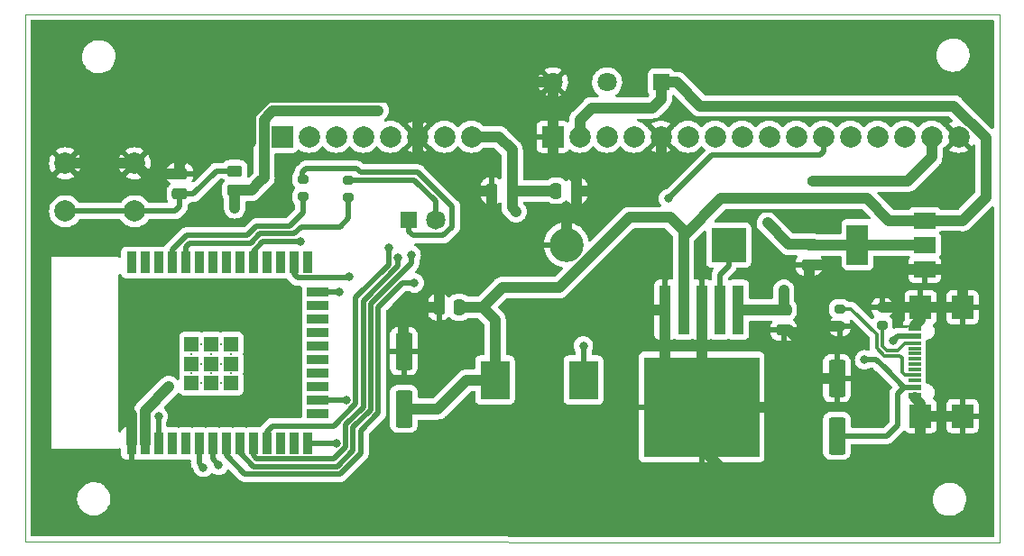
<source format=gbr>
%TF.GenerationSoftware,KiCad,Pcbnew,(6.0.8)*%
%TF.CreationDate,2022-12-01T23:18:13-05:00*%
%TF.ProjectId,HardwareDesign,48617264-7761-4726-9544-657369676e2e,1.0.*%
%TF.SameCoordinates,Original*%
%TF.FileFunction,Copper,L1,Top*%
%TF.FilePolarity,Positive*%
%FSLAX46Y46*%
G04 Gerber Fmt 4.6, Leading zero omitted, Abs format (unit mm)*
G04 Created by KiCad (PCBNEW (6.0.8)) date 2022-12-01 23:18:13*
%MOMM*%
%LPD*%
G01*
G04 APERTURE LIST*
G04 Aperture macros list*
%AMRoundRect*
0 Rectangle with rounded corners*
0 $1 Rounding radius*
0 $2 $3 $4 $5 $6 $7 $8 $9 X,Y pos of 4 corners*
0 Add a 4 corners polygon primitive as box body*
4,1,4,$2,$3,$4,$5,$6,$7,$8,$9,$2,$3,0*
0 Add four circle primitives for the rounded corners*
1,1,$1+$1,$2,$3*
1,1,$1+$1,$4,$5*
1,1,$1+$1,$6,$7*
1,1,$1+$1,$8,$9*
0 Add four rect primitives between the rounded corners*
20,1,$1+$1,$2,$3,$4,$5,0*
20,1,$1+$1,$4,$5,$6,$7,0*
20,1,$1+$1,$6,$7,$8,$9,0*
20,1,$1+$1,$8,$9,$2,$3,0*%
G04 Aperture macros list end*
%TA.AperFunction,Profile*%
%ADD10C,0.100000*%
%TD*%
%TA.AperFunction,SMDPad,CuDef*%
%ADD11RoundRect,0.200000X-0.275000X0.200000X-0.275000X-0.200000X0.275000X-0.200000X0.275000X0.200000X0*%
%TD*%
%TA.AperFunction,SMDPad,CuDef*%
%ADD12R,0.900000X2.000000*%
%TD*%
%TA.AperFunction,SMDPad,CuDef*%
%ADD13R,2.000000X0.900000*%
%TD*%
%TA.AperFunction,SMDPad,CuDef*%
%ADD14R,1.330000X1.330000*%
%TD*%
%TA.AperFunction,ComponentPad*%
%ADD15C,0.300000*%
%TD*%
%TA.AperFunction,SMDPad,CuDef*%
%ADD16RoundRect,0.250000X-0.475000X0.250000X-0.475000X-0.250000X0.475000X-0.250000X0.475000X0.250000X0*%
%TD*%
%TA.AperFunction,ComponentPad*%
%ADD17R,1.524000X1.524000*%
%TD*%
%TA.AperFunction,ComponentPad*%
%ADD18C,1.824000*%
%TD*%
%TA.AperFunction,ComponentPad*%
%ADD19R,2.000000X2.000000*%
%TD*%
%TA.AperFunction,ComponentPad*%
%ADD20C,2.000000*%
%TD*%
%TA.AperFunction,SMDPad,CuDef*%
%ADD21RoundRect,0.200000X0.275000X-0.200000X0.275000X0.200000X-0.275000X0.200000X-0.275000X-0.200000X0*%
%TD*%
%TA.AperFunction,SMDPad,CuDef*%
%ADD22R,2.700000X3.600000*%
%TD*%
%TA.AperFunction,SMDPad,CuDef*%
%ADD23RoundRect,0.250000X-0.250000X-0.475000X0.250000X-0.475000X0.250000X0.475000X-0.250000X0.475000X0*%
%TD*%
%TA.AperFunction,SMDPad,CuDef*%
%ADD24RoundRect,0.250000X0.550000X-1.500000X0.550000X1.500000X-0.550000X1.500000X-0.550000X-1.500000X0*%
%TD*%
%TA.AperFunction,ComponentPad*%
%ADD25C,1.800000*%
%TD*%
%TA.AperFunction,ComponentPad*%
%ADD26R,3.200000X3.200000*%
%TD*%
%TA.AperFunction,ComponentPad*%
%ADD27O,3.200000X3.200000*%
%TD*%
%TA.AperFunction,SMDPad,CuDef*%
%ADD28RoundRect,0.250000X0.475000X-0.250000X0.475000X0.250000X-0.475000X0.250000X-0.475000X-0.250000X0*%
%TD*%
%TA.AperFunction,SMDPad,CuDef*%
%ADD29R,1.150000X0.600000*%
%TD*%
%TA.AperFunction,SMDPad,CuDef*%
%ADD30R,1.150000X0.300000*%
%TD*%
%TA.AperFunction,SMDPad,CuDef*%
%ADD31R,2.000000X2.180000*%
%TD*%
%TA.AperFunction,SMDPad,CuDef*%
%ADD32RoundRect,0.250000X0.250000X0.475000X-0.250000X0.475000X-0.250000X-0.475000X0.250000X-0.475000X0*%
%TD*%
%TA.AperFunction,SMDPad,CuDef*%
%ADD33RoundRect,0.250000X0.450000X-0.262500X0.450000X0.262500X-0.450000X0.262500X-0.450000X-0.262500X0*%
%TD*%
%TA.AperFunction,SMDPad,CuDef*%
%ADD34R,2.000000X1.500000*%
%TD*%
%TA.AperFunction,SMDPad,CuDef*%
%ADD35R,2.000000X3.800000*%
%TD*%
%TA.AperFunction,SMDPad,CuDef*%
%ADD36R,1.100000X4.600000*%
%TD*%
%TA.AperFunction,SMDPad,CuDef*%
%ADD37R,10.800000X9.400000*%
%TD*%
%TA.AperFunction,ViaPad*%
%ADD38C,0.800000*%
%TD*%
%TA.AperFunction,Conductor*%
%ADD39C,0.500000*%
%TD*%
%TA.AperFunction,Conductor*%
%ADD40C,1.000000*%
%TD*%
%TA.AperFunction,Conductor*%
%ADD41C,0.300000*%
%TD*%
G04 APERTURE END LIST*
D10*
X119380000Y-74828400D02*
X119405400Y-124434600D01*
X119405400Y-124434600D02*
X210845400Y-124460000D01*
X210820000Y-74853800D02*
X119380000Y-74828400D01*
X210845400Y-124460000D02*
X210820000Y-74853800D01*
D11*
%TO.P,R3,1*%
%TO.N,Net-(H1x2_1-Pad2)*%
X149758400Y-90411800D03*
%TO.P,R3,2*%
%TO.N,Net-(R3-Pad2)*%
X149758400Y-92061800D03*
%TD*%
D12*
%TO.P,U2,1,GND*%
%TO.N,GND*%
X129360000Y-115180000D03*
%TO.P,U2,2,3V3*%
%TO.N,3.3V*%
X130630000Y-115180000D03*
%TO.P,U2,3,EN*%
%TO.N,Net-(C1-Pad1)*%
X131900000Y-115180000D03*
%TO.P,U2,4,SENSOR_VP*%
%TO.N,unconnected-(U2-Pad4)*%
X133170000Y-115180000D03*
%TO.P,U2,5,SENSOR_VN*%
%TO.N,unconnected-(U2-Pad5)*%
X134440000Y-115180000D03*
%TO.P,U2,6,IO34*%
%TO.N,DB7*%
X135710000Y-115180000D03*
%TO.P,U2,7,IO35*%
%TO.N,DB6*%
X136980000Y-115180000D03*
%TO.P,U2,8,IO32*%
%TO.N,DB4*%
X138250000Y-115180000D03*
%TO.P,U2,9,IO33*%
%TO.N,DB5*%
X139520000Y-115180000D03*
%TO.P,U2,10,IO25*%
%TO.N,RS*%
X140790000Y-115180000D03*
%TO.P,U2,11,IO26*%
%TO.N,E*%
X142060000Y-115180000D03*
%TO.P,U2,12,IO27*%
%TO.N,unconnected-(U2-Pad12)*%
X143330000Y-115180000D03*
%TO.P,U2,13,IO14*%
%TO.N,unconnected-(U2-Pad13)*%
X144600000Y-115180000D03*
%TO.P,U2,14,IO12*%
%TO.N,MISO*%
X145870000Y-115180000D03*
D13*
%TO.P,U2,15*%
%TO.N,N/C*%
X146870000Y-112395000D03*
%TO.P,U2,16,IO13*%
%TO.N,RST*%
X146870000Y-111125000D03*
%TO.P,U2,17,SHD/SD2*%
%TO.N,unconnected-(U2-Pad17)*%
X146870000Y-109855000D03*
%TO.P,U2,18,SWP/SD3*%
%TO.N,unconnected-(U2-Pad18)*%
X146870000Y-108585000D03*
%TO.P,U2,19,SCS/CMD*%
%TO.N,unconnected-(U2-Pad19)*%
X146870000Y-107315000D03*
%TO.P,U2,20,SCK/CLK*%
%TO.N,unconnected-(U2-Pad20)*%
X146870000Y-106045000D03*
%TO.P,U2,21,SDO/SD0*%
%TO.N,unconnected-(U2-Pad21)*%
X146870000Y-104775000D03*
%TO.P,U2,22,SDI/SD1*%
%TO.N,unconnected-(U2-Pad22)*%
X146870000Y-103505000D03*
%TO.P,U2,23,IO15*%
%TO.N,unconnected-(U2-Pad23)*%
X146870000Y-102235000D03*
%TO.P,U2,24,IO2*%
%TO.N,SDA*%
X146870000Y-100965000D03*
D12*
%TO.P,U2,25,IO0*%
%TO.N,unconnected-(U2-Pad25)*%
X145870000Y-98180000D03*
%TO.P,U2,26,IO4*%
%TO.N,SCK*%
X144600000Y-98180000D03*
%TO.P,U2,27,IO16*%
%TO.N,unconnected-(U2-Pad27)*%
X143330000Y-98180000D03*
%TO.P,U2,28,IO17*%
%TO.N,unconnected-(U2-Pad28)*%
X142060000Y-98180000D03*
%TO.P,U2,29,IO5*%
%TO.N,MOSI*%
X140790000Y-98180000D03*
%TO.P,U2,30,IO18*%
%TO.N,unconnected-(U2-Pad30)*%
X139520000Y-98180000D03*
%TO.P,U2,31,IO19*%
%TO.N,unconnected-(U2-Pad31)*%
X138250000Y-98180000D03*
%TO.P,U2,32*%
%TO.N,N/C*%
X136980000Y-98180000D03*
%TO.P,U2,33,IO21*%
%TO.N,unconnected-(U2-Pad33)*%
X135710000Y-98180000D03*
%TO.P,U2,34,RXD0*%
%TO.N,Net-(R3-Pad2)*%
X134440000Y-98180000D03*
%TO.P,U2,35,TXD0*%
%TO.N,Net-(R2-Pad2)*%
X133170000Y-98180000D03*
%TO.P,U2,36,IO22*%
%TO.N,unconnected-(U2-Pad36)*%
X131900000Y-98180000D03*
%TO.P,U2,37,IO23*%
%TO.N,unconnected-(U2-Pad37)*%
X130630000Y-98180000D03*
%TO.P,U2,38*%
%TO.N,N/C*%
X129360000Y-98180000D03*
D14*
%TO.P,U2,39_1*%
X135025000Y-109515000D03*
%TO.P,U2,39_2*%
X135025000Y-107680000D03*
%TO.P,U2,39_3*%
X135025000Y-105845000D03*
%TO.P,U2,39_4*%
X136860000Y-109515000D03*
%TO.P,U2,39_5*%
X136860000Y-107680000D03*
%TO.P,U2,39_6*%
X136860000Y-105845000D03*
%TO.P,U2,39_7*%
X138695000Y-109515000D03*
%TO.P,U2,39_8*%
X138695000Y-107680000D03*
%TO.P,U2,39_9*%
X138695000Y-105845000D03*
D15*
%TO.P,U2,39_10*%
X135025000Y-108597500D03*
%TO.P,U2,39_11*%
X135025000Y-106762500D03*
%TO.P,U2,39_12*%
X135942500Y-109515000D03*
%TO.P,U2,39_13*%
X135942500Y-107680000D03*
%TO.P,U2,39_14*%
X135942500Y-105845000D03*
%TO.P,U2,39_15*%
X136860000Y-108597500D03*
%TO.P,U2,39_16*%
X136860000Y-106762500D03*
%TO.P,U2,39_17*%
X137777500Y-109515000D03*
%TO.P,U2,39_18*%
X137777500Y-107680000D03*
%TO.P,U2,39_19*%
X137777500Y-105845000D03*
%TO.P,U2,39_20*%
X138695000Y-108597500D03*
%TO.P,U2,39_21*%
X138695000Y-106762500D03*
%TD*%
D16*
%TO.P,C5,1*%
%TO.N,3.3V*%
X192963800Y-96484400D03*
%TO.P,C5,2*%
%TO.N,GND*%
X192963800Y-98384400D03*
%TD*%
D17*
%TO.P,H1x2_1,1,1*%
%TO.N,Net-(H1x2_1-Pad1)*%
X155422600Y-94132400D03*
D18*
%TO.P,H1x2_1,2,2*%
%TO.N,Net-(H1x2_1-Pad2)*%
X157962600Y-94132400D03*
%TD*%
D11*
%TO.P,R2,1*%
%TO.N,Net-(H1x2_1-Pad1)*%
X145465800Y-90335600D03*
%TO.P,R2,2*%
%TO.N,Net-(R2-Pad2)*%
X145465800Y-91985600D03*
%TD*%
D19*
%TO.P,U4,1,VSS*%
%TO.N,GND*%
X168910000Y-86360000D03*
D20*
%TO.P,U4,2,VDD*%
%TO.N,5V*%
X171450000Y-86360000D03*
%TO.P,U4,3,VO*%
%TO.N,Net-(RV1-Pad2)*%
X173990000Y-86360000D03*
%TO.P,U4,4,RS*%
%TO.N,RS*%
X176530000Y-86360000D03*
%TO.P,U4,5,R/W*%
%TO.N,GND*%
X179070000Y-86360000D03*
%TO.P,U4,6,E*%
%TO.N,E*%
X181610000Y-86360000D03*
%TO.P,U4,7,DB0*%
%TO.N,unconnected-(U4-Pad7)*%
X184150000Y-86360000D03*
%TO.P,U4,8,DB1*%
%TO.N,unconnected-(U4-Pad8)*%
X186690000Y-86360000D03*
%TO.P,U4,9,DB2*%
%TO.N,unconnected-(U4-Pad9)*%
X189230000Y-86360000D03*
%TO.P,U4,10,DB3*%
%TO.N,unconnected-(U4-Pad10)*%
X191770000Y-86360000D03*
%TO.P,U4,11,DB4*%
%TO.N,DB4*%
X194310000Y-86360000D03*
%TO.P,U4,12,DB5*%
%TO.N,DB5*%
X196850000Y-86360000D03*
%TO.P,U4,13,DB6*%
%TO.N,DB6*%
X199390000Y-86360000D03*
%TO.P,U4,14,DB7*%
%TO.N,DB7*%
X201930000Y-86360000D03*
%TO.P,U4,15,A*%
%TO.N,Net-(R4-Pad2)*%
X204470000Y-86360000D03*
%TO.P,U4,16,K*%
%TO.N,GND*%
X207010000Y-86360000D03*
%TD*%
D21*
%TO.P,R6,1*%
%TO.N,Net-(J1-PadB5)*%
X199821800Y-104050600D03*
%TO.P,R6,2*%
%TO.N,GND*%
X199821800Y-102400600D03*
%TD*%
%TO.P,R5,1*%
%TO.N,GND*%
X195859400Y-104177600D03*
%TO.P,R5,2*%
%TO.N,Net-(J1-PadA5)*%
X195859400Y-102527600D03*
%TD*%
D19*
%TO.P,RFID1,1,SDA*%
%TO.N,SDA*%
X143510000Y-86360000D03*
D20*
%TO.P,RFID1,2,SCK*%
%TO.N,SCK*%
X146050000Y-86360000D03*
%TO.P,RFID1,3,MOSI*%
%TO.N,MOSI*%
X148590000Y-86360000D03*
%TO.P,RFID1,4,MISO*%
%TO.N,MISO*%
X151130000Y-86360000D03*
%TO.P,RFID1,5,IRQ*%
%TO.N,unconnected-(RFID1-Pad5)*%
X153670000Y-86360000D03*
%TO.P,RFID1,6,GND*%
%TO.N,GND*%
X156210000Y-86360000D03*
%TO.P,RFID1,7,RST*%
%TO.N,RST*%
X158750000Y-86360000D03*
%TO.P,RFID1,8,3.3V*%
%TO.N,3.3V*%
X161290000Y-86360000D03*
%TD*%
D22*
%TO.P,L1,1,1*%
%TO.N,Net-(D1-Pad1)*%
X171790000Y-109220000D03*
%TO.P,L1,2,2*%
%TO.N,5V*%
X163490000Y-109220000D03*
%TD*%
D23*
%TO.P,C6,1*%
%TO.N,3.3V*%
X169230000Y-91440000D03*
%TO.P,C6,2*%
%TO.N,GND*%
X171130000Y-91440000D03*
%TD*%
D20*
%TO.P,SW1,1,1*%
%TO.N,Net-(C1-Pad1)*%
X129665800Y-93359800D03*
X123165800Y-93359800D03*
%TO.P,SW1,2,2*%
%TO.N,GND*%
X129665800Y-88859800D03*
X123165800Y-88859800D03*
%TD*%
D24*
%TO.P,C3,1*%
%TO.N,VCC*%
X195580000Y-114460000D03*
%TO.P,C3,2*%
%TO.N,GND*%
X195580000Y-109060000D03*
%TD*%
%TO.P,C7,1*%
%TO.N,5V*%
X154940000Y-111920000D03*
%TO.P,C7,2*%
%TO.N,GND*%
X154940000Y-106520000D03*
%TD*%
D16*
%TO.P,C4,1*%
%TO.N,VCC*%
X190576200Y-102605800D03*
%TO.P,C4,2*%
%TO.N,GND*%
X190576200Y-104505800D03*
%TD*%
D17*
%TO.P,RV1,1,1*%
%TO.N,5V*%
X179095400Y-81254600D03*
D25*
%TO.P,RV1,2,2*%
%TO.N,Net-(RV1-Pad2)*%
X174015400Y-81254600D03*
%TO.P,RV1,3,3*%
%TO.N,GND*%
X168935400Y-81254600D03*
%TD*%
D21*
%TO.P,R4,1*%
%TO.N,5V*%
X193344800Y-92163400D03*
%TO.P,R4,2*%
%TO.N,Net-(R4-Pad2)*%
X193344800Y-90513400D03*
%TD*%
D26*
%TO.P,D1,1,K*%
%TO.N,Net-(D1-Pad1)*%
X185420000Y-96520000D03*
D27*
%TO.P,D1,2,A*%
%TO.N,GND*%
X170180000Y-96520000D03*
%TD*%
D28*
%TO.P,C1,1*%
%TO.N,Net-(C1-Pad1)*%
X133908800Y-91729600D03*
%TO.P,C1,2*%
%TO.N,GND*%
X133908800Y-89829600D03*
%TD*%
D29*
%TO.P,J1,A1/B12,GND*%
%TO.N,GND*%
X202856500Y-110692800D03*
%TO.P,J1,A4/B9,VBUS*%
%TO.N,VCC*%
X202856500Y-109892800D03*
D30*
%TO.P,J1,A5,CC1*%
%TO.N,Net-(J1-PadA5)*%
X202856500Y-108742800D03*
%TO.P,J1,A6,DP1*%
%TO.N,unconnected-(J1-PadA6)*%
X202856500Y-107742800D03*
%TO.P,J1,A7,DN1*%
%TO.N,unconnected-(J1-PadA7)*%
X202856500Y-107242800D03*
%TO.P,J1,A8,SBU1*%
%TO.N,unconnected-(J1-PadA8)*%
X202856500Y-106242800D03*
D29*
%TO.P,J1,B1/A12,GND*%
%TO.N,GND*%
X202856500Y-104292800D03*
%TO.P,J1,B4/A9,VBUS*%
%TO.N,VCC*%
X202856500Y-105092800D03*
D30*
%TO.P,J1,B5,CC2*%
%TO.N,Net-(J1-PadB5)*%
X202856500Y-105742800D03*
%TO.P,J1,B6,DP2*%
%TO.N,unconnected-(J1-PadB6)*%
X202856500Y-106742800D03*
%TO.P,J1,B7,DN2*%
%TO.N,unconnected-(J1-PadB7)*%
X202856500Y-108242800D03*
%TO.P,J1,B8,SBU2*%
%TO.N,unconnected-(J1-PadB8)*%
X202856500Y-109242800D03*
D31*
%TO.P,J1,S1,GND*%
%TO.N,GND*%
X203431500Y-112602800D03*
%TO.P,J1,S2,GND*%
X203431500Y-102382800D03*
%TO.P,J1,S3,GND*%
X207361500Y-112602800D03*
%TO.P,J1,S4,GND*%
X207361500Y-102382800D03*
%TD*%
D32*
%TO.P,C2,1*%
%TO.N,5V*%
X160131800Y-102387400D03*
%TO.P,C2,2*%
%TO.N,GND*%
X158231800Y-102387400D03*
%TD*%
D33*
%TO.P,R1,1*%
%TO.N,3.3V*%
X139065000Y-91387300D03*
%TO.P,R1,2*%
%TO.N,Net-(C1-Pad1)*%
X139065000Y-89562300D03*
%TD*%
D32*
%TO.P,C8,1*%
%TO.N,3.3V*%
X165100000Y-91440000D03*
%TO.P,C8,2*%
%TO.N,GND*%
X163200000Y-91440000D03*
%TD*%
D34*
%TO.P,U1,1,GND*%
%TO.N,GND*%
X203810000Y-98820000D03*
%TO.P,U1,2,VO*%
%TO.N,3.3V*%
X203810000Y-96520000D03*
D35*
X197510000Y-96520000D03*
D34*
%TO.P,U1,3,VI*%
%TO.N,5V*%
X203810000Y-94220000D03*
%TD*%
D36*
%TO.P,U3,1,VIN*%
%TO.N,VCC*%
X186280000Y-102610000D03*
%TO.P,U3,2,OUT*%
%TO.N,Net-(D1-Pad1)*%
X184580000Y-102610000D03*
D37*
%TO.P,U3,3,GND*%
%TO.N,GND*%
X182880000Y-111760000D03*
D36*
X182880000Y-102610000D03*
%TO.P,U3,4,FB*%
%TO.N,5V*%
X181180000Y-102610000D03*
%TO.P,U3,5,~{ON}/OFF*%
%TO.N,GND*%
X179480000Y-102610000D03*
%TD*%
D38*
%TO.N,Net-(C1-Pad1)*%
X131900000Y-112625800D03*
%TO.N,GND*%
X128981200Y-112115600D03*
X177368200Y-102565200D03*
X208254600Y-97205800D03*
%TO.N,VCC*%
X200837800Y-105511600D03*
X190576200Y-100787200D03*
X198170800Y-107315000D03*
%TO.N,3.3V*%
X139065000Y-93040200D03*
X165481000Y-93395800D03*
X152527000Y-83896200D03*
X132892800Y-109855000D03*
X189052200Y-94462600D03*
%TO.N,Net-(D1-Pad1)*%
X171790000Y-106009800D03*
%TO.N,SDA*%
X148844000Y-100965000D03*
%TO.N,SCK*%
X149783800Y-99517200D03*
%TO.N,MOSI*%
X145262600Y-96164400D03*
%TO.N,MISO*%
X148615400Y-115189000D03*
%TO.N,RST*%
X149580600Y-111099600D03*
%TO.N,DB7*%
X136118600Y-117424200D03*
%TO.N,DB6*%
X137566400Y-117221000D03*
%TO.N,DB4*%
X179781200Y-92176600D03*
X155930600Y-100101500D03*
%TO.N,DB5*%
X155625800Y-97459800D03*
%TO.N,RS*%
X154381200Y-97688400D03*
%TO.N,E*%
X153510275Y-96824800D03*
%TD*%
D39*
%TO.N,Net-(C1-Pad1)*%
X133462200Y-93359800D02*
X133908800Y-92913200D01*
X135194000Y-91729600D02*
X137363200Y-89560400D01*
X131900000Y-115180000D02*
X131900000Y-112625800D01*
X133908800Y-92913200D02*
X133908800Y-91729600D01*
X123165800Y-93359800D02*
X129665800Y-93359800D01*
X137363200Y-89560400D02*
X139063100Y-89560400D01*
X139063100Y-89560400D02*
X139065000Y-89562300D01*
X133908800Y-91729600D02*
X135194000Y-91729600D01*
X129665800Y-93359800D02*
X133462200Y-93359800D01*
D40*
%TO.N,GND*%
X203431500Y-102382800D02*
X203431500Y-103582518D01*
X154914600Y-106494600D02*
X154940000Y-106520000D01*
X165430200Y-82778600D02*
X165430200Y-81838800D01*
X158231800Y-100772000D02*
X163200000Y-95803800D01*
X179070000Y-86360000D02*
X179070000Y-88087200D01*
X168910000Y-86360000D02*
X168910000Y-88138000D01*
X133908800Y-88798400D02*
X134823200Y-87884000D01*
X195847200Y-104165400D02*
X195859400Y-104177600D01*
X179480000Y-102610000D02*
X177413000Y-102610000D01*
X203431500Y-112602800D02*
X203431500Y-115465500D01*
X196392800Y-99618800D02*
X198704200Y-99618800D01*
X202921218Y-104092800D02*
X202856500Y-104092800D01*
X193712600Y-104177600D02*
X192963800Y-103428800D01*
X156210000Y-84912200D02*
X156972000Y-84150200D01*
X195580000Y-109060000D02*
X192311000Y-109060000D01*
X166014400Y-81254600D02*
X168935400Y-81254600D01*
X195689200Y-109169200D02*
X195580000Y-109060000D01*
X155727400Y-102387400D02*
X154914600Y-103200200D01*
X168910000Y-81483200D02*
X168706800Y-81280000D01*
X195859400Y-104177600D02*
X193712600Y-104177600D01*
X140608200Y-86925000D02*
X140608200Y-84237344D01*
X192311000Y-109060000D02*
X192311000Y-105783400D01*
X192963800Y-98384400D02*
X195158400Y-98384400D01*
X170180000Y-94259400D02*
X171130000Y-93309400D01*
X175717200Y-91440000D02*
X171130000Y-91440000D01*
X206640400Y-98820000D02*
X208254600Y-97205800D01*
X133908800Y-89829600D02*
X133908800Y-88798400D01*
X156210000Y-87833200D02*
X159816800Y-91440000D01*
X192311000Y-105783400D02*
X193588600Y-104505800D01*
X184835800Y-117652800D02*
X182880000Y-115697000D01*
X156972000Y-84150200D02*
X164058600Y-84150200D01*
X199839600Y-102382800D02*
X199821800Y-102400600D01*
X182880000Y-102610000D02*
X182880000Y-111760000D01*
X195158400Y-98384400D02*
X196392800Y-99618800D01*
X179480000Y-108360000D02*
X182880000Y-111760000D01*
X171130000Y-90358000D02*
X171130000Y-91440000D01*
X129360000Y-112494400D02*
X128981200Y-112115600D01*
X201244200Y-117652800D02*
X184835800Y-117652800D01*
X192311000Y-109060000D02*
X189611000Y-111760000D01*
X182880000Y-115697000D02*
X182880000Y-111760000D01*
X123165800Y-88859800D02*
X129665800Y-88859800D01*
X189611000Y-111760000D02*
X182880000Y-111760000D01*
X192963800Y-103428800D02*
X192963800Y-99415600D01*
X171130000Y-93309400D02*
X171130000Y-91440000D01*
X203431500Y-111403082D02*
X202921218Y-110892800D01*
X192963800Y-99415600D02*
X192963800Y-98384400D01*
X158231800Y-102387400D02*
X158231800Y-100772000D01*
X154051000Y-82651600D02*
X156210000Y-84810600D01*
X154914600Y-103200200D02*
X154914600Y-106494600D01*
X199503000Y-98820000D02*
X203810000Y-98820000D01*
X159816800Y-91440000D02*
X163200000Y-91440000D01*
X133908800Y-89829600D02*
X130635600Y-89829600D01*
X203810000Y-98820000D02*
X206592200Y-98820000D01*
X177413000Y-102610000D02*
X177368200Y-102565200D01*
X170180000Y-96520000D02*
X170180000Y-94259400D01*
X191033400Y-104505800D02*
X190576200Y-104505800D01*
X129360000Y-115180000D02*
X129360000Y-112494400D01*
X158231800Y-102387400D02*
X155727400Y-102387400D01*
X134823200Y-87884000D02*
X139649200Y-87884000D01*
X193588600Y-104505800D02*
X193929000Y-104165400D01*
X164058600Y-84150200D02*
X165430200Y-82778600D01*
X179070000Y-88087200D02*
X175717200Y-91440000D01*
X179480000Y-102610000D02*
X179480000Y-108360000D01*
X207361500Y-99589300D02*
X207361500Y-102382800D01*
X156210000Y-86360000D02*
X156210000Y-84912200D01*
X192311000Y-105783400D02*
X191033400Y-104505800D01*
X206592200Y-98820000D02*
X206640400Y-98820000D01*
X207361500Y-102382800D02*
X203431500Y-102382800D01*
X165430200Y-81838800D02*
X166014400Y-81254600D01*
X203431500Y-112602800D02*
X203431500Y-111403082D01*
X203431500Y-102382800D02*
X199839600Y-102382800D01*
X202921218Y-110892800D02*
X202856500Y-110892800D01*
X206592200Y-98820000D02*
X207361500Y-99589300D01*
X203431500Y-115465500D02*
X201244200Y-117652800D01*
X156210000Y-84810600D02*
X156210000Y-84912200D01*
X193929000Y-104165400D02*
X195847200Y-104165400D01*
X130635600Y-89829600D02*
X129665800Y-88859800D01*
X198704200Y-99618800D02*
X199503000Y-98820000D01*
X168910000Y-88138000D02*
X171130000Y-90358000D01*
X139649200Y-87884000D02*
X140608200Y-86925000D01*
X163200000Y-95803800D02*
X163200000Y-91440000D01*
X207361500Y-112602800D02*
X203431500Y-112602800D01*
X203431500Y-103582518D02*
X202921218Y-104092800D01*
X142193944Y-82651600D02*
X154051000Y-82651600D01*
X168910000Y-86360000D02*
X168910000Y-81483200D01*
X156210000Y-86360000D02*
X156210000Y-87833200D01*
X140608200Y-84237344D02*
X142193944Y-82651600D01*
%TO.N,5V*%
X200468200Y-94220000D02*
X198411600Y-92163400D01*
X207351600Y-94220000D02*
X203810000Y-94220000D01*
X209550000Y-86461600D02*
X209550000Y-92049600D01*
X203810000Y-94220000D02*
X200468200Y-94220000D01*
X181180000Y-95680000D02*
X184696600Y-92163400D01*
X198411600Y-92163400D02*
X193344800Y-92163400D01*
X162306000Y-102387400D02*
X160131800Y-102387400D01*
X172542200Y-83642200D02*
X178257200Y-83642200D01*
X163490000Y-109220000D02*
X160832800Y-109220000D01*
X164160200Y-100533200D02*
X162306000Y-102387400D01*
X179095400Y-81254600D02*
X180543200Y-81254600D01*
X181180000Y-102610000D02*
X181180000Y-95226400D01*
X207365600Y-94234000D02*
X207351600Y-94220000D01*
X181180000Y-95226400D02*
X179908200Y-93954600D01*
X158132800Y-111920000D02*
X154940000Y-111920000D01*
X163490000Y-103571400D02*
X162306000Y-102387400D01*
X171450000Y-86360000D02*
X171450000Y-84734400D01*
X180543200Y-81254600D02*
X182753000Y-83464400D01*
X176098200Y-93954600D02*
X169519600Y-100533200D01*
X179908200Y-93954600D02*
X176098200Y-93954600D01*
X160832800Y-109220000D02*
X158132800Y-111920000D01*
X209550000Y-92049600D02*
X207365600Y-94234000D01*
X169519600Y-100533200D02*
X164160200Y-100533200D01*
X179095400Y-82804000D02*
X179095400Y-81254600D01*
X184696600Y-92163400D02*
X193344800Y-92163400D01*
X163490000Y-109220000D02*
X163490000Y-103571400D01*
X206552800Y-83464400D02*
X209550000Y-86461600D01*
X171450000Y-84734400D02*
X172542200Y-83642200D01*
X178257200Y-83642200D02*
X179095400Y-82804000D01*
X182753000Y-83464400D02*
X206552800Y-83464400D01*
X181180000Y-102610000D02*
X181180000Y-95680000D01*
D39*
%TO.N,VCC*%
X201881500Y-109892800D02*
X201866200Y-109892800D01*
X201244200Y-113487200D02*
X200271400Y-114460000D01*
X202856500Y-109892800D02*
X201881500Y-109892800D01*
X200271400Y-114460000D02*
X195580000Y-114460000D01*
X200152000Y-108178600D02*
X199288400Y-107315000D01*
D40*
X186280000Y-102610000D02*
X190572000Y-102610000D01*
D39*
X201256600Y-105092800D02*
X200837800Y-105511600D01*
X199288400Y-107315000D02*
X198170800Y-107315000D01*
X201244200Y-110530100D02*
X201244200Y-113487200D01*
D40*
X190576200Y-102605800D02*
X190576200Y-100787200D01*
D39*
X201866200Y-109892800D02*
X200152000Y-108178600D01*
D40*
X190572000Y-102610000D02*
X190576200Y-102605800D01*
D39*
X202856500Y-105092800D02*
X201256600Y-105092800D01*
X201881500Y-109892800D02*
X201244200Y-110530100D01*
D40*
%TO.N,3.3V*%
X197510000Y-96520000D02*
X192999400Y-96520000D01*
X191074000Y-96484400D02*
X189052200Y-94462600D01*
X169230000Y-91440000D02*
X165100000Y-91440000D01*
X165100000Y-87604600D02*
X163855400Y-86360000D01*
X203810000Y-96520000D02*
X197510000Y-96520000D01*
X140641700Y-91387300D02*
X141376400Y-90652600D01*
X192963800Y-96484400D02*
X191074000Y-96484400D01*
X141376400Y-90652600D02*
X141808200Y-90220800D01*
X165100000Y-91440000D02*
X165100000Y-87604600D01*
X130630000Y-112117800D02*
X132892800Y-109855000D01*
X192999400Y-96520000D02*
X192963800Y-96484400D01*
X141808200Y-84734400D02*
X142367000Y-84175600D01*
X130630000Y-115180000D02*
X130630000Y-112117800D01*
X142367000Y-84175600D02*
X142646400Y-83896200D01*
X139065000Y-91387300D02*
X139065000Y-93040200D01*
X165100000Y-91440000D02*
X165100000Y-93014800D01*
X142646400Y-83896200D02*
X152527000Y-83896200D01*
X165100000Y-93014800D02*
X165481000Y-93395800D01*
X141808200Y-90220800D02*
X141808200Y-84734400D01*
X163855400Y-86360000D02*
X161290000Y-86360000D01*
X139065000Y-91387300D02*
X140641700Y-91387300D01*
D39*
%TO.N,Net-(D1-Pad1)*%
X184580000Y-99315800D02*
X184580000Y-102610000D01*
X185420000Y-98475800D02*
X184580000Y-99315800D01*
X185420000Y-96520000D02*
X185420000Y-98475800D01*
X171790000Y-109220000D02*
X171790000Y-106009800D01*
%TO.N,Net-(H1x2_1-Pad1)*%
X155422600Y-94132400D02*
X155422600Y-95275400D01*
X159461200Y-94818200D02*
X159461200Y-92913200D01*
X145440400Y-90310200D02*
X145465800Y-90335600D01*
X155778200Y-95631000D02*
X158648400Y-95631000D01*
X156259800Y-89711800D02*
X150875000Y-89711800D01*
X158648400Y-95631000D02*
X159461200Y-94818200D01*
X150875000Y-89711800D02*
X150520400Y-89357200D01*
X145770600Y-89357200D02*
X145440400Y-89687400D01*
X159461200Y-92913200D02*
X156259800Y-89711800D01*
X150520400Y-89357200D02*
X145770600Y-89357200D01*
X155422600Y-95275400D02*
X155778200Y-95631000D01*
X145440400Y-89687400D02*
X145440400Y-90310200D01*
%TO.N,Net-(H1x2_1-Pad2)*%
X155943800Y-90411800D02*
X149758400Y-90411800D01*
X157962600Y-94132400D02*
X157962600Y-92430600D01*
X157962600Y-92430600D02*
X155943800Y-90411800D01*
%TO.N,Net-(R2-Pad2)*%
X133170000Y-98180000D02*
X133170000Y-97005451D01*
X140258800Y-95642200D02*
X141122400Y-94778600D01*
X145465800Y-93534000D02*
X145465800Y-91985600D01*
X141122400Y-94778600D02*
X144221200Y-94778600D01*
X144221200Y-94778600D02*
X145465800Y-93534000D01*
X134533251Y-95642200D02*
X140258800Y-95642200D01*
X133170000Y-97005451D02*
X134533251Y-95642200D01*
%TO.N,Net-(R3-Pad2)*%
X145338800Y-94818200D02*
X148945600Y-94818200D01*
X134440000Y-96725400D02*
X134823200Y-96342200D01*
X134440000Y-98180000D02*
X134440000Y-96725400D01*
X144678400Y-95478600D02*
X145338800Y-94818200D01*
X148945600Y-94818200D02*
X149758400Y-94005400D01*
X134823200Y-96342200D02*
X140557850Y-96342200D01*
X140557850Y-96342200D02*
X141421450Y-95478600D01*
X149758400Y-94005400D02*
X149758400Y-92061800D01*
X141421450Y-95478600D02*
X144678400Y-95478600D01*
D40*
%TO.N,Net-(R4-Pad2)*%
X204470000Y-88265000D02*
X202221600Y-90513400D01*
X202221600Y-90513400D02*
X193344800Y-90513400D01*
X204470000Y-86360000D02*
X204470000Y-88265000D01*
D39*
%TO.N,SDA*%
X148844000Y-100965000D02*
X146870000Y-100965000D01*
%TO.N,SCK*%
X149671000Y-99630000D02*
X144970000Y-99630000D01*
X144970000Y-99630000D02*
X144600000Y-99260000D01*
X144600000Y-99260000D02*
X144600000Y-98180000D01*
X149783800Y-99517200D02*
X149671000Y-99630000D01*
%TO.N,MOSI*%
X140790000Y-97100000D02*
X140790000Y-98180000D01*
X145237200Y-96189800D02*
X141700200Y-96189800D01*
X145262600Y-96164400D02*
X145237200Y-96189800D01*
X141700200Y-96189800D02*
X140790000Y-97100000D01*
%TO.N,MISO*%
X148606400Y-115180000D02*
X148615400Y-115189000D01*
X145870000Y-115180000D02*
X148606400Y-115180000D01*
%TO.N,RST*%
X149555200Y-111125000D02*
X146870000Y-111125000D01*
X149580600Y-111099600D02*
X149555200Y-111125000D01*
%TO.N,DB7*%
X135710000Y-115180000D02*
X135710000Y-117015600D01*
X135710000Y-117015600D02*
X136118600Y-117424200D01*
%TO.N,DB6*%
X137566400Y-117221000D02*
X136980000Y-116634600D01*
X136980000Y-116634600D02*
X136980000Y-115180000D01*
%TO.N,DB4*%
X150886550Y-116099832D02*
X148956382Y-118030000D01*
X140020000Y-118030000D02*
X138250000Y-116260000D01*
X179781200Y-92176600D02*
X183870600Y-88087200D01*
X148956382Y-118030000D02*
X140020000Y-118030000D01*
X150886550Y-113965581D02*
X150886550Y-116099832D01*
X154785550Y-100101500D02*
X152530599Y-102356451D01*
X138250000Y-116260000D02*
X138250000Y-115180000D01*
X152530600Y-112321529D02*
X150886550Y-113965581D01*
X183870600Y-88087200D02*
X193979800Y-88087200D01*
X193979800Y-88087200D02*
X194310000Y-87757000D01*
X194310000Y-87757000D02*
X194310000Y-86360000D01*
X155930600Y-100101500D02*
X154785550Y-100101500D01*
X152530599Y-102356451D02*
X152530600Y-112321529D01*
%TO.N,DB5*%
X150186550Y-115801600D02*
X150165400Y-115822750D01*
X140826301Y-117330000D02*
X139520000Y-116023700D01*
X150165400Y-115831032D02*
X148666432Y-117330000D01*
X151830600Y-112031580D02*
X150186550Y-113675631D01*
X151830600Y-102066500D02*
X151830600Y-112031580D01*
X150165400Y-115822750D02*
X150165400Y-115831032D01*
X155625800Y-98271300D02*
X151830600Y-102066500D01*
X155625800Y-97459800D02*
X155625800Y-98271300D01*
X148666432Y-117330000D02*
X140826301Y-117330000D01*
X139520000Y-116023700D02*
X139520000Y-115180000D01*
X150186550Y-113675631D02*
X150186550Y-115801600D01*
%TO.N,RS*%
X154381200Y-98525950D02*
X151130600Y-101776550D01*
X141116250Y-116630000D02*
X140790000Y-116303750D01*
X151130600Y-101776550D02*
X151130600Y-111741631D01*
X151130600Y-111741631D02*
X149465400Y-113406832D01*
X149465400Y-115541082D02*
X148376482Y-116630000D01*
X140790000Y-116303750D02*
X140790000Y-115180000D01*
X148376482Y-116630000D02*
X141116250Y-116630000D01*
X149465400Y-113406832D02*
X149465400Y-115541082D01*
X154381200Y-97688400D02*
X154381200Y-98525950D01*
%TO.N,E*%
X150430600Y-101486600D02*
X150430600Y-111451682D01*
X142622000Y-113538000D02*
X142060000Y-114100000D01*
X150430600Y-111451682D02*
X148344282Y-113538000D01*
X153510275Y-98406925D02*
X150430600Y-101486600D01*
X148344282Y-113538000D02*
X142622000Y-113538000D01*
X153510275Y-96824800D02*
X153510275Y-98406925D01*
X142060000Y-114100000D02*
X142060000Y-115180000D01*
D41*
%TO.N,Net-(J1-PadA5)*%
X201490200Y-106926000D02*
X200021094Y-106926000D01*
X201701400Y-108508800D02*
X201701400Y-107137200D01*
X196888600Y-102527600D02*
X195859400Y-102527600D01*
X201701400Y-107137200D02*
X201490200Y-106926000D01*
X199321800Y-104960800D02*
X196888600Y-102527600D01*
X202856500Y-108742800D02*
X201935400Y-108742800D01*
X201935400Y-108742800D02*
X201701400Y-108508800D01*
X200021094Y-106926000D02*
X199321800Y-106226706D01*
X199321800Y-106226706D02*
X199321800Y-104960800D01*
%TO.N,Net-(J1-PadB5)*%
X202856500Y-105742800D02*
X201931500Y-105742800D01*
X199821800Y-106019600D02*
X199821800Y-104050600D01*
X200228200Y-106426000D02*
X199821800Y-106019600D01*
X201248300Y-106426000D02*
X200228200Y-106426000D01*
X201931500Y-105742800D02*
X201248300Y-106426000D01*
%TD*%
%TA.AperFunction,Conductor*%
%TO.N,GND*%
G36*
X210185859Y-75362124D02*
G01*
X210253974Y-75382145D01*
X210300452Y-75435814D01*
X210311824Y-75488059D01*
X210316950Y-85498060D01*
X210296983Y-85566191D01*
X210243351Y-85612712D01*
X210173082Y-85622852D01*
X210108486Y-85593392D01*
X210101855Y-85587220D01*
X207309655Y-82795021D01*
X207300553Y-82784878D01*
X207280697Y-82760182D01*
X207276832Y-82755375D01*
X207238378Y-82723108D01*
X207234731Y-82719928D01*
X207232919Y-82718285D01*
X207230725Y-82716091D01*
X207197451Y-82688758D01*
X207196653Y-82688096D01*
X207125326Y-82628246D01*
X207120656Y-82625678D01*
X207116539Y-82622297D01*
X207034714Y-82578423D01*
X207033555Y-82577794D01*
X206957419Y-82535938D01*
X206957411Y-82535935D01*
X206952013Y-82532967D01*
X206946931Y-82531355D01*
X206942237Y-82528838D01*
X206853269Y-82501638D01*
X206852241Y-82501318D01*
X206763494Y-82473165D01*
X206758198Y-82472571D01*
X206753102Y-82471013D01*
X206660543Y-82461610D01*
X206659407Y-82461489D01*
X206625792Y-82457719D01*
X206613070Y-82456292D01*
X206613066Y-82456292D01*
X206609573Y-82455900D01*
X206606046Y-82455900D01*
X206605061Y-82455845D01*
X206599381Y-82455398D01*
X206569975Y-82452411D01*
X206562463Y-82451648D01*
X206562461Y-82451648D01*
X206556338Y-82451026D01*
X206514059Y-82455023D01*
X206510691Y-82455341D01*
X206498833Y-82455900D01*
X183222925Y-82455900D01*
X183154804Y-82435898D01*
X183133830Y-82418995D01*
X181300055Y-80585221D01*
X181290953Y-80575078D01*
X181271097Y-80550382D01*
X181267232Y-80545575D01*
X181228778Y-80513308D01*
X181225131Y-80510128D01*
X181223319Y-80508485D01*
X181221125Y-80506291D01*
X181187851Y-80478958D01*
X181187053Y-80478296D01*
X181115726Y-80418446D01*
X181111056Y-80415878D01*
X181106939Y-80412497D01*
X181025114Y-80368623D01*
X181023955Y-80367994D01*
X180947819Y-80326138D01*
X180947811Y-80326135D01*
X180942413Y-80323167D01*
X180937331Y-80321555D01*
X180932637Y-80319038D01*
X180843669Y-80291838D01*
X180842641Y-80291518D01*
X180753894Y-80263365D01*
X180748598Y-80262771D01*
X180743502Y-80261213D01*
X180650943Y-80251810D01*
X180649807Y-80251689D01*
X180613668Y-80247636D01*
X180603470Y-80246492D01*
X180603466Y-80246492D01*
X180599973Y-80246100D01*
X180596446Y-80246100D01*
X180595461Y-80246045D01*
X180589781Y-80245598D01*
X180560375Y-80242611D01*
X180552863Y-80241848D01*
X180552861Y-80241848D01*
X180546738Y-80241226D01*
X180504459Y-80245223D01*
X180501091Y-80245541D01*
X180489233Y-80246100D01*
X180371196Y-80246100D01*
X180303075Y-80226098D01*
X180270370Y-80195665D01*
X180226043Y-80136520D01*
X180226042Y-80136519D01*
X180220661Y-80129339D01*
X180104105Y-80041985D01*
X179967716Y-79990855D01*
X179905534Y-79984100D01*
X178285266Y-79984100D01*
X178223084Y-79990855D01*
X178086695Y-80041985D01*
X177970139Y-80129339D01*
X177882785Y-80245895D01*
X177831655Y-80382284D01*
X177824900Y-80444466D01*
X177824900Y-82064734D01*
X177831655Y-82126916D01*
X177882785Y-82263305D01*
X177957390Y-82362849D01*
X177982237Y-82429354D01*
X177967184Y-82498736D01*
X177945658Y-82527508D01*
X177876371Y-82596795D01*
X177814059Y-82630821D01*
X177787276Y-82633700D01*
X174901234Y-82633700D01*
X174833113Y-82613698D01*
X174786620Y-82560042D01*
X174776516Y-82489768D01*
X174806010Y-82425188D01*
X174828066Y-82405121D01*
X174830155Y-82403631D01*
X174927643Y-82334094D01*
X175091703Y-82170605D01*
X175226858Y-81982517D01*
X175229279Y-81977620D01*
X175327184Y-81779522D01*
X175327185Y-81779520D01*
X175329478Y-81774880D01*
X175396808Y-81553271D01*
X175427040Y-81323641D01*
X175428727Y-81254600D01*
X175422432Y-81178034D01*
X175410173Y-81028918D01*
X175410172Y-81028912D01*
X175409749Y-81023767D01*
X175376197Y-80890192D01*
X175354584Y-80804144D01*
X175354583Y-80804140D01*
X175353325Y-80799133D01*
X175341417Y-80771746D01*
X175263030Y-80591468D01*
X175263028Y-80591465D01*
X175260970Y-80586731D01*
X175135164Y-80392265D01*
X175128606Y-80385057D01*
X175029412Y-80276045D01*
X174979287Y-80220958D01*
X174975236Y-80217759D01*
X174975232Y-80217755D01*
X174801577Y-80080611D01*
X174801572Y-80080608D01*
X174797523Y-80077410D01*
X174793007Y-80074917D01*
X174793004Y-80074915D01*
X174599279Y-79967973D01*
X174599275Y-79967971D01*
X174594755Y-79965476D01*
X174589886Y-79963752D01*
X174589882Y-79963750D01*
X174381303Y-79889888D01*
X174381299Y-79889887D01*
X174376428Y-79888162D01*
X174371335Y-79887255D01*
X174371332Y-79887254D01*
X174153495Y-79848451D01*
X174153489Y-79848450D01*
X174148406Y-79847545D01*
X174075496Y-79846654D01*
X173921981Y-79844779D01*
X173921979Y-79844779D01*
X173916811Y-79844716D01*
X173687864Y-79879750D01*
X173467714Y-79951706D01*
X173463126Y-79954094D01*
X173463122Y-79954096D01*
X173266861Y-80056263D01*
X173262272Y-80058652D01*
X173258139Y-80061755D01*
X173258136Y-80061757D01*
X173110196Y-80172834D01*
X173077055Y-80197717D01*
X173031353Y-80245541D01*
X172954044Y-80326441D01*
X172917039Y-80365164D01*
X172914125Y-80369436D01*
X172914124Y-80369437D01*
X172884388Y-80413028D01*
X172786519Y-80556499D01*
X172689002Y-80766581D01*
X172627107Y-80989769D01*
X172602495Y-81220069D01*
X172602792Y-81225222D01*
X172602792Y-81225225D01*
X172615529Y-81446129D01*
X172615827Y-81451297D01*
X172616964Y-81456343D01*
X172616965Y-81456349D01*
X172649141Y-81599123D01*
X172666746Y-81677242D01*
X172668688Y-81682024D01*
X172668689Y-81682028D01*
X172751847Y-81886820D01*
X172753884Y-81891837D01*
X172874901Y-82089319D01*
X173026547Y-82264384D01*
X173145148Y-82362848D01*
X173202853Y-82410756D01*
X173242488Y-82469659D01*
X173243986Y-82540639D01*
X173206871Y-82601162D01*
X173142927Y-82632011D01*
X173122368Y-82633700D01*
X172604043Y-82633700D01*
X172590436Y-82632963D01*
X172558938Y-82629541D01*
X172558933Y-82629541D01*
X172552812Y-82628876D01*
X172526562Y-82631173D01*
X172502812Y-82633250D01*
X172497986Y-82633579D01*
X172495514Y-82633700D01*
X172492431Y-82633700D01*
X172480462Y-82634874D01*
X172449694Y-82637890D01*
X172448381Y-82638012D01*
X172404116Y-82641885D01*
X172355787Y-82646113D01*
X172350668Y-82647600D01*
X172345367Y-82648120D01*
X172256366Y-82674991D01*
X172255233Y-82675326D01*
X172171786Y-82699570D01*
X172171782Y-82699572D01*
X172165864Y-82701291D01*
X172161132Y-82703744D01*
X172156031Y-82705284D01*
X172150588Y-82708178D01*
X172073940Y-82748931D01*
X172072774Y-82749543D01*
X172004608Y-82784878D01*
X171990274Y-82792308D01*
X171986111Y-82795631D01*
X171981404Y-82798134D01*
X171909282Y-82856955D01*
X171908426Y-82857646D01*
X171869227Y-82888938D01*
X171866723Y-82891442D01*
X171866005Y-82892084D01*
X171861672Y-82895785D01*
X171828138Y-82923135D01*
X171824211Y-82927882D01*
X171824209Y-82927884D01*
X171798913Y-82958462D01*
X171790923Y-82967242D01*
X170780621Y-83977545D01*
X170770478Y-83986647D01*
X170740975Y-84010368D01*
X170737008Y-84015096D01*
X170708709Y-84048821D01*
X170705528Y-84052469D01*
X170703885Y-84054281D01*
X170701691Y-84056475D01*
X170674358Y-84089749D01*
X170673696Y-84090547D01*
X170613846Y-84161874D01*
X170611278Y-84166544D01*
X170607897Y-84170661D01*
X170576860Y-84228545D01*
X170564023Y-84252486D01*
X170563394Y-84253645D01*
X170521538Y-84329781D01*
X170521535Y-84329789D01*
X170518567Y-84335187D01*
X170516955Y-84340269D01*
X170514438Y-84344963D01*
X170487238Y-84433931D01*
X170486918Y-84434959D01*
X170458765Y-84523706D01*
X170458171Y-84529002D01*
X170456613Y-84534098D01*
X170448851Y-84610516D01*
X170447218Y-84626587D01*
X170447089Y-84627793D01*
X170441500Y-84677627D01*
X170441500Y-84681154D01*
X170441445Y-84682139D01*
X170440998Y-84687819D01*
X170436626Y-84730862D01*
X170437206Y-84736993D01*
X170440941Y-84776509D01*
X170441500Y-84788367D01*
X170441500Y-84871561D01*
X170421498Y-84939682D01*
X170367842Y-84986175D01*
X170297568Y-84996279D01*
X170239935Y-84972388D01*
X170163644Y-84915211D01*
X170148054Y-84906676D01*
X170027606Y-84861522D01*
X170012351Y-84857895D01*
X169961486Y-84852369D01*
X169954672Y-84852000D01*
X169182115Y-84852000D01*
X169166876Y-84856475D01*
X169165671Y-84857865D01*
X169164000Y-84865548D01*
X169164000Y-87849884D01*
X169168475Y-87865123D01*
X169169865Y-87866328D01*
X169177548Y-87867999D01*
X169954669Y-87867999D01*
X169961490Y-87867629D01*
X170012352Y-87862105D01*
X170027604Y-87858479D01*
X170148054Y-87813324D01*
X170163649Y-87804786D01*
X170265724Y-87728285D01*
X170278285Y-87715724D01*
X170354787Y-87613647D01*
X170356895Y-87609797D01*
X170359978Y-87606720D01*
X170360172Y-87606462D01*
X170360209Y-87606490D01*
X170407152Y-87559650D01*
X170476543Y-87544635D01*
X170543036Y-87569519D01*
X170549231Y-87574479D01*
X170560584Y-87584176D01*
X170763037Y-87708240D01*
X170767607Y-87710133D01*
X170767611Y-87710135D01*
X170977833Y-87797211D01*
X170982406Y-87799105D01*
X171030349Y-87810615D01*
X171208476Y-87853380D01*
X171208482Y-87853381D01*
X171213289Y-87854535D01*
X171450000Y-87873165D01*
X171686711Y-87854535D01*
X171691518Y-87853381D01*
X171691524Y-87853380D01*
X171869651Y-87810615D01*
X171917594Y-87799105D01*
X171922167Y-87797211D01*
X172132389Y-87710135D01*
X172132393Y-87710133D01*
X172136963Y-87708240D01*
X172141916Y-87705205D01*
X172335202Y-87586759D01*
X172335208Y-87586755D01*
X172339416Y-87584176D01*
X172519969Y-87429969D01*
X172523178Y-87426212D01*
X172523182Y-87426208D01*
X172624189Y-87307944D01*
X172683639Y-87269134D01*
X172754634Y-87268628D01*
X172815811Y-87307944D01*
X172916818Y-87426208D01*
X172916822Y-87426212D01*
X172920031Y-87429969D01*
X173100584Y-87584176D01*
X173104792Y-87586755D01*
X173104798Y-87586759D01*
X173298084Y-87705205D01*
X173303037Y-87708240D01*
X173307607Y-87710133D01*
X173307611Y-87710135D01*
X173517833Y-87797211D01*
X173522406Y-87799105D01*
X173570349Y-87810615D01*
X173748476Y-87853380D01*
X173748482Y-87853381D01*
X173753289Y-87854535D01*
X173990000Y-87873165D01*
X174226711Y-87854535D01*
X174231518Y-87853381D01*
X174231524Y-87853380D01*
X174409651Y-87810615D01*
X174457594Y-87799105D01*
X174462167Y-87797211D01*
X174672389Y-87710135D01*
X174672393Y-87710133D01*
X174676963Y-87708240D01*
X174681916Y-87705205D01*
X174875202Y-87586759D01*
X174875208Y-87586755D01*
X174879416Y-87584176D01*
X175059969Y-87429969D01*
X175063178Y-87426212D01*
X175063182Y-87426208D01*
X175164189Y-87307944D01*
X175223639Y-87269134D01*
X175294634Y-87268628D01*
X175355811Y-87307944D01*
X175456818Y-87426208D01*
X175456822Y-87426212D01*
X175460031Y-87429969D01*
X175640584Y-87584176D01*
X175644792Y-87586755D01*
X175644798Y-87586759D01*
X175838084Y-87705205D01*
X175843037Y-87708240D01*
X175847607Y-87710133D01*
X175847611Y-87710135D01*
X176057833Y-87797211D01*
X176062406Y-87799105D01*
X176110349Y-87810615D01*
X176288476Y-87853380D01*
X176288482Y-87853381D01*
X176293289Y-87854535D01*
X176530000Y-87873165D01*
X176766711Y-87854535D01*
X176771518Y-87853381D01*
X176771524Y-87853380D01*
X176949651Y-87810615D01*
X176997594Y-87799105D01*
X177002167Y-87797211D01*
X177212389Y-87710135D01*
X177212393Y-87710133D01*
X177216963Y-87708240D01*
X177221916Y-87705205D01*
X177405556Y-87592670D01*
X178202160Y-87592670D01*
X178207887Y-87600320D01*
X178379042Y-87705205D01*
X178387837Y-87709687D01*
X178597988Y-87796734D01*
X178607373Y-87799783D01*
X178828554Y-87852885D01*
X178838301Y-87854428D01*
X179065070Y-87872275D01*
X179074930Y-87872275D01*
X179301699Y-87854428D01*
X179311446Y-87852885D01*
X179532627Y-87799783D01*
X179542012Y-87796734D01*
X179752163Y-87709687D01*
X179760958Y-87705205D01*
X179928445Y-87602568D01*
X179937907Y-87592110D01*
X179934124Y-87583334D01*
X179082812Y-86732022D01*
X179068868Y-86724408D01*
X179067035Y-86724539D01*
X179060420Y-86728790D01*
X178208920Y-87580290D01*
X178202160Y-87592670D01*
X177405556Y-87592670D01*
X177415202Y-87586759D01*
X177415208Y-87586755D01*
X177419416Y-87584176D01*
X177599969Y-87429969D01*
X177603178Y-87426212D01*
X177603182Y-87426208D01*
X177733706Y-87273384D01*
X177793156Y-87234574D01*
X177827558Y-87232360D01*
X177846667Y-87224123D01*
X178697978Y-86372812D01*
X178705592Y-86358868D01*
X178705461Y-86357035D01*
X178701210Y-86350420D01*
X177849710Y-85498920D01*
X177832898Y-85489740D01*
X177769650Y-85475980D01*
X177734225Y-85447224D01*
X177603177Y-85293787D01*
X177599969Y-85290031D01*
X177596087Y-85286715D01*
X177526478Y-85227264D01*
X177419416Y-85135824D01*
X177415208Y-85133245D01*
X177415202Y-85133241D01*
X177406470Y-85127890D01*
X178202093Y-85127890D01*
X178205876Y-85136666D01*
X179057188Y-85987978D01*
X179071132Y-85995592D01*
X179072965Y-85995461D01*
X179079580Y-85991210D01*
X179931080Y-85139710D01*
X179937840Y-85127330D01*
X179932113Y-85119680D01*
X179760958Y-85014795D01*
X179752163Y-85010313D01*
X179542012Y-84923266D01*
X179532627Y-84920217D01*
X179311446Y-84867115D01*
X179301699Y-84865572D01*
X179074930Y-84847725D01*
X179065070Y-84847725D01*
X178838301Y-84865572D01*
X178828554Y-84867115D01*
X178607373Y-84920217D01*
X178597988Y-84923266D01*
X178387837Y-85010313D01*
X178379042Y-85014795D01*
X178211555Y-85117432D01*
X178202093Y-85127890D01*
X177406470Y-85127890D01*
X177221183Y-85014346D01*
X177216963Y-85011760D01*
X177212393Y-85009867D01*
X177212389Y-85009865D01*
X177002167Y-84922789D01*
X177002165Y-84922788D01*
X176997594Y-84920895D01*
X176907307Y-84899219D01*
X176845738Y-84863867D01*
X176813055Y-84800840D01*
X176819636Y-84730149D01*
X176863390Y-84674238D01*
X176936721Y-84650700D01*
X178195357Y-84650700D01*
X178208964Y-84651437D01*
X178240462Y-84654859D01*
X178240467Y-84654859D01*
X178246588Y-84655524D01*
X178272838Y-84653227D01*
X178296588Y-84651150D01*
X178301414Y-84650821D01*
X178303886Y-84650700D01*
X178306969Y-84650700D01*
X178318938Y-84649526D01*
X178349706Y-84646510D01*
X178351019Y-84646388D01*
X178395284Y-84642515D01*
X178443613Y-84638287D01*
X178448732Y-84636800D01*
X178454033Y-84636280D01*
X178543034Y-84609409D01*
X178544167Y-84609074D01*
X178627614Y-84584830D01*
X178627618Y-84584828D01*
X178633536Y-84583109D01*
X178638268Y-84580656D01*
X178643369Y-84579116D01*
X178648812Y-84576222D01*
X178725460Y-84535469D01*
X178726626Y-84534857D01*
X178803653Y-84494929D01*
X178809126Y-84492092D01*
X178813289Y-84488769D01*
X178817996Y-84486266D01*
X178890118Y-84427445D01*
X178890974Y-84426754D01*
X178930173Y-84395462D01*
X178932677Y-84392958D01*
X178933395Y-84392316D01*
X178937728Y-84388615D01*
X178971262Y-84361265D01*
X179000491Y-84325933D01*
X179008472Y-84317163D01*
X179764783Y-83560851D01*
X179774927Y-83551749D01*
X179799618Y-83531897D01*
X179804425Y-83528032D01*
X179836692Y-83489578D01*
X179839872Y-83485931D01*
X179841515Y-83484119D01*
X179843709Y-83481925D01*
X179871042Y-83448651D01*
X179871748Y-83447800D01*
X179927595Y-83381244D01*
X179931554Y-83376526D01*
X179934122Y-83371856D01*
X179937503Y-83367739D01*
X179981415Y-83285842D01*
X179982024Y-83284720D01*
X180023866Y-83208611D01*
X180023868Y-83208606D01*
X180026833Y-83203213D01*
X180028444Y-83198135D01*
X180030963Y-83193437D01*
X180058153Y-83104502D01*
X180058536Y-83103272D01*
X180076440Y-83046834D01*
X180086635Y-83014694D01*
X180087228Y-83009403D01*
X180088788Y-83004302D01*
X180089411Y-82998170D01*
X180089412Y-82998164D01*
X180098185Y-82911784D01*
X180098325Y-82910470D01*
X180099205Y-82902633D01*
X180103900Y-82860773D01*
X180103900Y-82857248D01*
X180103955Y-82856263D01*
X180104404Y-82850559D01*
X180108152Y-82813666D01*
X180108152Y-82813661D01*
X180108774Y-82807538D01*
X180104459Y-82761891D01*
X180103900Y-82750033D01*
X180103900Y-82545725D01*
X180123902Y-82477604D01*
X180177558Y-82431111D01*
X180247832Y-82421007D01*
X180312412Y-82450501D01*
X180318995Y-82456630D01*
X181996145Y-84133779D01*
X182005247Y-84143922D01*
X182023436Y-84166544D01*
X182028968Y-84173425D01*
X182033696Y-84177392D01*
X182067421Y-84205691D01*
X182071069Y-84208872D01*
X182072881Y-84210515D01*
X182075075Y-84212709D01*
X182108349Y-84240042D01*
X182109147Y-84240704D01*
X182180474Y-84300554D01*
X182185144Y-84303122D01*
X182189261Y-84306503D01*
X182216977Y-84321364D01*
X182271086Y-84350377D01*
X182272245Y-84351006D01*
X182348381Y-84392862D01*
X182348389Y-84392865D01*
X182353787Y-84395833D01*
X182358869Y-84397445D01*
X182363563Y-84399962D01*
X182452531Y-84427162D01*
X182453559Y-84427482D01*
X182542306Y-84455635D01*
X182547602Y-84456229D01*
X182552698Y-84457787D01*
X182645257Y-84467190D01*
X182646393Y-84467311D01*
X182680008Y-84471081D01*
X182692730Y-84472508D01*
X182692734Y-84472508D01*
X182696227Y-84472900D01*
X182699754Y-84472900D01*
X182700739Y-84472955D01*
X182706419Y-84473402D01*
X182735825Y-84476389D01*
X182743337Y-84477152D01*
X182743339Y-84477152D01*
X182749462Y-84477774D01*
X182795108Y-84473459D01*
X182806967Y-84472900D01*
X206082875Y-84472900D01*
X206150996Y-84492902D01*
X206171970Y-84509805D01*
X206438195Y-84776030D01*
X206472221Y-84838342D01*
X206467156Y-84909157D01*
X206424609Y-84965993D01*
X206397317Y-84981534D01*
X206327841Y-85010311D01*
X206319042Y-85014795D01*
X206151555Y-85117432D01*
X206142093Y-85127890D01*
X206145876Y-85136666D01*
X208230290Y-87221080D01*
X208242670Y-87227840D01*
X208250320Y-87222113D01*
X208308068Y-87127878D01*
X208360715Y-87080247D01*
X208430757Y-87068640D01*
X208495954Y-87096743D01*
X208535608Y-87155634D01*
X208541500Y-87193713D01*
X208541500Y-91579675D01*
X208521498Y-91647796D01*
X208504595Y-91668770D01*
X206998771Y-93174595D01*
X206936459Y-93208620D01*
X206909676Y-93211500D01*
X205314802Y-93211500D01*
X205246681Y-93191498D01*
X205213976Y-93161065D01*
X205173261Y-93106739D01*
X205056705Y-93019385D01*
X204920316Y-92968255D01*
X204858134Y-92961500D01*
X202761866Y-92961500D01*
X202699684Y-92968255D01*
X202563295Y-93019385D01*
X202446739Y-93106739D01*
X202406024Y-93161065D01*
X202349165Y-93203580D01*
X202305198Y-93211500D01*
X200938124Y-93211500D01*
X200870003Y-93191498D01*
X200849029Y-93174595D01*
X199411429Y-91736995D01*
X199377403Y-91674683D01*
X199382468Y-91603868D01*
X199425015Y-91547032D01*
X199491535Y-91522221D01*
X199500524Y-91521900D01*
X202159757Y-91521900D01*
X202173364Y-91522637D01*
X202204862Y-91526059D01*
X202204867Y-91526059D01*
X202210988Y-91526724D01*
X202237238Y-91524427D01*
X202260988Y-91522350D01*
X202265814Y-91522021D01*
X202268286Y-91521900D01*
X202271369Y-91521900D01*
X202283338Y-91520726D01*
X202314106Y-91517710D01*
X202315419Y-91517588D01*
X202359684Y-91513715D01*
X202408013Y-91509487D01*
X202413132Y-91508000D01*
X202418433Y-91507480D01*
X202507434Y-91480609D01*
X202508567Y-91480274D01*
X202592014Y-91456030D01*
X202592018Y-91456028D01*
X202597936Y-91454309D01*
X202602668Y-91451856D01*
X202607769Y-91450316D01*
X202641433Y-91432417D01*
X202689860Y-91406669D01*
X202691026Y-91406057D01*
X202768053Y-91366129D01*
X202773526Y-91363292D01*
X202777689Y-91359969D01*
X202782396Y-91357466D01*
X202854518Y-91298645D01*
X202855374Y-91297954D01*
X202894573Y-91266662D01*
X202897077Y-91264158D01*
X202897795Y-91263516D01*
X202902128Y-91259815D01*
X202935662Y-91232465D01*
X202943793Y-91222637D01*
X202964887Y-91197138D01*
X202972877Y-91188358D01*
X205139379Y-89021855D01*
X205149522Y-89012753D01*
X205174218Y-88992897D01*
X205179025Y-88989032D01*
X205211292Y-88950578D01*
X205214472Y-88946931D01*
X205216115Y-88945119D01*
X205218309Y-88942925D01*
X205245642Y-88909651D01*
X205246348Y-88908800D01*
X205268329Y-88882605D01*
X205306154Y-88837526D01*
X205308722Y-88832856D01*
X205312103Y-88828739D01*
X205356015Y-88746842D01*
X205356624Y-88745720D01*
X205398466Y-88669611D01*
X205398468Y-88669606D01*
X205401433Y-88664213D01*
X205403044Y-88659135D01*
X205405563Y-88654437D01*
X205432753Y-88565502D01*
X205433136Y-88564272D01*
X205437251Y-88551302D01*
X205461235Y-88475694D01*
X205461828Y-88470403D01*
X205463388Y-88465302D01*
X205472795Y-88372689D01*
X205472915Y-88371569D01*
X205478500Y-88321773D01*
X205478500Y-88318244D01*
X205478555Y-88317261D01*
X205479004Y-88311556D01*
X205479170Y-88309927D01*
X205483374Y-88268537D01*
X205479059Y-88222888D01*
X205478500Y-88211031D01*
X205478500Y-87592670D01*
X206142160Y-87592670D01*
X206147887Y-87600320D01*
X206319042Y-87705205D01*
X206327837Y-87709687D01*
X206537988Y-87796734D01*
X206547373Y-87799783D01*
X206768554Y-87852885D01*
X206778301Y-87854428D01*
X207005070Y-87872275D01*
X207014930Y-87872275D01*
X207241699Y-87854428D01*
X207251446Y-87852885D01*
X207472627Y-87799783D01*
X207482012Y-87796734D01*
X207692163Y-87709687D01*
X207700958Y-87705205D01*
X207868445Y-87602568D01*
X207877907Y-87592110D01*
X207874124Y-87583334D01*
X207022812Y-86732022D01*
X207008868Y-86724408D01*
X207007035Y-86724539D01*
X207000420Y-86728790D01*
X206148920Y-87580290D01*
X206142160Y-87592670D01*
X205478500Y-87592670D01*
X205478500Y-87540556D01*
X205498502Y-87472435D01*
X205522668Y-87444746D01*
X205536212Y-87433178D01*
X205536213Y-87433177D01*
X205539969Y-87429969D01*
X205543178Y-87426212D01*
X205543182Y-87426208D01*
X205673706Y-87273384D01*
X205733156Y-87234574D01*
X205767558Y-87232360D01*
X205786667Y-87224123D01*
X206637978Y-86372812D01*
X206645592Y-86358868D01*
X206645461Y-86357035D01*
X206641210Y-86350420D01*
X205789710Y-85498920D01*
X205772898Y-85489740D01*
X205709650Y-85475980D01*
X205674225Y-85447224D01*
X205543177Y-85293787D01*
X205539969Y-85290031D01*
X205536087Y-85286715D01*
X205466478Y-85227264D01*
X205359416Y-85135824D01*
X205355208Y-85133245D01*
X205355202Y-85133241D01*
X205161183Y-85014346D01*
X205156963Y-85011760D01*
X205152393Y-85009867D01*
X205152389Y-85009865D01*
X204942167Y-84922789D01*
X204942165Y-84922788D01*
X204937594Y-84920895D01*
X204847307Y-84899219D01*
X204711524Y-84866620D01*
X204711518Y-84866619D01*
X204706711Y-84865465D01*
X204470000Y-84846835D01*
X204233289Y-84865465D01*
X204228482Y-84866619D01*
X204228476Y-84866620D01*
X204092693Y-84899219D01*
X204002406Y-84920895D01*
X203997835Y-84922788D01*
X203997833Y-84922789D01*
X203787611Y-85009865D01*
X203787607Y-85009867D01*
X203783037Y-85011760D01*
X203778817Y-85014346D01*
X203584798Y-85133241D01*
X203584792Y-85133245D01*
X203580584Y-85135824D01*
X203473522Y-85227264D01*
X203403914Y-85286715D01*
X203400031Y-85290031D01*
X203396823Y-85293787D01*
X203396818Y-85293792D01*
X203295811Y-85412056D01*
X203236361Y-85450866D01*
X203165366Y-85451372D01*
X203104189Y-85412056D01*
X203003182Y-85293792D01*
X203003177Y-85293787D01*
X202999969Y-85290031D01*
X202996087Y-85286715D01*
X202926478Y-85227264D01*
X202819416Y-85135824D01*
X202815208Y-85133245D01*
X202815202Y-85133241D01*
X202621183Y-85014346D01*
X202616963Y-85011760D01*
X202612393Y-85009867D01*
X202612389Y-85009865D01*
X202402167Y-84922789D01*
X202402165Y-84922788D01*
X202397594Y-84920895D01*
X202307307Y-84899219D01*
X202171524Y-84866620D01*
X202171518Y-84866619D01*
X202166711Y-84865465D01*
X201930000Y-84846835D01*
X201693289Y-84865465D01*
X201688482Y-84866619D01*
X201688476Y-84866620D01*
X201552693Y-84899219D01*
X201462406Y-84920895D01*
X201457835Y-84922788D01*
X201457833Y-84922789D01*
X201247611Y-85009865D01*
X201247607Y-85009867D01*
X201243037Y-85011760D01*
X201238817Y-85014346D01*
X201044798Y-85133241D01*
X201044792Y-85133245D01*
X201040584Y-85135824D01*
X200933522Y-85227264D01*
X200863914Y-85286715D01*
X200860031Y-85290031D01*
X200856823Y-85293787D01*
X200856818Y-85293792D01*
X200755811Y-85412056D01*
X200696361Y-85450866D01*
X200625366Y-85451372D01*
X200564189Y-85412056D01*
X200463182Y-85293792D01*
X200463177Y-85293787D01*
X200459969Y-85290031D01*
X200456087Y-85286715D01*
X200386478Y-85227264D01*
X200279416Y-85135824D01*
X200275208Y-85133245D01*
X200275202Y-85133241D01*
X200081183Y-85014346D01*
X200076963Y-85011760D01*
X200072393Y-85009867D01*
X200072389Y-85009865D01*
X199862167Y-84922789D01*
X199862165Y-84922788D01*
X199857594Y-84920895D01*
X199767307Y-84899219D01*
X199631524Y-84866620D01*
X199631518Y-84866619D01*
X199626711Y-84865465D01*
X199390000Y-84846835D01*
X199153289Y-84865465D01*
X199148482Y-84866619D01*
X199148476Y-84866620D01*
X199012693Y-84899219D01*
X198922406Y-84920895D01*
X198917835Y-84922788D01*
X198917833Y-84922789D01*
X198707611Y-85009865D01*
X198707607Y-85009867D01*
X198703037Y-85011760D01*
X198698817Y-85014346D01*
X198504798Y-85133241D01*
X198504792Y-85133245D01*
X198500584Y-85135824D01*
X198393522Y-85227264D01*
X198323914Y-85286715D01*
X198320031Y-85290031D01*
X198316823Y-85293787D01*
X198316818Y-85293792D01*
X198215811Y-85412056D01*
X198156361Y-85450866D01*
X198085366Y-85451372D01*
X198024189Y-85412056D01*
X197923182Y-85293792D01*
X197923177Y-85293787D01*
X197919969Y-85290031D01*
X197916087Y-85286715D01*
X197846478Y-85227264D01*
X197739416Y-85135824D01*
X197735208Y-85133245D01*
X197735202Y-85133241D01*
X197541183Y-85014346D01*
X197536963Y-85011760D01*
X197532393Y-85009867D01*
X197532389Y-85009865D01*
X197322167Y-84922789D01*
X197322165Y-84922788D01*
X197317594Y-84920895D01*
X197227307Y-84899219D01*
X197091524Y-84866620D01*
X197091518Y-84866619D01*
X197086711Y-84865465D01*
X196850000Y-84846835D01*
X196613289Y-84865465D01*
X196608482Y-84866619D01*
X196608476Y-84866620D01*
X196472693Y-84899219D01*
X196382406Y-84920895D01*
X196377835Y-84922788D01*
X196377833Y-84922789D01*
X196167611Y-85009865D01*
X196167607Y-85009867D01*
X196163037Y-85011760D01*
X196158817Y-85014346D01*
X195964798Y-85133241D01*
X195964792Y-85133245D01*
X195960584Y-85135824D01*
X195853522Y-85227264D01*
X195783914Y-85286715D01*
X195780031Y-85290031D01*
X195776823Y-85293787D01*
X195776818Y-85293792D01*
X195675811Y-85412056D01*
X195616361Y-85450866D01*
X195545366Y-85451372D01*
X195484189Y-85412056D01*
X195383182Y-85293792D01*
X195383177Y-85293787D01*
X195379969Y-85290031D01*
X195376087Y-85286715D01*
X195306478Y-85227264D01*
X195199416Y-85135824D01*
X195195208Y-85133245D01*
X195195202Y-85133241D01*
X195001183Y-85014346D01*
X194996963Y-85011760D01*
X194992393Y-85009867D01*
X194992389Y-85009865D01*
X194782167Y-84922789D01*
X194782165Y-84922788D01*
X194777594Y-84920895D01*
X194687307Y-84899219D01*
X194551524Y-84866620D01*
X194551518Y-84866619D01*
X194546711Y-84865465D01*
X194310000Y-84846835D01*
X194073289Y-84865465D01*
X194068482Y-84866619D01*
X194068476Y-84866620D01*
X193932693Y-84899219D01*
X193842406Y-84920895D01*
X193837835Y-84922788D01*
X193837833Y-84922789D01*
X193627611Y-85009865D01*
X193627607Y-85009867D01*
X193623037Y-85011760D01*
X193618817Y-85014346D01*
X193424798Y-85133241D01*
X193424792Y-85133245D01*
X193420584Y-85135824D01*
X193313522Y-85227264D01*
X193243914Y-85286715D01*
X193240031Y-85290031D01*
X193236823Y-85293787D01*
X193236818Y-85293792D01*
X193135811Y-85412056D01*
X193076361Y-85450866D01*
X193005366Y-85451372D01*
X192944189Y-85412056D01*
X192843182Y-85293792D01*
X192843177Y-85293787D01*
X192839969Y-85290031D01*
X192836087Y-85286715D01*
X192766478Y-85227264D01*
X192659416Y-85135824D01*
X192655208Y-85133245D01*
X192655202Y-85133241D01*
X192461183Y-85014346D01*
X192456963Y-85011760D01*
X192452393Y-85009867D01*
X192452389Y-85009865D01*
X192242167Y-84922789D01*
X192242165Y-84922788D01*
X192237594Y-84920895D01*
X192147307Y-84899219D01*
X192011524Y-84866620D01*
X192011518Y-84866619D01*
X192006711Y-84865465D01*
X191770000Y-84846835D01*
X191533289Y-84865465D01*
X191528482Y-84866619D01*
X191528476Y-84866620D01*
X191392693Y-84899219D01*
X191302406Y-84920895D01*
X191297835Y-84922788D01*
X191297833Y-84922789D01*
X191087611Y-85009865D01*
X191087607Y-85009867D01*
X191083037Y-85011760D01*
X191078817Y-85014346D01*
X190884798Y-85133241D01*
X190884792Y-85133245D01*
X190880584Y-85135824D01*
X190773522Y-85227264D01*
X190703914Y-85286715D01*
X190700031Y-85290031D01*
X190696823Y-85293787D01*
X190696818Y-85293792D01*
X190595811Y-85412056D01*
X190536361Y-85450866D01*
X190465366Y-85451372D01*
X190404189Y-85412056D01*
X190303182Y-85293792D01*
X190303177Y-85293787D01*
X190299969Y-85290031D01*
X190296087Y-85286715D01*
X190226478Y-85227264D01*
X190119416Y-85135824D01*
X190115208Y-85133245D01*
X190115202Y-85133241D01*
X189921183Y-85014346D01*
X189916963Y-85011760D01*
X189912393Y-85009867D01*
X189912389Y-85009865D01*
X189702167Y-84922789D01*
X189702165Y-84922788D01*
X189697594Y-84920895D01*
X189607307Y-84899219D01*
X189471524Y-84866620D01*
X189471518Y-84866619D01*
X189466711Y-84865465D01*
X189230000Y-84846835D01*
X188993289Y-84865465D01*
X188988482Y-84866619D01*
X188988476Y-84866620D01*
X188852693Y-84899219D01*
X188762406Y-84920895D01*
X188757835Y-84922788D01*
X188757833Y-84922789D01*
X188547611Y-85009865D01*
X188547607Y-85009867D01*
X188543037Y-85011760D01*
X188538817Y-85014346D01*
X188344798Y-85133241D01*
X188344792Y-85133245D01*
X188340584Y-85135824D01*
X188233522Y-85227264D01*
X188163914Y-85286715D01*
X188160031Y-85290031D01*
X188156823Y-85293787D01*
X188156818Y-85293792D01*
X188055811Y-85412056D01*
X187996361Y-85450866D01*
X187925366Y-85451372D01*
X187864189Y-85412056D01*
X187763182Y-85293792D01*
X187763177Y-85293787D01*
X187759969Y-85290031D01*
X187756087Y-85286715D01*
X187686478Y-85227264D01*
X187579416Y-85135824D01*
X187575208Y-85133245D01*
X187575202Y-85133241D01*
X187381183Y-85014346D01*
X187376963Y-85011760D01*
X187372393Y-85009867D01*
X187372389Y-85009865D01*
X187162167Y-84922789D01*
X187162165Y-84922788D01*
X187157594Y-84920895D01*
X187067307Y-84899219D01*
X186931524Y-84866620D01*
X186931518Y-84866619D01*
X186926711Y-84865465D01*
X186690000Y-84846835D01*
X186453289Y-84865465D01*
X186448482Y-84866619D01*
X186448476Y-84866620D01*
X186312693Y-84899219D01*
X186222406Y-84920895D01*
X186217835Y-84922788D01*
X186217833Y-84922789D01*
X186007611Y-85009865D01*
X186007607Y-85009867D01*
X186003037Y-85011760D01*
X185998817Y-85014346D01*
X185804798Y-85133241D01*
X185804792Y-85133245D01*
X185800584Y-85135824D01*
X185693522Y-85227264D01*
X185623914Y-85286715D01*
X185620031Y-85290031D01*
X185616823Y-85293787D01*
X185616818Y-85293792D01*
X185515811Y-85412056D01*
X185456361Y-85450866D01*
X185385366Y-85451372D01*
X185324189Y-85412056D01*
X185223182Y-85293792D01*
X185223177Y-85293787D01*
X185219969Y-85290031D01*
X185216087Y-85286715D01*
X185146478Y-85227264D01*
X185039416Y-85135824D01*
X185035208Y-85133245D01*
X185035202Y-85133241D01*
X184841183Y-85014346D01*
X184836963Y-85011760D01*
X184832393Y-85009867D01*
X184832389Y-85009865D01*
X184622167Y-84922789D01*
X184622165Y-84922788D01*
X184617594Y-84920895D01*
X184527307Y-84899219D01*
X184391524Y-84866620D01*
X184391518Y-84866619D01*
X184386711Y-84865465D01*
X184150000Y-84846835D01*
X183913289Y-84865465D01*
X183908482Y-84866619D01*
X183908476Y-84866620D01*
X183772693Y-84899219D01*
X183682406Y-84920895D01*
X183677835Y-84922788D01*
X183677833Y-84922789D01*
X183467611Y-85009865D01*
X183467607Y-85009867D01*
X183463037Y-85011760D01*
X183458817Y-85014346D01*
X183264798Y-85133241D01*
X183264792Y-85133245D01*
X183260584Y-85135824D01*
X183153522Y-85227264D01*
X183083914Y-85286715D01*
X183080031Y-85290031D01*
X183076823Y-85293787D01*
X183076818Y-85293792D01*
X182975811Y-85412056D01*
X182916361Y-85450866D01*
X182845366Y-85451372D01*
X182784189Y-85412056D01*
X182683182Y-85293792D01*
X182683177Y-85293787D01*
X182679969Y-85290031D01*
X182676087Y-85286715D01*
X182606478Y-85227264D01*
X182499416Y-85135824D01*
X182495208Y-85133245D01*
X182495202Y-85133241D01*
X182301183Y-85014346D01*
X182296963Y-85011760D01*
X182292393Y-85009867D01*
X182292389Y-85009865D01*
X182082167Y-84922789D01*
X182082165Y-84922788D01*
X182077594Y-84920895D01*
X181987307Y-84899219D01*
X181851524Y-84866620D01*
X181851518Y-84866619D01*
X181846711Y-84865465D01*
X181610000Y-84846835D01*
X181373289Y-84865465D01*
X181368482Y-84866619D01*
X181368476Y-84866620D01*
X181232693Y-84899219D01*
X181142406Y-84920895D01*
X181137835Y-84922788D01*
X181137833Y-84922789D01*
X180927611Y-85009865D01*
X180927607Y-85009867D01*
X180923037Y-85011760D01*
X180918817Y-85014346D01*
X180724798Y-85133241D01*
X180724792Y-85133245D01*
X180720584Y-85135824D01*
X180613522Y-85227264D01*
X180543914Y-85286715D01*
X180540031Y-85290031D01*
X180536823Y-85293787D01*
X180536818Y-85293792D01*
X180406294Y-85446616D01*
X180346844Y-85485426D01*
X180312442Y-85487640D01*
X180293333Y-85495877D01*
X179442022Y-86347188D01*
X179434408Y-86361132D01*
X179434539Y-86362965D01*
X179438790Y-86369580D01*
X180290290Y-87221080D01*
X180307102Y-87230260D01*
X180370350Y-87244020D01*
X180405775Y-87272776D01*
X180525596Y-87413068D01*
X180540031Y-87429969D01*
X180720584Y-87584176D01*
X180724792Y-87586755D01*
X180724798Y-87586759D01*
X180918084Y-87705205D01*
X180923037Y-87708240D01*
X180927607Y-87710133D01*
X180927611Y-87710135D01*
X181137833Y-87797211D01*
X181142406Y-87799105D01*
X181190349Y-87810615D01*
X181368476Y-87853380D01*
X181368482Y-87853381D01*
X181373289Y-87854535D01*
X181610000Y-87873165D01*
X181846711Y-87854535D01*
X181851518Y-87853381D01*
X181851524Y-87853380D01*
X182029651Y-87810615D01*
X182077594Y-87799105D01*
X182082167Y-87797211D01*
X182292389Y-87710135D01*
X182292393Y-87710133D01*
X182296963Y-87708240D01*
X182301916Y-87705205D01*
X182495202Y-87586759D01*
X182495208Y-87586755D01*
X182499416Y-87584176D01*
X182679969Y-87429969D01*
X182683178Y-87426212D01*
X182683182Y-87426208D01*
X182784189Y-87307944D01*
X182843639Y-87269134D01*
X182914634Y-87268628D01*
X182975811Y-87307944D01*
X183076818Y-87426208D01*
X183076822Y-87426212D01*
X183080031Y-87429969D01*
X183083787Y-87433177D01*
X183083792Y-87433182D01*
X183178704Y-87514244D01*
X183217513Y-87573694D01*
X183218021Y-87644689D01*
X183185969Y-87699150D01*
X179624869Y-91260250D01*
X179561972Y-91294401D01*
X179505376Y-91306431D01*
X179505367Y-91306434D01*
X179498912Y-91307806D01*
X179492882Y-91310491D01*
X179492881Y-91310491D01*
X179330478Y-91382797D01*
X179330476Y-91382798D01*
X179324448Y-91385482D01*
X179319107Y-91389362D01*
X179319106Y-91389363D01*
X179281078Y-91416992D01*
X179169947Y-91497734D01*
X179165526Y-91502644D01*
X179165525Y-91502645D01*
X179074384Y-91603868D01*
X179042160Y-91639656D01*
X178946673Y-91805044D01*
X178887658Y-91986672D01*
X178886968Y-91993233D01*
X178886968Y-91993235D01*
X178872003Y-92135624D01*
X178867696Y-92176600D01*
X178868386Y-92183165D01*
X178886360Y-92354174D01*
X178887658Y-92366528D01*
X178946673Y-92548156D01*
X178949976Y-92553878D01*
X178949977Y-92553879D01*
X178966174Y-92581932D01*
X179042160Y-92713544D01*
X179062192Y-92735792D01*
X179092908Y-92799798D01*
X179084143Y-92870252D01*
X179038679Y-92924782D01*
X178968554Y-92946100D01*
X176160042Y-92946100D01*
X176146435Y-92945363D01*
X176114937Y-92941941D01*
X176114932Y-92941941D01*
X176108811Y-92941276D01*
X176090811Y-92942851D01*
X176058809Y-92945650D01*
X176053984Y-92945979D01*
X176051513Y-92946100D01*
X176048431Y-92946100D01*
X176025963Y-92948303D01*
X176005689Y-92950291D01*
X176004374Y-92950413D01*
X175975297Y-92952957D01*
X175911787Y-92958513D01*
X175906668Y-92960000D01*
X175901367Y-92960520D01*
X175812394Y-92987382D01*
X175811254Y-92987720D01*
X175721863Y-93013691D01*
X175717129Y-93016145D01*
X175712031Y-93017684D01*
X175706587Y-93020578D01*
X175706586Y-93020579D01*
X175630031Y-93061284D01*
X175628863Y-93061898D01*
X175552737Y-93101358D01*
X175546274Y-93104708D01*
X175542111Y-93108031D01*
X175537404Y-93110534D01*
X175465282Y-93169355D01*
X175464426Y-93170046D01*
X175425227Y-93201338D01*
X175422723Y-93203842D01*
X175422005Y-93204484D01*
X175417672Y-93208185D01*
X175384138Y-93235535D01*
X175380211Y-93240282D01*
X175380209Y-93240284D01*
X175354913Y-93270862D01*
X175346923Y-93279642D01*
X172459077Y-96167488D01*
X172396765Y-96201514D01*
X172325950Y-96196449D01*
X172269114Y-96153902D01*
X172246600Y-96103944D01*
X172215962Y-95955998D01*
X172213658Y-95947744D01*
X172120579Y-95684897D01*
X172117183Y-95677049D01*
X171989286Y-95429254D01*
X171984858Y-95421942D01*
X171824515Y-95193798D01*
X171819133Y-95187152D01*
X171629318Y-94982886D01*
X171623078Y-94977027D01*
X171407296Y-94800411D01*
X171400324Y-94795456D01*
X171162560Y-94649754D01*
X171154990Y-94645796D01*
X170899657Y-94533714D01*
X170891597Y-94530812D01*
X170623432Y-94454424D01*
X170615054Y-94452642D01*
X170451935Y-94429427D01*
X170437949Y-94431458D01*
X170434000Y-94444943D01*
X170434000Y-96648000D01*
X170413998Y-96716121D01*
X170360342Y-96762614D01*
X170308000Y-96774000D01*
X168101226Y-96774000D01*
X168086041Y-96778459D01*
X168084359Y-96787429D01*
X168084562Y-96789034D01*
X168138246Y-97062664D01*
X168140457Y-97070916D01*
X168230782Y-97334736D01*
X168234097Y-97342621D01*
X168359389Y-97591736D01*
X168363745Y-97599102D01*
X168521687Y-97828907D01*
X168526995Y-97835605D01*
X168714670Y-98041858D01*
X168720841Y-98047775D01*
X168934761Y-98226641D01*
X168941693Y-98231676D01*
X169177895Y-98379846D01*
X169185446Y-98383895D01*
X169439581Y-98498640D01*
X169447612Y-98501627D01*
X169714967Y-98580822D01*
X169723319Y-98582689D01*
X169755302Y-98587583D01*
X169819614Y-98617659D01*
X169857455Y-98677730D01*
X169856813Y-98748724D01*
X169825338Y-98801228D01*
X169138771Y-99487795D01*
X169076459Y-99521821D01*
X169049676Y-99524700D01*
X164222043Y-99524700D01*
X164208436Y-99523963D01*
X164176938Y-99520541D01*
X164176933Y-99520541D01*
X164170812Y-99519876D01*
X164144562Y-99522173D01*
X164120812Y-99524250D01*
X164115986Y-99524579D01*
X164113514Y-99524700D01*
X164110431Y-99524700D01*
X164098462Y-99525874D01*
X164067694Y-99528890D01*
X164066381Y-99529012D01*
X164022116Y-99532885D01*
X163973787Y-99537113D01*
X163968668Y-99538600D01*
X163963367Y-99539120D01*
X163874366Y-99565991D01*
X163873233Y-99566326D01*
X163789786Y-99590570D01*
X163789782Y-99590572D01*
X163783864Y-99592291D01*
X163779132Y-99594744D01*
X163774031Y-99596284D01*
X163768588Y-99599178D01*
X163691940Y-99639931D01*
X163690774Y-99640543D01*
X163629412Y-99672351D01*
X163608274Y-99683308D01*
X163604111Y-99686631D01*
X163599404Y-99689134D01*
X163594629Y-99693028D01*
X163594628Y-99693029D01*
X163527302Y-99747939D01*
X163526275Y-99748767D01*
X163489992Y-99777731D01*
X163489987Y-99777736D01*
X163487228Y-99779938D01*
X163484727Y-99782439D01*
X163484009Y-99783081D01*
X163479661Y-99786794D01*
X163473560Y-99791770D01*
X163446138Y-99814135D01*
X163442215Y-99818877D01*
X163442213Y-99818879D01*
X163416903Y-99849473D01*
X163408913Y-99858253D01*
X161925171Y-101341995D01*
X161862859Y-101376021D01*
X161836076Y-101378900D01*
X160973150Y-101378900D01*
X160905029Y-101358898D01*
X160884133Y-101342074D01*
X160861170Y-101319151D01*
X160855103Y-101313095D01*
X160815466Y-101288662D01*
X160710768Y-101224125D01*
X160710766Y-101224124D01*
X160704538Y-101220285D01*
X160614582Y-101190448D01*
X160543189Y-101166768D01*
X160543187Y-101166768D01*
X160536661Y-101164603D01*
X160529825Y-101163903D01*
X160529822Y-101163902D01*
X160486769Y-101159491D01*
X160432200Y-101153900D01*
X159831400Y-101153900D01*
X159828154Y-101154237D01*
X159828150Y-101154237D01*
X159732492Y-101164162D01*
X159732488Y-101164163D01*
X159725634Y-101164874D01*
X159719098Y-101167055D01*
X159719096Y-101167055D01*
X159595896Y-101208158D01*
X159557854Y-101220850D01*
X159407452Y-101313922D01*
X159282495Y-101439097D01*
X159279698Y-101443635D01*
X159222447Y-101484224D01*
X159151524Y-101487454D01*
X159090113Y-101451828D01*
X159082738Y-101443332D01*
X159074702Y-101433193D01*
X158959971Y-101318661D01*
X158948560Y-101309649D01*
X158810557Y-101224584D01*
X158797376Y-101218437D01*
X158643090Y-101167262D01*
X158629714Y-101164395D01*
X158535362Y-101154728D01*
X158528945Y-101154400D01*
X158503915Y-101154400D01*
X158488676Y-101158875D01*
X158487471Y-101160265D01*
X158485800Y-101167948D01*
X158485800Y-103602284D01*
X158490275Y-103617523D01*
X158491665Y-103618728D01*
X158499348Y-103620399D01*
X158528895Y-103620399D01*
X158535414Y-103620062D01*
X158631006Y-103610143D01*
X158644400Y-103607251D01*
X158798584Y-103555812D01*
X158811762Y-103549639D01*
X158949607Y-103464337D01*
X158961008Y-103455301D01*
X159075538Y-103340572D01*
X159082594Y-103331638D01*
X159140512Y-103290577D01*
X159211435Y-103287347D01*
X159272846Y-103322974D01*
X159279646Y-103330807D01*
X159283322Y-103336748D01*
X159408497Y-103461705D01*
X159414727Y-103465545D01*
X159414728Y-103465546D01*
X159552393Y-103550404D01*
X159559062Y-103554515D01*
X159582904Y-103562423D01*
X159720411Y-103608032D01*
X159720413Y-103608032D01*
X159726939Y-103610197D01*
X159733775Y-103610897D01*
X159733778Y-103610898D01*
X159776831Y-103615309D01*
X159831400Y-103620900D01*
X160432200Y-103620900D01*
X160435446Y-103620563D01*
X160435450Y-103620563D01*
X160531108Y-103610638D01*
X160531112Y-103610637D01*
X160537966Y-103609926D01*
X160544502Y-103607745D01*
X160544504Y-103607745D01*
X160696901Y-103556901D01*
X160705746Y-103553950D01*
X160856148Y-103460878D01*
X160861321Y-103455696D01*
X160861326Y-103455692D01*
X160884095Y-103432883D01*
X160946377Y-103398803D01*
X160973268Y-103395900D01*
X161836074Y-103395900D01*
X161904195Y-103415902D01*
X161925169Y-103432804D01*
X162444595Y-103952229D01*
X162478620Y-104014542D01*
X162481500Y-104041325D01*
X162481500Y-106785500D01*
X162461498Y-106853621D01*
X162407842Y-106900114D01*
X162355500Y-106911500D01*
X162091866Y-106911500D01*
X162029684Y-106918255D01*
X161893295Y-106969385D01*
X161776739Y-107056739D01*
X161689385Y-107173295D01*
X161638255Y-107309684D01*
X161631500Y-107371866D01*
X161631500Y-108085500D01*
X161611498Y-108153621D01*
X161557842Y-108200114D01*
X161505500Y-108211500D01*
X160894650Y-108211500D01*
X160881042Y-108210763D01*
X160880462Y-108210700D01*
X160843412Y-108206675D01*
X160793370Y-108211053D01*
X160788588Y-108211379D01*
X160786110Y-108211500D01*
X160783031Y-108211500D01*
X160779977Y-108211799D01*
X160779966Y-108211800D01*
X160740329Y-108215687D01*
X160739015Y-108215809D01*
X160703488Y-108218917D01*
X160646387Y-108223913D01*
X160641268Y-108225400D01*
X160635967Y-108225920D01*
X160546966Y-108252791D01*
X160545833Y-108253126D01*
X160462386Y-108277370D01*
X160462382Y-108277372D01*
X160456464Y-108279091D01*
X160451732Y-108281544D01*
X160446631Y-108283084D01*
X160441188Y-108285978D01*
X160364540Y-108326731D01*
X160363374Y-108327343D01*
X160319739Y-108349962D01*
X160280874Y-108370108D01*
X160276711Y-108373431D01*
X160272004Y-108375934D01*
X160267229Y-108379828D01*
X160267228Y-108379829D01*
X160199902Y-108434739D01*
X160198875Y-108435567D01*
X160162592Y-108464531D01*
X160162587Y-108464536D01*
X160159828Y-108466738D01*
X160157327Y-108469239D01*
X160156609Y-108469881D01*
X160152261Y-108473594D01*
X160118738Y-108500935D01*
X160114815Y-108505677D01*
X160114813Y-108505679D01*
X160089503Y-108536273D01*
X160081513Y-108545053D01*
X157751971Y-110874595D01*
X157689659Y-110908621D01*
X157662876Y-110911500D01*
X156374500Y-110911500D01*
X156306379Y-110891498D01*
X156259886Y-110837842D01*
X156248500Y-110785500D01*
X156248500Y-110369600D01*
X156247144Y-110356531D01*
X156238238Y-110270692D01*
X156238237Y-110270688D01*
X156237526Y-110263834D01*
X156226699Y-110231380D01*
X156183868Y-110103002D01*
X156181550Y-110096054D01*
X156088478Y-109945652D01*
X155963303Y-109820695D01*
X155898674Y-109780857D01*
X155818968Y-109731725D01*
X155818966Y-109731724D01*
X155812738Y-109727885D01*
X155652254Y-109674655D01*
X155651389Y-109674368D01*
X155651387Y-109674368D01*
X155644861Y-109672203D01*
X155638025Y-109671503D01*
X155638022Y-109671502D01*
X155594969Y-109667091D01*
X155540400Y-109661500D01*
X154339600Y-109661500D01*
X154336354Y-109661837D01*
X154336350Y-109661837D01*
X154240692Y-109671762D01*
X154240688Y-109671763D01*
X154233834Y-109672474D01*
X154227298Y-109674655D01*
X154227296Y-109674655D01*
X154095194Y-109718728D01*
X154066054Y-109728450D01*
X153915652Y-109821522D01*
X153790695Y-109946697D01*
X153786855Y-109952927D01*
X153786854Y-109952928D01*
X153708069Y-110080741D01*
X153697885Y-110097262D01*
X153687419Y-110128816D01*
X153649070Y-110244437D01*
X153642203Y-110265139D01*
X153641503Y-110271975D01*
X153641502Y-110271978D01*
X153639019Y-110296213D01*
X153631500Y-110369600D01*
X153631500Y-113470400D01*
X153631837Y-113473646D01*
X153631837Y-113473650D01*
X153640287Y-113555085D01*
X153642474Y-113576166D01*
X153644655Y-113582702D01*
X153644655Y-113582704D01*
X153662944Y-113637522D01*
X153698450Y-113743946D01*
X153791522Y-113894348D01*
X153916697Y-114019305D01*
X153922927Y-114023145D01*
X153922928Y-114023146D01*
X154060090Y-114107694D01*
X154067262Y-114112115D01*
X154097327Y-114122087D01*
X154228611Y-114165632D01*
X154228613Y-114165632D01*
X154235139Y-114167797D01*
X154241975Y-114168497D01*
X154241978Y-114168498D01*
X154285031Y-114172909D01*
X154339600Y-114178500D01*
X155540400Y-114178500D01*
X155543646Y-114178163D01*
X155543650Y-114178163D01*
X155639308Y-114168238D01*
X155639312Y-114168237D01*
X155646166Y-114167526D01*
X155652702Y-114165345D01*
X155652704Y-114165345D01*
X155784806Y-114121272D01*
X155813946Y-114111550D01*
X155964348Y-114018478D01*
X155981260Y-114001537D01*
X156084134Y-113898483D01*
X156089305Y-113893303D01*
X156140405Y-113810404D01*
X156178275Y-113748968D01*
X156178276Y-113748966D01*
X156182115Y-113742738D01*
X156237797Y-113574861D01*
X156248500Y-113470400D01*
X156248500Y-113054500D01*
X156268502Y-112986379D01*
X156322158Y-112939886D01*
X156374500Y-112928500D01*
X158070957Y-112928500D01*
X158084564Y-112929237D01*
X158116062Y-112932659D01*
X158116067Y-112932659D01*
X158122188Y-112933324D01*
X158148438Y-112931027D01*
X158172188Y-112928950D01*
X158177014Y-112928621D01*
X158179486Y-112928500D01*
X158182569Y-112928500D01*
X158194538Y-112927326D01*
X158225306Y-112924310D01*
X158226619Y-112924188D01*
X158270884Y-112920315D01*
X158319213Y-112916087D01*
X158324332Y-112914600D01*
X158329633Y-112914080D01*
X158418634Y-112887209D01*
X158419767Y-112886874D01*
X158503214Y-112862630D01*
X158503218Y-112862628D01*
X158509136Y-112860909D01*
X158513868Y-112858456D01*
X158518969Y-112856916D01*
X158543921Y-112843649D01*
X158601060Y-112813269D01*
X158602226Y-112812657D01*
X158679253Y-112772729D01*
X158684726Y-112769892D01*
X158688889Y-112766569D01*
X158693596Y-112764066D01*
X158765718Y-112705245D01*
X158766574Y-112704554D01*
X158805773Y-112673262D01*
X158808277Y-112670758D01*
X158808995Y-112670116D01*
X158813328Y-112666415D01*
X158846862Y-112639065D01*
X158853508Y-112631032D01*
X158876087Y-112603738D01*
X158884077Y-112594958D01*
X161213629Y-110265405D01*
X161275941Y-110231380D01*
X161302724Y-110228500D01*
X161505500Y-110228500D01*
X161573621Y-110248502D01*
X161620114Y-110302158D01*
X161631500Y-110354500D01*
X161631500Y-111068134D01*
X161638255Y-111130316D01*
X161689385Y-111266705D01*
X161776739Y-111383261D01*
X161893295Y-111470615D01*
X162029684Y-111521745D01*
X162091866Y-111528500D01*
X164888134Y-111528500D01*
X164950316Y-111521745D01*
X165086705Y-111470615D01*
X165203261Y-111383261D01*
X165290615Y-111266705D01*
X165341745Y-111130316D01*
X165348500Y-111068134D01*
X169931500Y-111068134D01*
X169938255Y-111130316D01*
X169989385Y-111266705D01*
X170076739Y-111383261D01*
X170193295Y-111470615D01*
X170329684Y-111521745D01*
X170391866Y-111528500D01*
X173188134Y-111528500D01*
X173250316Y-111521745D01*
X173340637Y-111487885D01*
X176972000Y-111487885D01*
X176976475Y-111503124D01*
X176977865Y-111504329D01*
X176985548Y-111506000D01*
X182607885Y-111506000D01*
X182623124Y-111501525D01*
X182624329Y-111500135D01*
X182626000Y-111492452D01*
X182626000Y-111487885D01*
X183134000Y-111487885D01*
X183138475Y-111503124D01*
X183139865Y-111504329D01*
X183147548Y-111506000D01*
X188769884Y-111506000D01*
X188785123Y-111501525D01*
X188786328Y-111500135D01*
X188787999Y-111492452D01*
X188787999Y-110607095D01*
X194272001Y-110607095D01*
X194272338Y-110613614D01*
X194282257Y-110709206D01*
X194285149Y-110722600D01*
X194336588Y-110876784D01*
X194342761Y-110889962D01*
X194428063Y-111027807D01*
X194437099Y-111039208D01*
X194551829Y-111153739D01*
X194563240Y-111162751D01*
X194701243Y-111247816D01*
X194714424Y-111253963D01*
X194868710Y-111305138D01*
X194882086Y-111308005D01*
X194976438Y-111317672D01*
X194982854Y-111318000D01*
X195307885Y-111318000D01*
X195323124Y-111313525D01*
X195324329Y-111312135D01*
X195326000Y-111304452D01*
X195326000Y-111299884D01*
X195834000Y-111299884D01*
X195838475Y-111315123D01*
X195839865Y-111316328D01*
X195847548Y-111317999D01*
X196177095Y-111317999D01*
X196183614Y-111317662D01*
X196279206Y-111307743D01*
X196292600Y-111304851D01*
X196446784Y-111253412D01*
X196459962Y-111247239D01*
X196597807Y-111161937D01*
X196609208Y-111152901D01*
X196723739Y-111038171D01*
X196732751Y-111026760D01*
X196817816Y-110888757D01*
X196823963Y-110875576D01*
X196875138Y-110721290D01*
X196878005Y-110707914D01*
X196887672Y-110613562D01*
X196888000Y-110607146D01*
X196888000Y-109332115D01*
X196883525Y-109316876D01*
X196882135Y-109315671D01*
X196874452Y-109314000D01*
X195852115Y-109314000D01*
X195836876Y-109318475D01*
X195835671Y-109319865D01*
X195834000Y-109327548D01*
X195834000Y-111299884D01*
X195326000Y-111299884D01*
X195326000Y-109332115D01*
X195321525Y-109316876D01*
X195320135Y-109315671D01*
X195312452Y-109314000D01*
X194290116Y-109314000D01*
X194274877Y-109318475D01*
X194273672Y-109319865D01*
X194272001Y-109327548D01*
X194272001Y-110607095D01*
X188787999Y-110607095D01*
X188787999Y-108787885D01*
X194272000Y-108787885D01*
X194276475Y-108803124D01*
X194277865Y-108804329D01*
X194285548Y-108806000D01*
X195307885Y-108806000D01*
X195323124Y-108801525D01*
X195324329Y-108800135D01*
X195326000Y-108792452D01*
X195326000Y-108787885D01*
X195834000Y-108787885D01*
X195838475Y-108803124D01*
X195839865Y-108804329D01*
X195847548Y-108806000D01*
X196869884Y-108806000D01*
X196885123Y-108801525D01*
X196886328Y-108800135D01*
X196887999Y-108792452D01*
X196887999Y-107512905D01*
X196887662Y-107506386D01*
X196877743Y-107410794D01*
X196874851Y-107397400D01*
X196823412Y-107243216D01*
X196817239Y-107230038D01*
X196731937Y-107092193D01*
X196722901Y-107080792D01*
X196608171Y-106966261D01*
X196596760Y-106957249D01*
X196458757Y-106872184D01*
X196445576Y-106866037D01*
X196291290Y-106814862D01*
X196277914Y-106811995D01*
X196183562Y-106802328D01*
X196177145Y-106802000D01*
X195852115Y-106802000D01*
X195836876Y-106806475D01*
X195835671Y-106807865D01*
X195834000Y-106815548D01*
X195834000Y-108787885D01*
X195326000Y-108787885D01*
X195326000Y-106820116D01*
X195321525Y-106804877D01*
X195320135Y-106803672D01*
X195312452Y-106802001D01*
X194982905Y-106802001D01*
X194976386Y-106802338D01*
X194880794Y-106812257D01*
X194867400Y-106815149D01*
X194713216Y-106866588D01*
X194700038Y-106872761D01*
X194562193Y-106958063D01*
X194550792Y-106967099D01*
X194436261Y-107081829D01*
X194427249Y-107093240D01*
X194342184Y-107231243D01*
X194336037Y-107244424D01*
X194284862Y-107398710D01*
X194281995Y-107412086D01*
X194272328Y-107506438D01*
X194272000Y-107512855D01*
X194272000Y-108787885D01*
X188787999Y-108787885D01*
X188787999Y-107015331D01*
X188787629Y-107008510D01*
X188782105Y-106957648D01*
X188778479Y-106942396D01*
X188733324Y-106821946D01*
X188724786Y-106806351D01*
X188648285Y-106704276D01*
X188635724Y-106691715D01*
X188533649Y-106615214D01*
X188518054Y-106606676D01*
X188397606Y-106561522D01*
X188382351Y-106557895D01*
X188331486Y-106552369D01*
X188324672Y-106552000D01*
X183152115Y-106552000D01*
X183136876Y-106556475D01*
X183135671Y-106557865D01*
X183134000Y-106565548D01*
X183134000Y-111487885D01*
X182626000Y-111487885D01*
X182626000Y-106570116D01*
X182621525Y-106554877D01*
X182620135Y-106553672D01*
X182612452Y-106552001D01*
X177435331Y-106552001D01*
X177428510Y-106552371D01*
X177377648Y-106557895D01*
X177362396Y-106561521D01*
X177241946Y-106606676D01*
X177226351Y-106615214D01*
X177124276Y-106691715D01*
X177111715Y-106704276D01*
X177035214Y-106806351D01*
X177026676Y-106821946D01*
X176981522Y-106942394D01*
X176977895Y-106957649D01*
X176972369Y-107008514D01*
X176972000Y-107015328D01*
X176972000Y-111487885D01*
X173340637Y-111487885D01*
X173386705Y-111470615D01*
X173503261Y-111383261D01*
X173590615Y-111266705D01*
X173641745Y-111130316D01*
X173648500Y-111068134D01*
X173648500Y-107371866D01*
X173641745Y-107309684D01*
X173590615Y-107173295D01*
X173503261Y-107056739D01*
X173386705Y-106969385D01*
X173250316Y-106918255D01*
X173188134Y-106911500D01*
X172674500Y-106911500D01*
X172606379Y-106891498D01*
X172559886Y-106837842D01*
X172548500Y-106785500D01*
X172548500Y-106546799D01*
X172565381Y-106483799D01*
X172568041Y-106479193D01*
X172614474Y-106398768D01*
X172621223Y-106387079D01*
X172621224Y-106387078D01*
X172624527Y-106381356D01*
X172683542Y-106199728D01*
X172688348Y-106154007D01*
X172702814Y-106016365D01*
X172703504Y-106009800D01*
X172683542Y-105819872D01*
X172624527Y-105638244D01*
X172529040Y-105472856D01*
X172500298Y-105440934D01*
X172405675Y-105335845D01*
X172405674Y-105335844D01*
X172401253Y-105330934D01*
X172269223Y-105235008D01*
X172252094Y-105222563D01*
X172252093Y-105222562D01*
X172246752Y-105218682D01*
X172240724Y-105215998D01*
X172240722Y-105215997D01*
X172078319Y-105143691D01*
X172078318Y-105143691D01*
X172072288Y-105141006D01*
X171978888Y-105121153D01*
X171891944Y-105102672D01*
X171891939Y-105102672D01*
X171885487Y-105101300D01*
X171694513Y-105101300D01*
X171688061Y-105102672D01*
X171688056Y-105102672D01*
X171601112Y-105121153D01*
X171507712Y-105141006D01*
X171501682Y-105143691D01*
X171501681Y-105143691D01*
X171339278Y-105215997D01*
X171339276Y-105215998D01*
X171333248Y-105218682D01*
X171327907Y-105222562D01*
X171327906Y-105222563D01*
X171310777Y-105235008D01*
X171178747Y-105330934D01*
X171174326Y-105335844D01*
X171174325Y-105335845D01*
X171079703Y-105440934D01*
X171050960Y-105472856D01*
X170955473Y-105638244D01*
X170896458Y-105819872D01*
X170876496Y-106009800D01*
X170877186Y-106016365D01*
X170891653Y-106154007D01*
X170896458Y-106199728D01*
X170955473Y-106381356D01*
X170958776Y-106387078D01*
X170958777Y-106387079D01*
X170965526Y-106398768D01*
X171011960Y-106479193D01*
X171014619Y-106483799D01*
X171031500Y-106546799D01*
X171031500Y-106785500D01*
X171011498Y-106853621D01*
X170957842Y-106900114D01*
X170905500Y-106911500D01*
X170391866Y-106911500D01*
X170329684Y-106918255D01*
X170193295Y-106969385D01*
X170076739Y-107056739D01*
X169989385Y-107173295D01*
X169938255Y-107309684D01*
X169931500Y-107371866D01*
X169931500Y-111068134D01*
X165348500Y-111068134D01*
X165348500Y-107371866D01*
X165341745Y-107309684D01*
X165290615Y-107173295D01*
X165203261Y-107056739D01*
X165086705Y-106969385D01*
X164950316Y-106918255D01*
X164888134Y-106911500D01*
X164624500Y-106911500D01*
X164556379Y-106891498D01*
X164509886Y-106837842D01*
X164498500Y-106785500D01*
X164498500Y-104954669D01*
X178422001Y-104954669D01*
X178422371Y-104961490D01*
X178427895Y-105012352D01*
X178431521Y-105027604D01*
X178476676Y-105148054D01*
X178485214Y-105163649D01*
X178561715Y-105265724D01*
X178574276Y-105278285D01*
X178676351Y-105354786D01*
X178691946Y-105363324D01*
X178812394Y-105408478D01*
X178827649Y-105412105D01*
X178878514Y-105417631D01*
X178885328Y-105418000D01*
X179207885Y-105418000D01*
X179223124Y-105413525D01*
X179224329Y-105412135D01*
X179226000Y-105404452D01*
X179226000Y-102882115D01*
X179221525Y-102866876D01*
X179220135Y-102865671D01*
X179212452Y-102864000D01*
X178440116Y-102864000D01*
X178424877Y-102868475D01*
X178423672Y-102869865D01*
X178422001Y-102877548D01*
X178422001Y-104954669D01*
X164498500Y-104954669D01*
X164498500Y-103633243D01*
X164499237Y-103619636D01*
X164502659Y-103588138D01*
X164502659Y-103588133D01*
X164503324Y-103582012D01*
X164500869Y-103553950D01*
X164498950Y-103532012D01*
X164498621Y-103527186D01*
X164498500Y-103524714D01*
X164498500Y-103521631D01*
X164494511Y-103480945D01*
X164494310Y-103478894D01*
X164494188Y-103477581D01*
X164488863Y-103416720D01*
X164486087Y-103384987D01*
X164484600Y-103379868D01*
X164484080Y-103374567D01*
X164457209Y-103285566D01*
X164456874Y-103284433D01*
X164432630Y-103200986D01*
X164432628Y-103200982D01*
X164430909Y-103195064D01*
X164428456Y-103190332D01*
X164426916Y-103185231D01*
X164403984Y-103142101D01*
X164383269Y-103103140D01*
X164382657Y-103101974D01*
X164342729Y-103024947D01*
X164339892Y-103019474D01*
X164336569Y-103015311D01*
X164334066Y-103010604D01*
X164275245Y-102938482D01*
X164274554Y-102937626D01*
X164243262Y-102898427D01*
X164240758Y-102895923D01*
X164240116Y-102895205D01*
X164236415Y-102890872D01*
X164209065Y-102857338D01*
X164201414Y-102851008D01*
X164173738Y-102828113D01*
X164164958Y-102820123D01*
X163821330Y-102476495D01*
X163787304Y-102414183D01*
X163792369Y-102343368D01*
X163795893Y-102337885D01*
X178422000Y-102337885D01*
X178426475Y-102353124D01*
X178427865Y-102354329D01*
X178435548Y-102356000D01*
X179207885Y-102356000D01*
X179223124Y-102351525D01*
X179224329Y-102350135D01*
X179226000Y-102342452D01*
X179226000Y-99820116D01*
X179221525Y-99804877D01*
X179220135Y-99803672D01*
X179212452Y-99802001D01*
X178885331Y-99802001D01*
X178878510Y-99802371D01*
X178827648Y-99807895D01*
X178812396Y-99811521D01*
X178691946Y-99856676D01*
X178676351Y-99865214D01*
X178574276Y-99941715D01*
X178561715Y-99954276D01*
X178485214Y-100056351D01*
X178476676Y-100071946D01*
X178431522Y-100192394D01*
X178427895Y-100207649D01*
X178422369Y-100258514D01*
X178422000Y-100265328D01*
X178422000Y-102337885D01*
X163795893Y-102337885D01*
X163821330Y-102298305D01*
X164541030Y-101578605D01*
X164603342Y-101544579D01*
X164630125Y-101541700D01*
X169457757Y-101541700D01*
X169471364Y-101542437D01*
X169502862Y-101545859D01*
X169502867Y-101545859D01*
X169508988Y-101546524D01*
X169535238Y-101544227D01*
X169558988Y-101542150D01*
X169563814Y-101541821D01*
X169566286Y-101541700D01*
X169569369Y-101541700D01*
X169581338Y-101540526D01*
X169612106Y-101537510D01*
X169613419Y-101537388D01*
X169657684Y-101533515D01*
X169706013Y-101529287D01*
X169711132Y-101527800D01*
X169716433Y-101527280D01*
X169805434Y-101500409D01*
X169806567Y-101500074D01*
X169890014Y-101475830D01*
X169890018Y-101475828D01*
X169895936Y-101474109D01*
X169900668Y-101471656D01*
X169905769Y-101470116D01*
X169956144Y-101443332D01*
X169987860Y-101426469D01*
X169989026Y-101425857D01*
X170066053Y-101385929D01*
X170071526Y-101383092D01*
X170075689Y-101379769D01*
X170080396Y-101377266D01*
X170152518Y-101318445D01*
X170153374Y-101317754D01*
X170192573Y-101286462D01*
X170195077Y-101283958D01*
X170195795Y-101283316D01*
X170200128Y-101279615D01*
X170233662Y-101252265D01*
X170242722Y-101241314D01*
X170262887Y-101216938D01*
X170270877Y-101208158D01*
X173370360Y-98108675D01*
X176479029Y-95000005D01*
X176541341Y-94965979D01*
X176568124Y-94963100D01*
X179438275Y-94963100D01*
X179506396Y-94983102D01*
X179527370Y-95000005D01*
X180130665Y-95603300D01*
X180164691Y-95665612D01*
X180167011Y-95680536D01*
X180170941Y-95722108D01*
X180171500Y-95733967D01*
X180171500Y-99676000D01*
X180151498Y-99744121D01*
X180097842Y-99790614D01*
X180045500Y-99802000D01*
X179752115Y-99802000D01*
X179736876Y-99806475D01*
X179735671Y-99807865D01*
X179734000Y-99815548D01*
X179734000Y-105399884D01*
X179738475Y-105415123D01*
X179739865Y-105416328D01*
X179747548Y-105417999D01*
X180074669Y-105417999D01*
X180081490Y-105417629D01*
X180132352Y-105412105D01*
X180147604Y-105408479D01*
X180268061Y-105363321D01*
X180268966Y-105362826D01*
X180269966Y-105362607D01*
X180276462Y-105360172D01*
X180276814Y-105361110D01*
X180338323Y-105347657D01*
X180383212Y-105360838D01*
X180383295Y-105360615D01*
X180386337Y-105361756D01*
X180386344Y-105361758D01*
X180391696Y-105363764D01*
X180391699Y-105363766D01*
X180444135Y-105383423D01*
X180519684Y-105411745D01*
X180581866Y-105418500D01*
X181778134Y-105418500D01*
X181840316Y-105411745D01*
X181915865Y-105383423D01*
X181968301Y-105363766D01*
X181968304Y-105363764D01*
X181976705Y-105360615D01*
X181976964Y-105361307D01*
X182039374Y-105347657D01*
X182083385Y-105360580D01*
X182083538Y-105360172D01*
X182089112Y-105362262D01*
X182091034Y-105362826D01*
X182091939Y-105363321D01*
X182212394Y-105408478D01*
X182227649Y-105412105D01*
X182278514Y-105417631D01*
X182285328Y-105418000D01*
X182607885Y-105418000D01*
X182623124Y-105413525D01*
X182624329Y-105412135D01*
X182626000Y-105404452D01*
X182626000Y-99820116D01*
X182621525Y-99804877D01*
X182620135Y-99803672D01*
X182612452Y-99802001D01*
X182314500Y-99802001D01*
X182246379Y-99781999D01*
X182199886Y-99728343D01*
X182188500Y-99676001D01*
X182188500Y-96149925D01*
X182208502Y-96081804D01*
X182225405Y-96060830D01*
X183096405Y-95189830D01*
X183158717Y-95155804D01*
X183229532Y-95160869D01*
X183286368Y-95203416D01*
X183311179Y-95269936D01*
X183311500Y-95278925D01*
X183311500Y-98168134D01*
X183318255Y-98230316D01*
X183369385Y-98366705D01*
X183456739Y-98483261D01*
X183573295Y-98570615D01*
X183709684Y-98621745D01*
X183771866Y-98628500D01*
X183896200Y-98628500D01*
X183964321Y-98648502D01*
X184010814Y-98702158D01*
X184020918Y-98772432D01*
X183995102Y-98832567D01*
X183994806Y-98832942D01*
X183991928Y-98836455D01*
X183962907Y-98870615D01*
X183944667Y-98892085D01*
X183941339Y-98898601D01*
X183937972Y-98903650D01*
X183934805Y-98908779D01*
X183930266Y-98914516D01*
X183899345Y-98980675D01*
X183897442Y-98984569D01*
X183864231Y-99049608D01*
X183862492Y-99056716D01*
X183860393Y-99062359D01*
X183858476Y-99068122D01*
X183855378Y-99074750D01*
X183841823Y-99139921D01*
X183840514Y-99146212D01*
X183839544Y-99150496D01*
X183822192Y-99221410D01*
X183821844Y-99227012D01*
X183821844Y-99227015D01*
X183821576Y-99231334D01*
X183821500Y-99232564D01*
X183821464Y-99232562D01*
X183821225Y-99236555D01*
X183820851Y-99240747D01*
X183819360Y-99247915D01*
X183819558Y-99255232D01*
X183821454Y-99325321D01*
X183821500Y-99328728D01*
X183821500Y-99732402D01*
X183801498Y-99800523D01*
X183747842Y-99847016D01*
X183677568Y-99857120D01*
X183651270Y-99850384D01*
X183547606Y-99811522D01*
X183532351Y-99807895D01*
X183481486Y-99802369D01*
X183474672Y-99802000D01*
X183152115Y-99802000D01*
X183136876Y-99806475D01*
X183135671Y-99807865D01*
X183134000Y-99815548D01*
X183134000Y-105399884D01*
X183138475Y-105415123D01*
X183139865Y-105416328D01*
X183147548Y-105417999D01*
X183474669Y-105417999D01*
X183481490Y-105417629D01*
X183532352Y-105412105D01*
X183547604Y-105408479D01*
X183668061Y-105363321D01*
X183668966Y-105362826D01*
X183669966Y-105362607D01*
X183676462Y-105360172D01*
X183676814Y-105361110D01*
X183738323Y-105347657D01*
X183783212Y-105360838D01*
X183783295Y-105360615D01*
X183786337Y-105361756D01*
X183786344Y-105361758D01*
X183791696Y-105363764D01*
X183791699Y-105363766D01*
X183844135Y-105383423D01*
X183919684Y-105411745D01*
X183981866Y-105418500D01*
X185178134Y-105418500D01*
X185240316Y-105411745D01*
X185315865Y-105383423D01*
X185368301Y-105363766D01*
X185368304Y-105363764D01*
X185376705Y-105360615D01*
X185377024Y-105361466D01*
X185438849Y-105347945D01*
X185483166Y-105360958D01*
X185483295Y-105360615D01*
X185487981Y-105362372D01*
X185487985Y-105362373D01*
X185491696Y-105363764D01*
X185491699Y-105363766D01*
X185544135Y-105383423D01*
X185619684Y-105411745D01*
X185681866Y-105418500D01*
X186878134Y-105418500D01*
X186940316Y-105411745D01*
X187076705Y-105360615D01*
X187193261Y-105273261D01*
X187280615Y-105156705D01*
X187331745Y-105020316D01*
X187338500Y-104958134D01*
X187338500Y-104802895D01*
X189343201Y-104802895D01*
X189343538Y-104809414D01*
X189353457Y-104905006D01*
X189356349Y-104918400D01*
X189407788Y-105072584D01*
X189413961Y-105085762D01*
X189499263Y-105223607D01*
X189508299Y-105235008D01*
X189623029Y-105349539D01*
X189634440Y-105358551D01*
X189772443Y-105443616D01*
X189785624Y-105449763D01*
X189939910Y-105500938D01*
X189953286Y-105503805D01*
X190047638Y-105513472D01*
X190054054Y-105513800D01*
X190304085Y-105513800D01*
X190319324Y-105509325D01*
X190320529Y-105507935D01*
X190322200Y-105500252D01*
X190322200Y-105495684D01*
X190830200Y-105495684D01*
X190834675Y-105510923D01*
X190836065Y-105512128D01*
X190843748Y-105513799D01*
X191098295Y-105513799D01*
X191104814Y-105513462D01*
X191200406Y-105503543D01*
X191213800Y-105500651D01*
X191367984Y-105449212D01*
X191381162Y-105443039D01*
X191519007Y-105357737D01*
X191530408Y-105348701D01*
X191644939Y-105233971D01*
X191653951Y-105222560D01*
X191739016Y-105084557D01*
X191745163Y-105071376D01*
X191796338Y-104917090D01*
X191799205Y-104903714D01*
X191808872Y-104809362D01*
X191809200Y-104802946D01*
X191809200Y-104777915D01*
X191804725Y-104762676D01*
X191803335Y-104761471D01*
X191795652Y-104759800D01*
X190848315Y-104759800D01*
X190833076Y-104764275D01*
X190831871Y-104765665D01*
X190830200Y-104773348D01*
X190830200Y-105495684D01*
X190322200Y-105495684D01*
X190322200Y-104777915D01*
X190317725Y-104762676D01*
X190316335Y-104761471D01*
X190308652Y-104759800D01*
X189361316Y-104759800D01*
X189346077Y-104764275D01*
X189344872Y-104765665D01*
X189343201Y-104773348D01*
X189343201Y-104802895D01*
X187338500Y-104802895D01*
X187338500Y-104441894D01*
X194877109Y-104441894D01*
X194882532Y-104500915D01*
X194885143Y-104513951D01*
X194932115Y-104663843D01*
X194938321Y-104677588D01*
X195019224Y-104811174D01*
X195028531Y-104823043D01*
X195138957Y-104933469D01*
X195150826Y-104942776D01*
X195284412Y-105023679D01*
X195298157Y-105029885D01*
X195448044Y-105076856D01*
X195461094Y-105079469D01*
X195524921Y-105085334D01*
X195530709Y-105085600D01*
X195587285Y-105085600D01*
X195602524Y-105081125D01*
X195603729Y-105079735D01*
X195605400Y-105072052D01*
X195605400Y-105067484D01*
X196113400Y-105067484D01*
X196117875Y-105082723D01*
X196119265Y-105083928D01*
X196126948Y-105085599D01*
X196188105Y-105085599D01*
X196193854Y-105085336D01*
X196257715Y-105079468D01*
X196270751Y-105076857D01*
X196420643Y-105029885D01*
X196434388Y-105023679D01*
X196567974Y-104942776D01*
X196579843Y-104933469D01*
X196690269Y-104823043D01*
X196699576Y-104811174D01*
X196780479Y-104677588D01*
X196786685Y-104663843D01*
X196833656Y-104513956D01*
X196836269Y-104500906D01*
X196841313Y-104446014D01*
X196837925Y-104434476D01*
X196836535Y-104433271D01*
X196828852Y-104431600D01*
X196131515Y-104431600D01*
X196116276Y-104436075D01*
X196115071Y-104437465D01*
X196113400Y-104445148D01*
X196113400Y-105067484D01*
X195605400Y-105067484D01*
X195605400Y-104449715D01*
X195600925Y-104434476D01*
X195599535Y-104433271D01*
X195591852Y-104431600D01*
X194894516Y-104431600D01*
X194879277Y-104436075D01*
X194878072Y-104437465D01*
X194877109Y-104441894D01*
X187338500Y-104441894D01*
X187338500Y-103744500D01*
X187358502Y-103676379D01*
X187412158Y-103629886D01*
X187464500Y-103618500D01*
X189377890Y-103618500D01*
X189446011Y-103638502D01*
X189492504Y-103692158D01*
X189502608Y-103762432D01*
X189485150Y-103810616D01*
X189413384Y-103927043D01*
X189407237Y-103940224D01*
X189356062Y-104094510D01*
X189353195Y-104107886D01*
X189343528Y-104202238D01*
X189343200Y-104208655D01*
X189343200Y-104233685D01*
X189347675Y-104248924D01*
X189349065Y-104250129D01*
X189356748Y-104251800D01*
X191791084Y-104251800D01*
X191806323Y-104247325D01*
X191807528Y-104245935D01*
X191809199Y-104238252D01*
X191809199Y-104208705D01*
X191808862Y-104202186D01*
X191798943Y-104106594D01*
X191796051Y-104093200D01*
X191744612Y-103939016D01*
X191738439Y-103925838D01*
X191653137Y-103787993D01*
X191644101Y-103776592D01*
X191529372Y-103662062D01*
X191520438Y-103655006D01*
X191479377Y-103597088D01*
X191476147Y-103526165D01*
X191511774Y-103464754D01*
X191519607Y-103457954D01*
X191525548Y-103454278D01*
X191650505Y-103329103D01*
X191654346Y-103322872D01*
X191739475Y-103184768D01*
X191739476Y-103184766D01*
X191743315Y-103178538D01*
X191769764Y-103098795D01*
X191796832Y-103017189D01*
X191796832Y-103017187D01*
X191798997Y-103010661D01*
X191809700Y-102906200D01*
X191809700Y-102305400D01*
X191798726Y-102199634D01*
X191781033Y-102146600D01*
X191745068Y-102038802D01*
X191742750Y-102031854D01*
X191649678Y-101881452D01*
X191644496Y-101876279D01*
X191644492Y-101876274D01*
X191621683Y-101853505D01*
X191587603Y-101791223D01*
X191584700Y-101764332D01*
X191584700Y-100737431D01*
X191584014Y-100730427D01*
X191570881Y-100596501D01*
X191570280Y-100590367D01*
X191558625Y-100551762D01*
X191542790Y-100499315D01*
X191513116Y-100401031D01*
X191420266Y-100226404D01*
X191318397Y-100101500D01*
X191299160Y-100077913D01*
X191299157Y-100077910D01*
X191295265Y-100073138D01*
X191290516Y-100069209D01*
X191147625Y-99950999D01*
X191147621Y-99950997D01*
X191142875Y-99947070D01*
X190968901Y-99853002D01*
X190779968Y-99794518D01*
X190773843Y-99793874D01*
X190773842Y-99793874D01*
X190589404Y-99774489D01*
X190589402Y-99774489D01*
X190583275Y-99773845D01*
X190500776Y-99781353D01*
X190392451Y-99791211D01*
X190392448Y-99791212D01*
X190386312Y-99791770D01*
X190380406Y-99793508D01*
X190380402Y-99793509D01*
X190319199Y-99811522D01*
X190196581Y-99847610D01*
X190191123Y-99850463D01*
X190191119Y-99850465D01*
X190117876Y-99888756D01*
X190021310Y-99939240D01*
X189867175Y-100063168D01*
X189863211Y-100067892D01*
X189856132Y-100076328D01*
X189740046Y-100214674D01*
X189737079Y-100220072D01*
X189737075Y-100220077D01*
X189667976Y-100345769D01*
X189644767Y-100387987D01*
X189642906Y-100393854D01*
X189642905Y-100393856D01*
X189598901Y-100532574D01*
X189584965Y-100576506D01*
X189567700Y-100730427D01*
X189567700Y-101475500D01*
X189547698Y-101543621D01*
X189494042Y-101590114D01*
X189441700Y-101601500D01*
X187464500Y-101601500D01*
X187396379Y-101581498D01*
X187349886Y-101527842D01*
X187338500Y-101475500D01*
X187338500Y-100261866D01*
X187331745Y-100199684D01*
X187280615Y-100063295D01*
X187193261Y-99946739D01*
X187076705Y-99859385D01*
X186940316Y-99808255D01*
X186878134Y-99801500D01*
X185681866Y-99801500D01*
X185619684Y-99808255D01*
X185508730Y-99849850D01*
X185437923Y-99855033D01*
X185375554Y-99821112D01*
X185341424Y-99758857D01*
X185338500Y-99731868D01*
X185338500Y-99682171D01*
X185358320Y-99614669D01*
X202302001Y-99614669D01*
X202302371Y-99621490D01*
X202307895Y-99672352D01*
X202311521Y-99687604D01*
X202356676Y-99808054D01*
X202365214Y-99823649D01*
X202441715Y-99925724D01*
X202454276Y-99938285D01*
X202556351Y-100014786D01*
X202571946Y-100023324D01*
X202692394Y-100068478D01*
X202707649Y-100072105D01*
X202758514Y-100077631D01*
X202765328Y-100078000D01*
X203537885Y-100078000D01*
X203553124Y-100073525D01*
X203554329Y-100072135D01*
X203556000Y-100064452D01*
X203556000Y-100059884D01*
X204064000Y-100059884D01*
X204068475Y-100075123D01*
X204069865Y-100076328D01*
X204077548Y-100077999D01*
X204854669Y-100077999D01*
X204861490Y-100077629D01*
X204912352Y-100072105D01*
X204927604Y-100068479D01*
X205048054Y-100023324D01*
X205063649Y-100014786D01*
X205165724Y-99938285D01*
X205178285Y-99925724D01*
X205254786Y-99823649D01*
X205263324Y-99808054D01*
X205308478Y-99687606D01*
X205312105Y-99672351D01*
X205317631Y-99621486D01*
X205318000Y-99614672D01*
X205318000Y-99092115D01*
X205313525Y-99076876D01*
X205312135Y-99075671D01*
X205304452Y-99074000D01*
X204082115Y-99074000D01*
X204066876Y-99078475D01*
X204065671Y-99079865D01*
X204064000Y-99087548D01*
X204064000Y-100059884D01*
X203556000Y-100059884D01*
X203556000Y-99092115D01*
X203551525Y-99076876D01*
X203550135Y-99075671D01*
X203542452Y-99074000D01*
X202320116Y-99074000D01*
X202304877Y-99078475D01*
X202303672Y-99079865D01*
X202302001Y-99087548D01*
X202302001Y-99614669D01*
X185358320Y-99614669D01*
X185358502Y-99614050D01*
X185375405Y-99593076D01*
X185908911Y-99059570D01*
X185923323Y-99047184D01*
X185934918Y-99038651D01*
X185934923Y-99038646D01*
X185940818Y-99034308D01*
X185945557Y-99028730D01*
X185945560Y-99028727D01*
X185975035Y-98994032D01*
X185981965Y-98986516D01*
X185987660Y-98980821D01*
X186005281Y-98958549D01*
X186008072Y-98955145D01*
X186050591Y-98905097D01*
X186050592Y-98905095D01*
X186055333Y-98899515D01*
X186058661Y-98892999D01*
X186062028Y-98887950D01*
X186065195Y-98882821D01*
X186069734Y-98877084D01*
X186100655Y-98810925D01*
X186102561Y-98807025D01*
X186108349Y-98795690D01*
X186135769Y-98741992D01*
X186137508Y-98734883D01*
X186139604Y-98729249D01*
X186141523Y-98723480D01*
X186144622Y-98716850D01*
X186145333Y-98713432D01*
X186167501Y-98681495D01*
X191730801Y-98681495D01*
X191731138Y-98688014D01*
X191741057Y-98783606D01*
X191743949Y-98797000D01*
X191795388Y-98951184D01*
X191801561Y-98964362D01*
X191886863Y-99102207D01*
X191895899Y-99113608D01*
X192010629Y-99228139D01*
X192022040Y-99237151D01*
X192160043Y-99322216D01*
X192173224Y-99328363D01*
X192327510Y-99379538D01*
X192340886Y-99382405D01*
X192435238Y-99392072D01*
X192441654Y-99392400D01*
X192691685Y-99392400D01*
X192706924Y-99387925D01*
X192708129Y-99386535D01*
X192709800Y-99378852D01*
X192709800Y-99374284D01*
X193217800Y-99374284D01*
X193222275Y-99389523D01*
X193223665Y-99390728D01*
X193231348Y-99392399D01*
X193485895Y-99392399D01*
X193492414Y-99392062D01*
X193588006Y-99382143D01*
X193601400Y-99379251D01*
X193755584Y-99327812D01*
X193768762Y-99321639D01*
X193906607Y-99236337D01*
X193918008Y-99227301D01*
X194032539Y-99112571D01*
X194041551Y-99101160D01*
X194126616Y-98963157D01*
X194132763Y-98949976D01*
X194183938Y-98795690D01*
X194186805Y-98782314D01*
X194196472Y-98687962D01*
X194196800Y-98681546D01*
X194196800Y-98656515D01*
X194192325Y-98641276D01*
X194190935Y-98640071D01*
X194183252Y-98638400D01*
X193235915Y-98638400D01*
X193220676Y-98642875D01*
X193219471Y-98644265D01*
X193217800Y-98651948D01*
X193217800Y-99374284D01*
X192709800Y-99374284D01*
X192709800Y-98656515D01*
X192705325Y-98641276D01*
X192703935Y-98640071D01*
X192696252Y-98638400D01*
X191748916Y-98638400D01*
X191733677Y-98642875D01*
X191732472Y-98644265D01*
X191730801Y-98651948D01*
X191730801Y-98681495D01*
X186167501Y-98681495D01*
X186184920Y-98656401D01*
X186250509Y-98629224D01*
X186263993Y-98628500D01*
X187068134Y-98628500D01*
X187130316Y-98621745D01*
X187266705Y-98570615D01*
X187383261Y-98483261D01*
X187470615Y-98366705D01*
X187521745Y-98230316D01*
X187528500Y-98168134D01*
X187528500Y-94871866D01*
X187521745Y-94809684D01*
X187470615Y-94673295D01*
X187383261Y-94556739D01*
X187266705Y-94469385D01*
X187130316Y-94418255D01*
X187068134Y-94411500D01*
X184178924Y-94411500D01*
X184110803Y-94391498D01*
X184064310Y-94337842D01*
X184054206Y-94267568D01*
X184083700Y-94202988D01*
X184089829Y-94196405D01*
X185077429Y-93208805D01*
X185139741Y-93174779D01*
X185166524Y-93171900D01*
X197941675Y-93171900D01*
X198009796Y-93191902D01*
X198030770Y-93208805D01*
X198726749Y-93904784D01*
X198760775Y-93967096D01*
X198755710Y-94037911D01*
X198713163Y-94094747D01*
X198646643Y-94119558D01*
X198620406Y-94117427D01*
X198620316Y-94118255D01*
X198561531Y-94111869D01*
X198558134Y-94111500D01*
X196461866Y-94111500D01*
X196399684Y-94118255D01*
X196263295Y-94169385D01*
X196146739Y-94256739D01*
X196059385Y-94373295D01*
X196008255Y-94509684D01*
X196001500Y-94571866D01*
X196001500Y-95385500D01*
X195981498Y-95453621D01*
X195927842Y-95500114D01*
X195875500Y-95511500D01*
X193689074Y-95511500D01*
X193649407Y-95505093D01*
X193644849Y-95503581D01*
X193625068Y-95497020D01*
X193600189Y-95488768D01*
X193600187Y-95488768D01*
X193593661Y-95486603D01*
X193586825Y-95485903D01*
X193586822Y-95485902D01*
X193543769Y-95481491D01*
X193489200Y-95475900D01*
X193021704Y-95475900D01*
X193008971Y-95475255D01*
X192973466Y-95471648D01*
X192973461Y-95471648D01*
X192967338Y-95471026D01*
X192925059Y-95475023D01*
X192921691Y-95475341D01*
X192909833Y-95475900D01*
X191543925Y-95475900D01*
X191475804Y-95455898D01*
X191454830Y-95438995D01*
X189732307Y-93716473D01*
X189730125Y-93714291D01*
X189721432Y-93707150D01*
X189650254Y-93648684D01*
X189615939Y-93620497D01*
X189441637Y-93527038D01*
X189260663Y-93471708D01*
X189258400Y-93471016D01*
X189258398Y-93471016D01*
X189252502Y-93469213D01*
X189194649Y-93463336D01*
X189061866Y-93449848D01*
X189061861Y-93449848D01*
X189055738Y-93449226D01*
X188931675Y-93460954D01*
X188864971Y-93467259D01*
X188864969Y-93467259D01*
X188858838Y-93467839D01*
X188783742Y-93490226D01*
X188675207Y-93522581D01*
X188675205Y-93522582D01*
X188669304Y-93524341D01*
X188494354Y-93616582D01*
X188489568Y-93620458D01*
X188489566Y-93620459D01*
X188355700Y-93728862D01*
X188340653Y-93741047D01*
X188336708Y-93745782D01*
X188219071Y-93886975D01*
X188214054Y-93892996D01*
X188119378Y-94066641D01*
X188097332Y-94136990D01*
X188063030Y-94246450D01*
X188060235Y-94255368D01*
X188059570Y-94261491D01*
X188059569Y-94261495D01*
X188041106Y-94431458D01*
X188038876Y-94451988D01*
X188056113Y-94649013D01*
X188057832Y-94654930D01*
X188057833Y-94654935D01*
X188094045Y-94779575D01*
X188111291Y-94838936D01*
X188202308Y-95014526D01*
X188207002Y-95020406D01*
X188296742Y-95132823D01*
X188296749Y-95132830D01*
X188298938Y-95135573D01*
X189309300Y-96145934D01*
X190317145Y-97153779D01*
X190326247Y-97163922D01*
X190349968Y-97193425D01*
X190388421Y-97225691D01*
X190392069Y-97228872D01*
X190393881Y-97230515D01*
X190396075Y-97232709D01*
X190429349Y-97260042D01*
X190430147Y-97260704D01*
X190501474Y-97320554D01*
X190506144Y-97323122D01*
X190510261Y-97326503D01*
X190568145Y-97357540D01*
X190592086Y-97370377D01*
X190593245Y-97371006D01*
X190669381Y-97412862D01*
X190669389Y-97412865D01*
X190674787Y-97415833D01*
X190679869Y-97417445D01*
X190684563Y-97419962D01*
X190773531Y-97447162D01*
X190774559Y-97447482D01*
X190863306Y-97475635D01*
X190868602Y-97476229D01*
X190873698Y-97477787D01*
X190966257Y-97487190D01*
X190967393Y-97487311D01*
X191001008Y-97491081D01*
X191013730Y-97492508D01*
X191013734Y-97492508D01*
X191017227Y-97492900D01*
X191020754Y-97492900D01*
X191021739Y-97492955D01*
X191027419Y-97493402D01*
X191056825Y-97496389D01*
X191064337Y-97497152D01*
X191064339Y-97497152D01*
X191070462Y-97497774D01*
X191116108Y-97493459D01*
X191127967Y-97492900D01*
X191768079Y-97492900D01*
X191836200Y-97512902D01*
X191882693Y-97566558D01*
X191892797Y-97636832D01*
X191875339Y-97685016D01*
X191800984Y-97805643D01*
X191794837Y-97818824D01*
X191743662Y-97973110D01*
X191740795Y-97986486D01*
X191731128Y-98080838D01*
X191730800Y-98087255D01*
X191730800Y-98112285D01*
X191735275Y-98127524D01*
X191736665Y-98128729D01*
X191744348Y-98130400D01*
X194178684Y-98130400D01*
X194193923Y-98125925D01*
X194195128Y-98124535D01*
X194196799Y-98116852D01*
X194196799Y-98087305D01*
X194196462Y-98080786D01*
X194186543Y-97985194D01*
X194183651Y-97971800D01*
X194132212Y-97817616D01*
X194126041Y-97804442D01*
X194074283Y-97720804D01*
X194055445Y-97652352D01*
X194076606Y-97584582D01*
X194131046Y-97539011D01*
X194181427Y-97528500D01*
X195875500Y-97528500D01*
X195943621Y-97548502D01*
X195990114Y-97602158D01*
X196001500Y-97654500D01*
X196001500Y-98468134D01*
X196008255Y-98530316D01*
X196059385Y-98666705D01*
X196146739Y-98783261D01*
X196263295Y-98870615D01*
X196399684Y-98921745D01*
X196461866Y-98928500D01*
X198558134Y-98928500D01*
X198620316Y-98921745D01*
X198756705Y-98870615D01*
X198873261Y-98783261D01*
X198960615Y-98666705D01*
X199011745Y-98530316D01*
X199018500Y-98468134D01*
X199018500Y-97654500D01*
X199038502Y-97586379D01*
X199092158Y-97539886D01*
X199144500Y-97528500D01*
X202305198Y-97528500D01*
X202373319Y-97548502D01*
X202406021Y-97578932D01*
X202417955Y-97594855D01*
X202442801Y-97661359D01*
X202427748Y-97730741D01*
X202417953Y-97745982D01*
X202365214Y-97816352D01*
X202356676Y-97831946D01*
X202311522Y-97952394D01*
X202307895Y-97967649D01*
X202302369Y-98018514D01*
X202302000Y-98025328D01*
X202302000Y-98547885D01*
X202306475Y-98563124D01*
X202307865Y-98564329D01*
X202315548Y-98566000D01*
X205299884Y-98566000D01*
X205315123Y-98561525D01*
X205316328Y-98560135D01*
X205317999Y-98552452D01*
X205317999Y-98025331D01*
X205317629Y-98018510D01*
X205312105Y-97967648D01*
X205308479Y-97952396D01*
X205263324Y-97831946D01*
X205254786Y-97816352D01*
X205202047Y-97745982D01*
X205177199Y-97679476D01*
X205192252Y-97610093D01*
X205202047Y-97594852D01*
X205236784Y-97548502D01*
X205260615Y-97516705D01*
X205311745Y-97380316D01*
X205318500Y-97318134D01*
X205318500Y-95721866D01*
X205311745Y-95659684D01*
X205260615Y-95523295D01*
X205202358Y-95445563D01*
X205177511Y-95379059D01*
X205192564Y-95309677D01*
X205202354Y-95294442D01*
X205213978Y-95278932D01*
X205270837Y-95236419D01*
X205314802Y-95228500D01*
X207169871Y-95228500D01*
X207182604Y-95229145D01*
X207259828Y-95236990D01*
X207260608Y-95237072D01*
X207305194Y-95241915D01*
X207348865Y-95246659D01*
X207348866Y-95246659D01*
X207354988Y-95247324D01*
X207358524Y-95247015D01*
X207362062Y-95247374D01*
X207368187Y-95246795D01*
X207368188Y-95246795D01*
X207456570Y-95238440D01*
X207457447Y-95238360D01*
X207545879Y-95230624D01*
X207545883Y-95230623D01*
X207552013Y-95230087D01*
X207555427Y-95229095D01*
X207558962Y-95228761D01*
X207578536Y-95222926D01*
X207649904Y-95201651D01*
X207650746Y-95201403D01*
X207686806Y-95190926D01*
X207741936Y-95174909D01*
X207745089Y-95173275D01*
X207748496Y-95172259D01*
X207753950Y-95169383D01*
X207753956Y-95169381D01*
X207832465Y-95127988D01*
X207833190Y-95127608D01*
X207917526Y-95083892D01*
X207920303Y-95081675D01*
X207923446Y-95080018D01*
X207997252Y-95020251D01*
X207997746Y-95019854D01*
X208035815Y-94989464D01*
X208035818Y-94989461D01*
X208038573Y-94987262D01*
X208040393Y-94985442D01*
X208043439Y-94982850D01*
X208072352Y-94959436D01*
X208077147Y-94955553D01*
X208107776Y-94918791D01*
X208115484Y-94910351D01*
X209110067Y-93915768D01*
X210105701Y-92920133D01*
X210168013Y-92886108D01*
X210238828Y-92891172D01*
X210295664Y-92933719D01*
X210320475Y-93000239D01*
X210320796Y-93009163D01*
X210336575Y-123825259D01*
X210316608Y-123893390D01*
X210262976Y-123939911D01*
X210210540Y-123951324D01*
X120039541Y-123926276D01*
X119971426Y-123906255D01*
X119924948Y-123852586D01*
X119913576Y-123800341D01*
X119911848Y-120425168D01*
X124268982Y-120425168D01*
X124297808Y-120674299D01*
X124299187Y-120679173D01*
X124299188Y-120679177D01*
X124352501Y-120867581D01*
X124366094Y-120915617D01*
X124368228Y-120920192D01*
X124368230Y-120920199D01*
X124452712Y-121101370D01*
X124472084Y-121142913D01*
X124474926Y-121147094D01*
X124474926Y-121147095D01*
X124610205Y-121346152D01*
X124610208Y-121346156D01*
X124613051Y-121350339D01*
X124616528Y-121354016D01*
X124616529Y-121354017D01*
X124716838Y-121460091D01*
X124785367Y-121532559D01*
X124789393Y-121535637D01*
X124789394Y-121535638D01*
X124980581Y-121681812D01*
X124980585Y-121681815D01*
X124984601Y-121684885D01*
X125205626Y-121803397D01*
X125210407Y-121805043D01*
X125210411Y-121805045D01*
X125357945Y-121855845D01*
X125442756Y-121885048D01*
X125546289Y-121902931D01*
X125685980Y-121927060D01*
X125685986Y-121927061D01*
X125689890Y-121927735D01*
X125693851Y-121927915D01*
X125693852Y-121927915D01*
X125718531Y-121929036D01*
X125718550Y-121929036D01*
X125719950Y-121929100D01*
X125894615Y-121929100D01*
X125897123Y-121928898D01*
X125897128Y-121928898D01*
X126076544Y-121914463D01*
X126076549Y-121914462D01*
X126081585Y-121914057D01*
X126086493Y-121912852D01*
X126086496Y-121912851D01*
X126320225Y-121855441D01*
X126325139Y-121854234D01*
X126329791Y-121852259D01*
X126329795Y-121852258D01*
X126551341Y-121758217D01*
X126551342Y-121758217D01*
X126555996Y-121756241D01*
X126768215Y-121622600D01*
X126956338Y-121456747D01*
X127115524Y-121262951D01*
X127241678Y-121046196D01*
X127331555Y-120812061D01*
X127371194Y-120622321D01*
X127381806Y-120571521D01*
X127382841Y-120566567D01*
X127386955Y-120475968D01*
X204583782Y-120475968D01*
X204612608Y-120725099D01*
X204613987Y-120729973D01*
X204613988Y-120729977D01*
X204679516Y-120961548D01*
X204680894Y-120966417D01*
X204683028Y-120970992D01*
X204683030Y-120970999D01*
X204784747Y-121189131D01*
X204786884Y-121193713D01*
X204789726Y-121197894D01*
X204789726Y-121197895D01*
X204925005Y-121396952D01*
X204925008Y-121396956D01*
X204927851Y-121401139D01*
X204931328Y-121404816D01*
X204931329Y-121404817D01*
X205031638Y-121510891D01*
X205100167Y-121583359D01*
X205104193Y-121586437D01*
X205104194Y-121586438D01*
X205295381Y-121732612D01*
X205295385Y-121732615D01*
X205299401Y-121735685D01*
X205520426Y-121854197D01*
X205525207Y-121855843D01*
X205525211Y-121855845D01*
X205750938Y-121933569D01*
X205757556Y-121935848D01*
X205861089Y-121953731D01*
X206000780Y-121977860D01*
X206000786Y-121977861D01*
X206004690Y-121978535D01*
X206008651Y-121978715D01*
X206008652Y-121978715D01*
X206033331Y-121979836D01*
X206033350Y-121979836D01*
X206034750Y-121979900D01*
X206209415Y-121979900D01*
X206211923Y-121979698D01*
X206211928Y-121979698D01*
X206391344Y-121965263D01*
X206391349Y-121965262D01*
X206396385Y-121964857D01*
X206401293Y-121963652D01*
X206401296Y-121963651D01*
X206635025Y-121906241D01*
X206639939Y-121905034D01*
X206644591Y-121903059D01*
X206644595Y-121903058D01*
X206866141Y-121809017D01*
X206866142Y-121809017D01*
X206870796Y-121807041D01*
X207083015Y-121673400D01*
X207271138Y-121507547D01*
X207430324Y-121313751D01*
X207556478Y-121096996D01*
X207574300Y-121050570D01*
X207644543Y-120867581D01*
X207646355Y-120862861D01*
X207697641Y-120617367D01*
X207700178Y-120561512D01*
X207704062Y-120475968D01*
X207709018Y-120366832D01*
X207680192Y-120117701D01*
X207667242Y-120071934D01*
X207613284Y-119881252D01*
X207613283Y-119881250D01*
X207611906Y-119876383D01*
X207609772Y-119871808D01*
X207609770Y-119871801D01*
X207508053Y-119653669D01*
X207508051Y-119653665D01*
X207505916Y-119649087D01*
X207468550Y-119594105D01*
X207367795Y-119445848D01*
X207367792Y-119445844D01*
X207364949Y-119441661D01*
X207264325Y-119335253D01*
X207196113Y-119263121D01*
X207192633Y-119259441D01*
X207131003Y-119212321D01*
X206997419Y-119110188D01*
X206997415Y-119110185D01*
X206993399Y-119107115D01*
X206772374Y-118988603D01*
X206767593Y-118986957D01*
X206767589Y-118986955D01*
X206540033Y-118908601D01*
X206535244Y-118906952D01*
X206419536Y-118886966D01*
X206292020Y-118864940D01*
X206292014Y-118864939D01*
X206288110Y-118864265D01*
X206284149Y-118864085D01*
X206284148Y-118864085D01*
X206259469Y-118862964D01*
X206259450Y-118862964D01*
X206258050Y-118862900D01*
X206083385Y-118862900D01*
X206080877Y-118863102D01*
X206080872Y-118863102D01*
X205901456Y-118877537D01*
X205901451Y-118877538D01*
X205896415Y-118877943D01*
X205891507Y-118879148D01*
X205891504Y-118879149D01*
X205659726Y-118936080D01*
X205652861Y-118937766D01*
X205648209Y-118939741D01*
X205648205Y-118939742D01*
X205527461Y-118990995D01*
X205422004Y-119035759D01*
X205209785Y-119169400D01*
X205021662Y-119335253D01*
X204862476Y-119529049D01*
X204736322Y-119745804D01*
X204646445Y-119979939D01*
X204645412Y-119984885D01*
X204645410Y-119984891D01*
X204605772Y-120174633D01*
X204595159Y-120225433D01*
X204583782Y-120475968D01*
X127386955Y-120475968D01*
X127394218Y-120316032D01*
X127365392Y-120066901D01*
X127340785Y-119979939D01*
X127298484Y-119830452D01*
X127298483Y-119830450D01*
X127297106Y-119825583D01*
X127294972Y-119821008D01*
X127294970Y-119821001D01*
X127193253Y-119602869D01*
X127193251Y-119602865D01*
X127191116Y-119598287D01*
X127141405Y-119525139D01*
X127052995Y-119395048D01*
X127052992Y-119395044D01*
X127050149Y-119390861D01*
X126949525Y-119284453D01*
X126881313Y-119212321D01*
X126877833Y-119208641D01*
X126822982Y-119166704D01*
X126682619Y-119059388D01*
X126682615Y-119059385D01*
X126678599Y-119056315D01*
X126457574Y-118937803D01*
X126452793Y-118936157D01*
X126452789Y-118936155D01*
X126225233Y-118857801D01*
X126220444Y-118856152D01*
X126116911Y-118838269D01*
X125977220Y-118814140D01*
X125977214Y-118814139D01*
X125973310Y-118813465D01*
X125969349Y-118813285D01*
X125969348Y-118813285D01*
X125944669Y-118812164D01*
X125944650Y-118812164D01*
X125943250Y-118812100D01*
X125768585Y-118812100D01*
X125766077Y-118812302D01*
X125766072Y-118812302D01*
X125586656Y-118826737D01*
X125586651Y-118826738D01*
X125581615Y-118827143D01*
X125576707Y-118828348D01*
X125576704Y-118828349D01*
X125435779Y-118862964D01*
X125338061Y-118886966D01*
X125333409Y-118888941D01*
X125333405Y-118888942D01*
X125212661Y-118940195D01*
X125107204Y-118984959D01*
X124894985Y-119118600D01*
X124706862Y-119284453D01*
X124547676Y-119478249D01*
X124421522Y-119695004D01*
X124419709Y-119699727D01*
X124419708Y-119699729D01*
X124402021Y-119745804D01*
X124331645Y-119929139D01*
X124280359Y-120174633D01*
X124280130Y-120179682D01*
X124280129Y-120179688D01*
X124274934Y-120294106D01*
X124268982Y-120425168D01*
X119911848Y-120425168D01*
X119909418Y-115680000D01*
X121870000Y-115680000D01*
X128170000Y-115680000D01*
X128170000Y-115672206D01*
X128180776Y-115659770D01*
X128240502Y-115621386D01*
X128311499Y-115621386D01*
X128371225Y-115659769D01*
X128400718Y-115724350D01*
X128402001Y-115742282D01*
X128402001Y-116224669D01*
X128402371Y-116231490D01*
X128407895Y-116282352D01*
X128411521Y-116297604D01*
X128456676Y-116418054D01*
X128465214Y-116433649D01*
X128541715Y-116535724D01*
X128554276Y-116548285D01*
X128656351Y-116624786D01*
X128671946Y-116633324D01*
X128792394Y-116678478D01*
X128807649Y-116682105D01*
X128858514Y-116687631D01*
X128865328Y-116688000D01*
X129087885Y-116688000D01*
X129103124Y-116683525D01*
X129104329Y-116682135D01*
X129106000Y-116674452D01*
X129106000Y-113690116D01*
X129101525Y-113674877D01*
X129100135Y-113673672D01*
X129092452Y-113672001D01*
X128865331Y-113672001D01*
X128858510Y-113672371D01*
X128807648Y-113677895D01*
X128792396Y-113681521D01*
X128671946Y-113726676D01*
X128656351Y-113735214D01*
X128554276Y-113811715D01*
X128541715Y-113824276D01*
X128465214Y-113926351D01*
X128456676Y-113941946D01*
X128413982Y-114055831D01*
X128371340Y-114112595D01*
X128304779Y-114137295D01*
X128235430Y-114122087D01*
X128185312Y-114071801D01*
X128170000Y-114011601D01*
X128170000Y-99349823D01*
X128190002Y-99281702D01*
X128243658Y-99235209D01*
X128313932Y-99225105D01*
X128378512Y-99254599D01*
X128413982Y-99305593D01*
X128430563Y-99349823D01*
X128459385Y-99426705D01*
X128546739Y-99543261D01*
X128663295Y-99630615D01*
X128799684Y-99681745D01*
X128861866Y-99688500D01*
X129858134Y-99688500D01*
X129920316Y-99681745D01*
X129950771Y-99670328D01*
X130021577Y-99665145D01*
X130039224Y-99670326D01*
X130069684Y-99681745D01*
X130131866Y-99688500D01*
X131128134Y-99688500D01*
X131190316Y-99681745D01*
X131220771Y-99670328D01*
X131291577Y-99665145D01*
X131309224Y-99670326D01*
X131339684Y-99681745D01*
X131401866Y-99688500D01*
X132398134Y-99688500D01*
X132460316Y-99681745D01*
X132490771Y-99670328D01*
X132561577Y-99665145D01*
X132579224Y-99670326D01*
X132609684Y-99681745D01*
X132671866Y-99688500D01*
X133668134Y-99688500D01*
X133730316Y-99681745D01*
X133760771Y-99670328D01*
X133831577Y-99665145D01*
X133849224Y-99670326D01*
X133879684Y-99681745D01*
X133941866Y-99688500D01*
X134938134Y-99688500D01*
X135000316Y-99681745D01*
X135030771Y-99670328D01*
X135101577Y-99665145D01*
X135119224Y-99670326D01*
X135149684Y-99681745D01*
X135211866Y-99688500D01*
X136208134Y-99688500D01*
X136270316Y-99681745D01*
X136300771Y-99670328D01*
X136371577Y-99665145D01*
X136389224Y-99670326D01*
X136419684Y-99681745D01*
X136481866Y-99688500D01*
X137478134Y-99688500D01*
X137540316Y-99681745D01*
X137570771Y-99670328D01*
X137641577Y-99665145D01*
X137659224Y-99670326D01*
X137689684Y-99681745D01*
X137751866Y-99688500D01*
X138748134Y-99688500D01*
X138810316Y-99681745D01*
X138840771Y-99670328D01*
X138911577Y-99665145D01*
X138929224Y-99670326D01*
X138959684Y-99681745D01*
X139021866Y-99688500D01*
X140018134Y-99688500D01*
X140080316Y-99681745D01*
X140110771Y-99670328D01*
X140181577Y-99665145D01*
X140199224Y-99670326D01*
X140229684Y-99681745D01*
X140291866Y-99688500D01*
X141288134Y-99688500D01*
X141350316Y-99681745D01*
X141380771Y-99670328D01*
X141451577Y-99665145D01*
X141469224Y-99670326D01*
X141499684Y-99681745D01*
X141561866Y-99688500D01*
X142558134Y-99688500D01*
X142620316Y-99681745D01*
X142650771Y-99670328D01*
X142721577Y-99665145D01*
X142739224Y-99670326D01*
X142769684Y-99681745D01*
X142831866Y-99688500D01*
X143828134Y-99688500D01*
X143885675Y-99682249D01*
X143955556Y-99694777D01*
X143996885Y-99729566D01*
X143997405Y-99729107D01*
X144003695Y-99736229D01*
X144004803Y-99737484D01*
X144004776Y-99737508D01*
X144007429Y-99740500D01*
X144010132Y-99743733D01*
X144014144Y-99749852D01*
X144040151Y-99774489D01*
X144070383Y-99803128D01*
X144072825Y-99805506D01*
X144386230Y-100118911D01*
X144398616Y-100133323D01*
X144407149Y-100144918D01*
X144407154Y-100144923D01*
X144411492Y-100150818D01*
X144417070Y-100155557D01*
X144417073Y-100155560D01*
X144451768Y-100185035D01*
X144459284Y-100191965D01*
X144464979Y-100197660D01*
X144467861Y-100199940D01*
X144487251Y-100215281D01*
X144490655Y-100218072D01*
X144540703Y-100260591D01*
X144546285Y-100265333D01*
X144552801Y-100268661D01*
X144557850Y-100272028D01*
X144562979Y-100275195D01*
X144568716Y-100279734D01*
X144634875Y-100310655D01*
X144638769Y-100312558D01*
X144703808Y-100345769D01*
X144710916Y-100347508D01*
X144716559Y-100349607D01*
X144722322Y-100351524D01*
X144728950Y-100354622D01*
X144736112Y-100356112D01*
X144736113Y-100356112D01*
X144800412Y-100369486D01*
X144804696Y-100370456D01*
X144875610Y-100387808D01*
X144881212Y-100388156D01*
X144881215Y-100388156D01*
X144886764Y-100388500D01*
X144886762Y-100388536D01*
X144890755Y-100388775D01*
X144894947Y-100389149D01*
X144902115Y-100390640D01*
X144979520Y-100388546D01*
X144982928Y-100388500D01*
X145235500Y-100388500D01*
X145303621Y-100408502D01*
X145350114Y-100462158D01*
X145361500Y-100514500D01*
X145361500Y-101463134D01*
X145368255Y-101525316D01*
X145379672Y-101555771D01*
X145384855Y-101626577D01*
X145379674Y-101644224D01*
X145368255Y-101674684D01*
X145361500Y-101736866D01*
X145361500Y-102733134D01*
X145368255Y-102795316D01*
X145379672Y-102825771D01*
X145384855Y-102896577D01*
X145379674Y-102914224D01*
X145368255Y-102944684D01*
X145361500Y-103006866D01*
X145361500Y-104003134D01*
X145368255Y-104065316D01*
X145379672Y-104095771D01*
X145384855Y-104166577D01*
X145379674Y-104184224D01*
X145368255Y-104214684D01*
X145361500Y-104276866D01*
X145361500Y-105273134D01*
X145368255Y-105335316D01*
X145379672Y-105365771D01*
X145384855Y-105436577D01*
X145379674Y-105454224D01*
X145368255Y-105484684D01*
X145361500Y-105546866D01*
X145361500Y-106543134D01*
X145368255Y-106605316D01*
X145379672Y-106635771D01*
X145384855Y-106706577D01*
X145379674Y-106724224D01*
X145368255Y-106754684D01*
X145361500Y-106816866D01*
X145361500Y-107813134D01*
X145368255Y-107875316D01*
X145379672Y-107905771D01*
X145384855Y-107976577D01*
X145379674Y-107994224D01*
X145368255Y-108024684D01*
X145361500Y-108086866D01*
X145361500Y-109083134D01*
X145368255Y-109145316D01*
X145379672Y-109175771D01*
X145384855Y-109246577D01*
X145379674Y-109264224D01*
X145368255Y-109294684D01*
X145361500Y-109356866D01*
X145361500Y-110353134D01*
X145368255Y-110415316D01*
X145379672Y-110445771D01*
X145384855Y-110516577D01*
X145379674Y-110534224D01*
X145368255Y-110564684D01*
X145361500Y-110626866D01*
X145361500Y-111623134D01*
X145368255Y-111685316D01*
X145379672Y-111715771D01*
X145384855Y-111786577D01*
X145379674Y-111804224D01*
X145368255Y-111834684D01*
X145361500Y-111896866D01*
X145361500Y-112653500D01*
X145341498Y-112721621D01*
X145287842Y-112768114D01*
X145235500Y-112779500D01*
X142689070Y-112779500D01*
X142670120Y-112778067D01*
X142655885Y-112775901D01*
X142655881Y-112775901D01*
X142648651Y-112774801D01*
X142641359Y-112775394D01*
X142641356Y-112775394D01*
X142595982Y-112779085D01*
X142585767Y-112779500D01*
X142577707Y-112779500D01*
X142564417Y-112781049D01*
X142549493Y-112782789D01*
X142545118Y-112783222D01*
X142479661Y-112788546D01*
X142479658Y-112788547D01*
X142472363Y-112789140D01*
X142465399Y-112791396D01*
X142459440Y-112792587D01*
X142453585Y-112793971D01*
X142446319Y-112794818D01*
X142377673Y-112819735D01*
X142373545Y-112821152D01*
X142311064Y-112841393D01*
X142311062Y-112841394D01*
X142304101Y-112843649D01*
X142297846Y-112847445D01*
X142292372Y-112849951D01*
X142286942Y-112852670D01*
X142280063Y-112855167D01*
X142273943Y-112859180D01*
X142273942Y-112859180D01*
X142219024Y-112895186D01*
X142215320Y-112897523D01*
X142152893Y-112935405D01*
X142144516Y-112942803D01*
X142144492Y-112942776D01*
X142141500Y-112945429D01*
X142138267Y-112948132D01*
X142132148Y-112952144D01*
X142127116Y-112957456D01*
X142078872Y-113008383D01*
X142076494Y-113010825D01*
X141571089Y-113516230D01*
X141556677Y-113528616D01*
X141545082Y-113537149D01*
X141545077Y-113537154D01*
X141539182Y-113541492D01*
X141534443Y-113547070D01*
X141534440Y-113547073D01*
X141504965Y-113581768D01*
X141498035Y-113589284D01*
X141492340Y-113594979D01*
X141490060Y-113597861D01*
X141474719Y-113617251D01*
X141471928Y-113620656D01*
X141460078Y-113634604D01*
X141400729Y-113673567D01*
X141350659Y-113675101D01*
X141350316Y-113678255D01*
X141291531Y-113671869D01*
X141288134Y-113671500D01*
X140291866Y-113671500D01*
X140229684Y-113678255D01*
X140199229Y-113689672D01*
X140128423Y-113694855D01*
X140110776Y-113689674D01*
X140080316Y-113678255D01*
X140018134Y-113671500D01*
X139021866Y-113671500D01*
X138959684Y-113678255D01*
X138929229Y-113689672D01*
X138858423Y-113694855D01*
X138840776Y-113689674D01*
X138810316Y-113678255D01*
X138748134Y-113671500D01*
X137751866Y-113671500D01*
X137689684Y-113678255D01*
X137659229Y-113689672D01*
X137588423Y-113694855D01*
X137570776Y-113689674D01*
X137540316Y-113678255D01*
X137478134Y-113671500D01*
X136481866Y-113671500D01*
X136419684Y-113678255D01*
X136389229Y-113689672D01*
X136318423Y-113694855D01*
X136300776Y-113689674D01*
X136270316Y-113678255D01*
X136208134Y-113671500D01*
X135211866Y-113671500D01*
X135149684Y-113678255D01*
X135119229Y-113689672D01*
X135048423Y-113694855D01*
X135030776Y-113689674D01*
X135000316Y-113678255D01*
X134938134Y-113671500D01*
X133941866Y-113671500D01*
X133879684Y-113678255D01*
X133849229Y-113689672D01*
X133778423Y-113694855D01*
X133760776Y-113689674D01*
X133730316Y-113678255D01*
X133668134Y-113671500D01*
X132784500Y-113671500D01*
X132716379Y-113651498D01*
X132669886Y-113597842D01*
X132658500Y-113545500D01*
X132658500Y-113162799D01*
X132675381Y-113099799D01*
X132731223Y-113003079D01*
X132731224Y-113003078D01*
X132734527Y-112997356D01*
X132793542Y-112815728D01*
X132795105Y-112800862D01*
X132812814Y-112632365D01*
X132813504Y-112625800D01*
X132811185Y-112603738D01*
X132794232Y-112442435D01*
X132794232Y-112442433D01*
X132793542Y-112435872D01*
X132734527Y-112254244D01*
X132639040Y-112088856D01*
X132571640Y-112014000D01*
X132515675Y-111951845D01*
X132515674Y-111951844D01*
X132511253Y-111946934D01*
X132505912Y-111943054D01*
X132505907Y-111943049D01*
X132466025Y-111914073D01*
X132422672Y-111857851D01*
X132416597Y-111787114D01*
X132450992Y-111723043D01*
X133641109Y-110532926D01*
X133721113Y-110435526D01*
X133779807Y-110395584D01*
X133850779Y-110393714D01*
X133911495Y-110430511D01*
X133919299Y-110439933D01*
X133996739Y-110543261D01*
X134113295Y-110630615D01*
X134249684Y-110681745D01*
X134311866Y-110688500D01*
X135738134Y-110688500D01*
X135800316Y-110681745D01*
X135807712Y-110678973D01*
X135807718Y-110678971D01*
X135898271Y-110645024D01*
X135969078Y-110639841D01*
X135986729Y-110645024D01*
X136077282Y-110678971D01*
X136077288Y-110678973D01*
X136084684Y-110681745D01*
X136146866Y-110688500D01*
X137573134Y-110688500D01*
X137635316Y-110681745D01*
X137642712Y-110678973D01*
X137642718Y-110678971D01*
X137733271Y-110645024D01*
X137804078Y-110639841D01*
X137821729Y-110645024D01*
X137912282Y-110678971D01*
X137912288Y-110678973D01*
X137919684Y-110681745D01*
X137981866Y-110688500D01*
X139408134Y-110688500D01*
X139470316Y-110681745D01*
X139606705Y-110630615D01*
X139723261Y-110543261D01*
X139810615Y-110426705D01*
X139861745Y-110290316D01*
X139868500Y-110228134D01*
X139868500Y-108801866D01*
X139861745Y-108739684D01*
X139858973Y-108732288D01*
X139858971Y-108732282D01*
X139825024Y-108641729D01*
X139819841Y-108570922D01*
X139825024Y-108553271D01*
X139858971Y-108462718D01*
X139858973Y-108462712D01*
X139861745Y-108455316D01*
X139868500Y-108393134D01*
X139868500Y-106966866D01*
X139861745Y-106904684D01*
X139858973Y-106897288D01*
X139858971Y-106897282D01*
X139825024Y-106806729D01*
X139819841Y-106735922D01*
X139825024Y-106718271D01*
X139858971Y-106627718D01*
X139858973Y-106627712D01*
X139861745Y-106620316D01*
X139868500Y-106558134D01*
X139868500Y-105131866D01*
X139861745Y-105069684D01*
X139810615Y-104933295D01*
X139723261Y-104816739D01*
X139606705Y-104729385D01*
X139470316Y-104678255D01*
X139408134Y-104671500D01*
X137981866Y-104671500D01*
X137919684Y-104678255D01*
X137912288Y-104681027D01*
X137912282Y-104681029D01*
X137821729Y-104714976D01*
X137750922Y-104720159D01*
X137733271Y-104714976D01*
X137642718Y-104681029D01*
X137642712Y-104681027D01*
X137635316Y-104678255D01*
X137573134Y-104671500D01*
X136146866Y-104671500D01*
X136084684Y-104678255D01*
X136077288Y-104681027D01*
X136077282Y-104681029D01*
X135986729Y-104714976D01*
X135915922Y-104720159D01*
X135898271Y-104714976D01*
X135807718Y-104681029D01*
X135807712Y-104681027D01*
X135800316Y-104678255D01*
X135738134Y-104671500D01*
X134311866Y-104671500D01*
X134249684Y-104678255D01*
X134113295Y-104729385D01*
X133996739Y-104816739D01*
X133909385Y-104933295D01*
X133858255Y-105069684D01*
X133851500Y-105131866D01*
X133851500Y-106558134D01*
X133858255Y-106620316D01*
X133861027Y-106627712D01*
X133861029Y-106627718D01*
X133894976Y-106718271D01*
X133900159Y-106789078D01*
X133894976Y-106806729D01*
X133861029Y-106897282D01*
X133861027Y-106897288D01*
X133858255Y-106904684D01*
X133851500Y-106966866D01*
X133851500Y-108393134D01*
X133858255Y-108455316D01*
X133861027Y-108462712D01*
X133861029Y-108462718D01*
X133894976Y-108553271D01*
X133900159Y-108624078D01*
X133894976Y-108641729D01*
X133861029Y-108732282D01*
X133861027Y-108732288D01*
X133858255Y-108739684D01*
X133851500Y-108801866D01*
X133851500Y-109080492D01*
X133831498Y-109148613D01*
X133777842Y-109195106D01*
X133707568Y-109205210D01*
X133642988Y-109175716D01*
X133627580Y-109159786D01*
X133618236Y-109148248D01*
X133614353Y-109143453D01*
X133600480Y-109131895D01*
X133467135Y-109020795D01*
X133467130Y-109020792D01*
X133462404Y-109016854D01*
X133440861Y-109005108D01*
X133294164Y-108925126D01*
X133294165Y-108925126D01*
X133288759Y-108922179D01*
X133100031Y-108863036D01*
X133093908Y-108862371D01*
X133093904Y-108862370D01*
X132909536Y-108842341D01*
X132909532Y-108842341D01*
X132903411Y-108841676D01*
X132706387Y-108858913D01*
X132700470Y-108860632D01*
X132700465Y-108860633D01*
X132572233Y-108897889D01*
X132516463Y-108914092D01*
X132340874Y-109005108D01*
X132336055Y-109008955D01*
X132238878Y-109086531D01*
X132219827Y-109101739D01*
X129960621Y-111360945D01*
X129950478Y-111370047D01*
X129920975Y-111393768D01*
X129917008Y-111398496D01*
X129888709Y-111432221D01*
X129885528Y-111435869D01*
X129883885Y-111437681D01*
X129881691Y-111439875D01*
X129854358Y-111473149D01*
X129853696Y-111473947D01*
X129793846Y-111545274D01*
X129791278Y-111549944D01*
X129787897Y-111554061D01*
X129756860Y-111611945D01*
X129744023Y-111635886D01*
X129743394Y-111637045D01*
X129701538Y-111713181D01*
X129701535Y-111713189D01*
X129698567Y-111718587D01*
X129696955Y-111723669D01*
X129694438Y-111728363D01*
X129667238Y-111817331D01*
X129666918Y-111818359D01*
X129638765Y-111907106D01*
X129638171Y-111912402D01*
X129636613Y-111917498D01*
X129634018Y-111943049D01*
X129627218Y-112009987D01*
X129627089Y-112011193D01*
X129621500Y-112061027D01*
X129621500Y-112064554D01*
X129621445Y-112065539D01*
X129620998Y-112071219D01*
X129616626Y-112114262D01*
X129617206Y-112120393D01*
X129620941Y-112159909D01*
X129621500Y-112171767D01*
X129621500Y-113637522D01*
X129618621Y-113664304D01*
X129614000Y-113685547D01*
X129614000Y-116669884D01*
X129618475Y-116685123D01*
X129619865Y-116686328D01*
X129627548Y-116687999D01*
X129854669Y-116687999D01*
X129861490Y-116687629D01*
X129912352Y-116682105D01*
X129927600Y-116678480D01*
X129950057Y-116670061D01*
X130020864Y-116664878D01*
X130038510Y-116670058D01*
X130069684Y-116681745D01*
X130131866Y-116688500D01*
X131128134Y-116688500D01*
X131190316Y-116681745D01*
X131220771Y-116670328D01*
X131291577Y-116665145D01*
X131309224Y-116670326D01*
X131339684Y-116681745D01*
X131401866Y-116688500D01*
X132398134Y-116688500D01*
X132460316Y-116681745D01*
X132490771Y-116670328D01*
X132561577Y-116665145D01*
X132579224Y-116670326D01*
X132609684Y-116681745D01*
X132671866Y-116688500D01*
X133668134Y-116688500D01*
X133730316Y-116681745D01*
X133760771Y-116670328D01*
X133831577Y-116665145D01*
X133849224Y-116670326D01*
X133879684Y-116681745D01*
X133941866Y-116688500D01*
X134825500Y-116688500D01*
X134893621Y-116708502D01*
X134940114Y-116762158D01*
X134951500Y-116814500D01*
X134951500Y-116948530D01*
X134950067Y-116967480D01*
X134946801Y-116988949D01*
X134947394Y-116996241D01*
X134947394Y-116996244D01*
X134951085Y-117041618D01*
X134951500Y-117051833D01*
X134951500Y-117059893D01*
X134951925Y-117063537D01*
X134954789Y-117088107D01*
X134955222Y-117092482D01*
X134961140Y-117165237D01*
X134963396Y-117172201D01*
X134964587Y-117178160D01*
X134965971Y-117184015D01*
X134966818Y-117191281D01*
X134991735Y-117259927D01*
X134993152Y-117264055D01*
X135015649Y-117333499D01*
X135019445Y-117339754D01*
X135021951Y-117345228D01*
X135024670Y-117350658D01*
X135027167Y-117357537D01*
X135031180Y-117363657D01*
X135031180Y-117363658D01*
X135067186Y-117418576D01*
X135069523Y-117422280D01*
X135107405Y-117484707D01*
X135111121Y-117488915D01*
X135111122Y-117488916D01*
X135114803Y-117493084D01*
X135114776Y-117493108D01*
X135117429Y-117496100D01*
X135120132Y-117499333D01*
X135124144Y-117505452D01*
X135129456Y-117510484D01*
X135180383Y-117558728D01*
X135182825Y-117561106D01*
X135198475Y-117576756D01*
X135229213Y-117626914D01*
X135284073Y-117795756D01*
X135379560Y-117961144D01*
X135507347Y-118103066D01*
X135661848Y-118215318D01*
X135667876Y-118218002D01*
X135667878Y-118218003D01*
X135830281Y-118290309D01*
X135836312Y-118292994D01*
X135929712Y-118312847D01*
X136016656Y-118331328D01*
X136016661Y-118331328D01*
X136023113Y-118332700D01*
X136214087Y-118332700D01*
X136220539Y-118331328D01*
X136220544Y-118331328D01*
X136307488Y-118312847D01*
X136400888Y-118292994D01*
X136406919Y-118290309D01*
X136569322Y-118218003D01*
X136569324Y-118218002D01*
X136575352Y-118215318D01*
X136729853Y-118103066D01*
X136853642Y-117965584D01*
X136914088Y-117928344D01*
X136985071Y-117929696D01*
X137021339Y-117947958D01*
X137104306Y-118008237D01*
X137109648Y-118012118D01*
X137115676Y-118014802D01*
X137115678Y-118014803D01*
X137278081Y-118087109D01*
X137284112Y-118089794D01*
X137377513Y-118109647D01*
X137464456Y-118128128D01*
X137464461Y-118128128D01*
X137470913Y-118129500D01*
X137661887Y-118129500D01*
X137668339Y-118128128D01*
X137668344Y-118128128D01*
X137755287Y-118109647D01*
X137848688Y-118089794D01*
X137854719Y-118087109D01*
X138017122Y-118014803D01*
X138017124Y-118014802D01*
X138023152Y-118012118D01*
X138177653Y-117899866D01*
X138305440Y-117757944D01*
X138358702Y-117665692D01*
X138410085Y-117616699D01*
X138479798Y-117603263D01*
X138545709Y-117629649D01*
X138556916Y-117639597D01*
X139436230Y-118518911D01*
X139448616Y-118533323D01*
X139457149Y-118544918D01*
X139457154Y-118544923D01*
X139461492Y-118550818D01*
X139467070Y-118555557D01*
X139467073Y-118555560D01*
X139501768Y-118585035D01*
X139509284Y-118591965D01*
X139514979Y-118597660D01*
X139517861Y-118599940D01*
X139537251Y-118615281D01*
X139540655Y-118618072D01*
X139590703Y-118660591D01*
X139596285Y-118665333D01*
X139602801Y-118668661D01*
X139607850Y-118672028D01*
X139612979Y-118675195D01*
X139618716Y-118679734D01*
X139684875Y-118710655D01*
X139688769Y-118712558D01*
X139753808Y-118745769D01*
X139760916Y-118747508D01*
X139766559Y-118749607D01*
X139772322Y-118751524D01*
X139778950Y-118754622D01*
X139786112Y-118756112D01*
X139786113Y-118756112D01*
X139850412Y-118769486D01*
X139854696Y-118770456D01*
X139925610Y-118787808D01*
X139931212Y-118788156D01*
X139931215Y-118788156D01*
X139936764Y-118788500D01*
X139936762Y-118788536D01*
X139940755Y-118788775D01*
X139944947Y-118789149D01*
X139952115Y-118790640D01*
X140029520Y-118788546D01*
X140032928Y-118788500D01*
X148889312Y-118788500D01*
X148908262Y-118789933D01*
X148922497Y-118792099D01*
X148922501Y-118792099D01*
X148929731Y-118793199D01*
X148937023Y-118792606D01*
X148937026Y-118792606D01*
X148982400Y-118788915D01*
X148992615Y-118788500D01*
X149000675Y-118788500D01*
X149018062Y-118786473D01*
X149028889Y-118785211D01*
X149033264Y-118784778D01*
X149098721Y-118779454D01*
X149098724Y-118779453D01*
X149106019Y-118778860D01*
X149112983Y-118776604D01*
X149118942Y-118775413D01*
X149124797Y-118774029D01*
X149132063Y-118773182D01*
X149200709Y-118748265D01*
X149204837Y-118746848D01*
X149267318Y-118726607D01*
X149267320Y-118726606D01*
X149274281Y-118724351D01*
X149280536Y-118720555D01*
X149286010Y-118718049D01*
X149291440Y-118715330D01*
X149298319Y-118712833D01*
X149304440Y-118708820D01*
X149359358Y-118672814D01*
X149363062Y-118670477D01*
X149425489Y-118632595D01*
X149433866Y-118625197D01*
X149433890Y-118625224D01*
X149436882Y-118622571D01*
X149440115Y-118619868D01*
X149446234Y-118615856D01*
X149499510Y-118559617D01*
X149501888Y-118557175D01*
X151375461Y-116683602D01*
X151389873Y-116671216D01*
X151401468Y-116662683D01*
X151401473Y-116662678D01*
X151407368Y-116658340D01*
X151412107Y-116652762D01*
X151412110Y-116652759D01*
X151441585Y-116618064D01*
X151448515Y-116610548D01*
X151454211Y-116604852D01*
X151456474Y-116601991D01*
X151456479Y-116601986D01*
X151471843Y-116582566D01*
X151474632Y-116579165D01*
X151488241Y-116563146D01*
X151521883Y-116523547D01*
X151525209Y-116517034D01*
X151528570Y-116511995D01*
X151531746Y-116506853D01*
X151533474Y-116504669D01*
X176972001Y-116504669D01*
X176972371Y-116511490D01*
X176977895Y-116562352D01*
X176981521Y-116577604D01*
X177026676Y-116698054D01*
X177035214Y-116713649D01*
X177111715Y-116815724D01*
X177124276Y-116828285D01*
X177226351Y-116904786D01*
X177241946Y-116913324D01*
X177362394Y-116958478D01*
X177377649Y-116962105D01*
X177428514Y-116967631D01*
X177435328Y-116968000D01*
X182607885Y-116968000D01*
X182623124Y-116963525D01*
X182624329Y-116962135D01*
X182626000Y-116954452D01*
X182626000Y-116949884D01*
X183134000Y-116949884D01*
X183138475Y-116965123D01*
X183139865Y-116966328D01*
X183147548Y-116967999D01*
X188324669Y-116967999D01*
X188331490Y-116967629D01*
X188382352Y-116962105D01*
X188397604Y-116958479D01*
X188518054Y-116913324D01*
X188533649Y-116904786D01*
X188635724Y-116828285D01*
X188648285Y-116815724D01*
X188724786Y-116713649D01*
X188733324Y-116698054D01*
X188778478Y-116577606D01*
X188782105Y-116562351D01*
X188787631Y-116511486D01*
X188788000Y-116504672D01*
X188788000Y-116010400D01*
X194271500Y-116010400D01*
X194271837Y-116013646D01*
X194271837Y-116013650D01*
X194279613Y-116088590D01*
X194282474Y-116116166D01*
X194338450Y-116283946D01*
X194431522Y-116434348D01*
X194556697Y-116559305D01*
X194562927Y-116563145D01*
X194562928Y-116563146D01*
X194700090Y-116647694D01*
X194707262Y-116652115D01*
X194760834Y-116669884D01*
X194868611Y-116705632D01*
X194868613Y-116705632D01*
X194875139Y-116707797D01*
X194881975Y-116708497D01*
X194881978Y-116708498D01*
X194925031Y-116712909D01*
X194979600Y-116718500D01*
X196180400Y-116718500D01*
X196183646Y-116718163D01*
X196183650Y-116718163D01*
X196279308Y-116708238D01*
X196279312Y-116708237D01*
X196286166Y-116707526D01*
X196292702Y-116705345D01*
X196292704Y-116705345D01*
X196433594Y-116658340D01*
X196453946Y-116651550D01*
X196604348Y-116558478D01*
X196619539Y-116543261D01*
X196724134Y-116438483D01*
X196729305Y-116433303D01*
X196770777Y-116366024D01*
X196818275Y-116288968D01*
X196818276Y-116288966D01*
X196822115Y-116282738D01*
X196877797Y-116114861D01*
X196888500Y-116010400D01*
X196888500Y-115344500D01*
X196908502Y-115276379D01*
X196962158Y-115229886D01*
X197014500Y-115218500D01*
X200204330Y-115218500D01*
X200223280Y-115219933D01*
X200237515Y-115222099D01*
X200237519Y-115222099D01*
X200244749Y-115223199D01*
X200252041Y-115222606D01*
X200252044Y-115222606D01*
X200297418Y-115218915D01*
X200307633Y-115218500D01*
X200315693Y-115218500D01*
X200328983Y-115216951D01*
X200343907Y-115215211D01*
X200348282Y-115214778D01*
X200413739Y-115209454D01*
X200413742Y-115209453D01*
X200421037Y-115208860D01*
X200428001Y-115206604D01*
X200433960Y-115205413D01*
X200439815Y-115204029D01*
X200447081Y-115203182D01*
X200515727Y-115178265D01*
X200519855Y-115176848D01*
X200582336Y-115156607D01*
X200582338Y-115156606D01*
X200589299Y-115154351D01*
X200595554Y-115150555D01*
X200601028Y-115148049D01*
X200606458Y-115145330D01*
X200613337Y-115142833D01*
X200674376Y-115102814D01*
X200678080Y-115100477D01*
X200740507Y-115062595D01*
X200748884Y-115055197D01*
X200748908Y-115055224D01*
X200751900Y-115052571D01*
X200755133Y-115049868D01*
X200761252Y-115045856D01*
X200814528Y-114989617D01*
X200816906Y-114987175D01*
X201733111Y-114070970D01*
X201747523Y-114058584D01*
X201759118Y-114050051D01*
X201759123Y-114050046D01*
X201765018Y-114045708D01*
X201769757Y-114040130D01*
X201769760Y-114040127D01*
X201799235Y-114005432D01*
X201806165Y-113997916D01*
X201811860Y-113992221D01*
X201814131Y-113989350D01*
X201814143Y-113989337D01*
X201817757Y-113984769D01*
X201875711Y-113943758D01*
X201946637Y-113940590D01*
X202008016Y-113976271D01*
X202017394Y-113987385D01*
X202063215Y-114048524D01*
X202075776Y-114061085D01*
X202177851Y-114137586D01*
X202193446Y-114146124D01*
X202313894Y-114191278D01*
X202329149Y-114194905D01*
X202380014Y-114200431D01*
X202386828Y-114200800D01*
X203159385Y-114200800D01*
X203174624Y-114196325D01*
X203175829Y-114194935D01*
X203177500Y-114187252D01*
X203177500Y-114182684D01*
X203685500Y-114182684D01*
X203689975Y-114197923D01*
X203691365Y-114199128D01*
X203699048Y-114200799D01*
X204476169Y-114200799D01*
X204482990Y-114200429D01*
X204533852Y-114194905D01*
X204549104Y-114191279D01*
X204669554Y-114146124D01*
X204685149Y-114137586D01*
X204787224Y-114061085D01*
X204799785Y-114048524D01*
X204876286Y-113946449D01*
X204884824Y-113930854D01*
X204929978Y-113810406D01*
X204933605Y-113795151D01*
X204939131Y-113744286D01*
X204939500Y-113737472D01*
X204939500Y-113737469D01*
X205853501Y-113737469D01*
X205853871Y-113744290D01*
X205859395Y-113795152D01*
X205863021Y-113810404D01*
X205908176Y-113930854D01*
X205916714Y-113946449D01*
X205993215Y-114048524D01*
X206005776Y-114061085D01*
X206107851Y-114137586D01*
X206123446Y-114146124D01*
X206243894Y-114191278D01*
X206259149Y-114194905D01*
X206310014Y-114200431D01*
X206316828Y-114200800D01*
X207089385Y-114200800D01*
X207104624Y-114196325D01*
X207105829Y-114194935D01*
X207107500Y-114187252D01*
X207107500Y-114182684D01*
X207615500Y-114182684D01*
X207619975Y-114197923D01*
X207621365Y-114199128D01*
X207629048Y-114200799D01*
X208406169Y-114200799D01*
X208412990Y-114200429D01*
X208463852Y-114194905D01*
X208479104Y-114191279D01*
X208599554Y-114146124D01*
X208615149Y-114137586D01*
X208717224Y-114061085D01*
X208729785Y-114048524D01*
X208806286Y-113946449D01*
X208814824Y-113930854D01*
X208859978Y-113810406D01*
X208863605Y-113795151D01*
X208869131Y-113744286D01*
X208869500Y-113737472D01*
X208869500Y-112874915D01*
X208865025Y-112859676D01*
X208863635Y-112858471D01*
X208855952Y-112856800D01*
X207633615Y-112856800D01*
X207618376Y-112861275D01*
X207617171Y-112862665D01*
X207615500Y-112870348D01*
X207615500Y-114182684D01*
X207107500Y-114182684D01*
X207107500Y-112874915D01*
X207103025Y-112859676D01*
X207101635Y-112858471D01*
X207093952Y-112856800D01*
X205871616Y-112856800D01*
X205856377Y-112861275D01*
X205855172Y-112862665D01*
X205853501Y-112870348D01*
X205853501Y-113737469D01*
X204939500Y-113737469D01*
X204939500Y-112874915D01*
X204935025Y-112859676D01*
X204933635Y-112858471D01*
X204925952Y-112856800D01*
X203703615Y-112856800D01*
X203688376Y-112861275D01*
X203687171Y-112862665D01*
X203685500Y-112870348D01*
X203685500Y-114182684D01*
X203177500Y-114182684D01*
X203177500Y-112474800D01*
X203197502Y-112406679D01*
X203251158Y-112360186D01*
X203303500Y-112348800D01*
X204921384Y-112348800D01*
X204936623Y-112344325D01*
X204937828Y-112342935D01*
X204939499Y-112335252D01*
X204939499Y-112330685D01*
X205853500Y-112330685D01*
X205857975Y-112345924D01*
X205859365Y-112347129D01*
X205867048Y-112348800D01*
X207089385Y-112348800D01*
X207104624Y-112344325D01*
X207105829Y-112342935D01*
X207107500Y-112335252D01*
X207107500Y-112330685D01*
X207615500Y-112330685D01*
X207619975Y-112345924D01*
X207621365Y-112347129D01*
X207629048Y-112348800D01*
X208851384Y-112348800D01*
X208866623Y-112344325D01*
X208867828Y-112342935D01*
X208869499Y-112335252D01*
X208869499Y-111468131D01*
X208869129Y-111461310D01*
X208863605Y-111410448D01*
X208859979Y-111395196D01*
X208814824Y-111274746D01*
X208806286Y-111259151D01*
X208729785Y-111157076D01*
X208717224Y-111144515D01*
X208615149Y-111068014D01*
X208599554Y-111059476D01*
X208479106Y-111014322D01*
X208463851Y-111010695D01*
X208412986Y-111005169D01*
X208406172Y-111004800D01*
X207633615Y-111004800D01*
X207618376Y-111009275D01*
X207617171Y-111010665D01*
X207615500Y-111018348D01*
X207615500Y-112330685D01*
X207107500Y-112330685D01*
X207107500Y-111022916D01*
X207103025Y-111007677D01*
X207101635Y-111006472D01*
X207093952Y-111004801D01*
X206316831Y-111004801D01*
X206310010Y-111005171D01*
X206259148Y-111010695D01*
X206243896Y-111014321D01*
X206123446Y-111059476D01*
X206107851Y-111068014D01*
X206005776Y-111144515D01*
X205993215Y-111157076D01*
X205916714Y-111259151D01*
X205908176Y-111274746D01*
X205863022Y-111395194D01*
X205859395Y-111410449D01*
X205853869Y-111461314D01*
X205853500Y-111468128D01*
X205853500Y-112330685D01*
X204939499Y-112330685D01*
X204939499Y-111468131D01*
X204939129Y-111461310D01*
X204933605Y-111410448D01*
X204929979Y-111395196D01*
X204884824Y-111274746D01*
X204876286Y-111259151D01*
X204799785Y-111157076D01*
X204787224Y-111144515D01*
X204685149Y-111068014D01*
X204669551Y-111059475D01*
X204668075Y-111058921D01*
X204666824Y-111057981D01*
X204661682Y-111055166D01*
X204662088Y-111054424D01*
X204611311Y-111016278D01*
X204586613Y-110949716D01*
X204601822Y-110880367D01*
X204608095Y-110870117D01*
X204667942Y-110782055D01*
X204671777Y-110776412D01*
X204739030Y-110608266D01*
X204740144Y-110601538D01*
X204740145Y-110601534D01*
X204767493Y-110436339D01*
X204767493Y-110436336D01*
X204768608Y-110429602D01*
X204767860Y-110415316D01*
X204759487Y-110255566D01*
X204759130Y-110248753D01*
X204754387Y-110231531D01*
X204712852Y-110080741D01*
X204711039Y-110074159D01*
X204626578Y-109913964D01*
X204622173Y-109908751D01*
X204622170Y-109908747D01*
X204514094Y-109780857D01*
X204514090Y-109780853D01*
X204509687Y-109775643D01*
X204452245Y-109731725D01*
X204371243Y-109669794D01*
X204371239Y-109669791D01*
X204365822Y-109665650D01*
X204260686Y-109616625D01*
X204207869Y-109591995D01*
X204207866Y-109591994D01*
X204201692Y-109589115D01*
X204195046Y-109587629D01*
X204195033Y-109587625D01*
X204038514Y-109552639D01*
X203976397Y-109518259D01*
X203942728Y-109455753D01*
X203940000Y-109429674D01*
X203940000Y-109044666D01*
X203935844Y-109006406D01*
X203935844Y-108979193D01*
X203939631Y-108944333D01*
X203939631Y-108944329D01*
X203940000Y-108940934D01*
X203940000Y-108544666D01*
X203935844Y-108506406D01*
X203935844Y-108479193D01*
X203939631Y-108444333D01*
X203939631Y-108444329D01*
X203940000Y-108440934D01*
X203940000Y-108044666D01*
X203937830Y-108024684D01*
X203935844Y-108006407D01*
X203935844Y-107979193D01*
X203939631Y-107944333D01*
X203939631Y-107944329D01*
X203940000Y-107940934D01*
X203940000Y-107544666D01*
X203935844Y-107506406D01*
X203935844Y-107479193D01*
X203939631Y-107444333D01*
X203939631Y-107444329D01*
X203940000Y-107440934D01*
X203940000Y-107044666D01*
X203935844Y-107006406D01*
X203935844Y-106979193D01*
X203939631Y-106944333D01*
X203939631Y-106944329D01*
X203940000Y-106940934D01*
X203940000Y-106544666D01*
X203939463Y-106539717D01*
X203935844Y-106506407D01*
X203935844Y-106479193D01*
X203939631Y-106444333D01*
X203939631Y-106444329D01*
X203940000Y-106440934D01*
X203940000Y-106044666D01*
X203935844Y-106006406D01*
X203935844Y-105979193D01*
X203939631Y-105944333D01*
X203939631Y-105944329D01*
X203940000Y-105940934D01*
X203940000Y-105553345D01*
X203960002Y-105485224D01*
X204013658Y-105438731D01*
X204052393Y-105428082D01*
X204111537Y-105421657D01*
X204229690Y-105381894D01*
X204276704Y-105366072D01*
X204276706Y-105366071D01*
X204283175Y-105363894D01*
X204289370Y-105360172D01*
X204432553Y-105274139D01*
X204438405Y-105270623D01*
X204443362Y-105265935D01*
X204443365Y-105265933D01*
X204565027Y-105150882D01*
X204565029Y-105150880D01*
X204569985Y-105146193D01*
X204573817Y-105140555D01*
X204573820Y-105140551D01*
X204667942Y-105002055D01*
X204671777Y-104996412D01*
X204739030Y-104828266D01*
X204740144Y-104821538D01*
X204740145Y-104821534D01*
X204767493Y-104656339D01*
X204767493Y-104656336D01*
X204768608Y-104649602D01*
X204762906Y-104540792D01*
X204759487Y-104475566D01*
X204759130Y-104468753D01*
X204748897Y-104431600D01*
X204712852Y-104300741D01*
X204711039Y-104294159D01*
X204626578Y-104133964D01*
X204622173Y-104128751D01*
X204622170Y-104128747D01*
X204618931Y-104124915D01*
X204590239Y-104059974D01*
X204601212Y-103989830D01*
X204648365Y-103936754D01*
X204666477Y-103927809D01*
X204685149Y-103917586D01*
X204787224Y-103841085D01*
X204799785Y-103828524D01*
X204876286Y-103726449D01*
X204884824Y-103710854D01*
X204929978Y-103590406D01*
X204933605Y-103575151D01*
X204939131Y-103524286D01*
X204939500Y-103517472D01*
X204939500Y-103517469D01*
X205853501Y-103517469D01*
X205853871Y-103524290D01*
X205859395Y-103575152D01*
X205863021Y-103590404D01*
X205908176Y-103710854D01*
X205916714Y-103726449D01*
X205993215Y-103828524D01*
X206005776Y-103841085D01*
X206107851Y-103917586D01*
X206123446Y-103926124D01*
X206243894Y-103971278D01*
X206259149Y-103974905D01*
X206310014Y-103980431D01*
X206316828Y-103980800D01*
X207089385Y-103980800D01*
X207104624Y-103976325D01*
X207105829Y-103974935D01*
X207107500Y-103967252D01*
X207107500Y-103962684D01*
X207615500Y-103962684D01*
X207619975Y-103977923D01*
X207621365Y-103979128D01*
X207629048Y-103980799D01*
X208406169Y-103980799D01*
X208412990Y-103980429D01*
X208463852Y-103974905D01*
X208479104Y-103971279D01*
X208599554Y-103926124D01*
X208615149Y-103917586D01*
X208717224Y-103841085D01*
X208729785Y-103828524D01*
X208806286Y-103726449D01*
X208814824Y-103710854D01*
X208859978Y-103590406D01*
X208863605Y-103575151D01*
X208869131Y-103524286D01*
X208869500Y-103517472D01*
X208869500Y-102654915D01*
X208865025Y-102639676D01*
X208863635Y-102638471D01*
X208855952Y-102636800D01*
X207633615Y-102636800D01*
X207618376Y-102641275D01*
X207617171Y-102642665D01*
X207615500Y-102650348D01*
X207615500Y-103962684D01*
X207107500Y-103962684D01*
X207107500Y-102654915D01*
X207103025Y-102639676D01*
X207101635Y-102638471D01*
X207093952Y-102636800D01*
X205871616Y-102636800D01*
X205856377Y-102641275D01*
X205855172Y-102642665D01*
X205853501Y-102650348D01*
X205853501Y-103517469D01*
X204939500Y-103517469D01*
X204939500Y-102654915D01*
X204935025Y-102639676D01*
X204933635Y-102638471D01*
X204925952Y-102636800D01*
X201941616Y-102636800D01*
X201926377Y-102641275D01*
X201925172Y-102642665D01*
X201923501Y-102650348D01*
X201923501Y-103517469D01*
X201923871Y-103524293D01*
X201927855Y-103560979D01*
X201915325Y-103630861D01*
X201903418Y-103650148D01*
X201836714Y-103739151D01*
X201828176Y-103754746D01*
X201783022Y-103875194D01*
X201779395Y-103890449D01*
X201773869Y-103941314D01*
X201773500Y-103948128D01*
X201773500Y-104020685D01*
X201777975Y-104035924D01*
X201779365Y-104037129D01*
X201787048Y-104038800D01*
X202166708Y-104038800D01*
X202234829Y-104058802D01*
X202281322Y-104112458D01*
X202291426Y-104182732D01*
X202261932Y-104247312D01*
X202202206Y-104285696D01*
X202180315Y-104290063D01*
X202179035Y-104290202D01*
X202179034Y-104290202D01*
X202171184Y-104291055D01*
X202163791Y-104293827D01*
X202163789Y-104293827D01*
X202077216Y-104326282D01*
X202032987Y-104334300D01*
X201323670Y-104334300D01*
X201304720Y-104332867D01*
X201290485Y-104330701D01*
X201290481Y-104330701D01*
X201283251Y-104329601D01*
X201275959Y-104330194D01*
X201275956Y-104330194D01*
X201230582Y-104333885D01*
X201220367Y-104334300D01*
X201212307Y-104334300D01*
X201208673Y-104334724D01*
X201208667Y-104334724D01*
X201195642Y-104336243D01*
X201184080Y-104337591D01*
X201179732Y-104338021D01*
X201157659Y-104339816D01*
X201114262Y-104343346D01*
X201114259Y-104343347D01*
X201106964Y-104343940D01*
X201100000Y-104346196D01*
X201094061Y-104347383D01*
X201088190Y-104348770D01*
X201080919Y-104349618D01*
X201074043Y-104352114D01*
X201074034Y-104352116D01*
X201012302Y-104374525D01*
X201008163Y-104375946D01*
X200985851Y-104383174D01*
X200970128Y-104388267D01*
X200899159Y-104390231D01*
X200838394Y-104353513D01*
X200807126Y-104289773D01*
X200805300Y-104268399D01*
X200805299Y-103796849D01*
X200805299Y-103793966D01*
X200804751Y-103787993D01*
X200799164Y-103727192D01*
X200798553Y-103720538D01*
X200780228Y-103662062D01*
X200749544Y-103564150D01*
X200749543Y-103564148D01*
X200747272Y-103556901D01*
X200658439Y-103410219D01*
X200562561Y-103314341D01*
X200528535Y-103252029D01*
X200533600Y-103181214D01*
X200562561Y-103136151D01*
X200652669Y-103046043D01*
X200661976Y-103034174D01*
X200742879Y-102900588D01*
X200749085Y-102886843D01*
X200796056Y-102736956D01*
X200798669Y-102723906D01*
X200803713Y-102669014D01*
X200800325Y-102657476D01*
X200798935Y-102656271D01*
X200791252Y-102654600D01*
X198856916Y-102654600D01*
X198841677Y-102659075D01*
X198840472Y-102660465D01*
X198839509Y-102664894D01*
X198844932Y-102723915D01*
X198847543Y-102736951D01*
X198894515Y-102886843D01*
X198900721Y-102900588D01*
X198981624Y-103034174D01*
X198990931Y-103046043D01*
X199081039Y-103136151D01*
X199115065Y-103198463D01*
X199110000Y-103269278D01*
X199081039Y-103314341D01*
X198985161Y-103410219D01*
X198981224Y-103416720D01*
X198961780Y-103448826D01*
X198909383Y-103496733D01*
X198839403Y-103508706D01*
X198774059Y-103480945D01*
X198764909Y-103472650D01*
X198143268Y-102851008D01*
X197424446Y-102132186D01*
X198839887Y-102132186D01*
X198843275Y-102143724D01*
X198844665Y-102144929D01*
X198852348Y-102146600D01*
X199549685Y-102146600D01*
X199564924Y-102142125D01*
X199566129Y-102140735D01*
X199567800Y-102133052D01*
X199567800Y-102128485D01*
X200075800Y-102128485D01*
X200080275Y-102143724D01*
X200081665Y-102144929D01*
X200089348Y-102146600D01*
X200786684Y-102146600D01*
X200801923Y-102142125D01*
X200803128Y-102140735D01*
X200804091Y-102136306D01*
X200801737Y-102110685D01*
X201923500Y-102110685D01*
X201927975Y-102125924D01*
X201929365Y-102127129D01*
X201937048Y-102128800D01*
X203159385Y-102128800D01*
X203174624Y-102124325D01*
X203175829Y-102122935D01*
X203177500Y-102115252D01*
X203177500Y-102110685D01*
X203685500Y-102110685D01*
X203689975Y-102125924D01*
X203691365Y-102127129D01*
X203699048Y-102128800D01*
X204921384Y-102128800D01*
X204936623Y-102124325D01*
X204937828Y-102122935D01*
X204939499Y-102115252D01*
X204939499Y-102110685D01*
X205853500Y-102110685D01*
X205857975Y-102125924D01*
X205859365Y-102127129D01*
X205867048Y-102128800D01*
X207089385Y-102128800D01*
X207104624Y-102124325D01*
X207105829Y-102122935D01*
X207107500Y-102115252D01*
X207107500Y-102110685D01*
X207615500Y-102110685D01*
X207619975Y-102125924D01*
X207621365Y-102127129D01*
X207629048Y-102128800D01*
X208851384Y-102128800D01*
X208866623Y-102124325D01*
X208867828Y-102122935D01*
X208869499Y-102115252D01*
X208869499Y-101248131D01*
X208869129Y-101241310D01*
X208863605Y-101190448D01*
X208859979Y-101175196D01*
X208814824Y-101054746D01*
X208806286Y-101039151D01*
X208729785Y-100937076D01*
X208717224Y-100924515D01*
X208615149Y-100848014D01*
X208599554Y-100839476D01*
X208479106Y-100794322D01*
X208463851Y-100790695D01*
X208412986Y-100785169D01*
X208406172Y-100784800D01*
X207633615Y-100784800D01*
X207618376Y-100789275D01*
X207617171Y-100790665D01*
X207615500Y-100798348D01*
X207615500Y-102110685D01*
X207107500Y-102110685D01*
X207107500Y-100802916D01*
X207103025Y-100787677D01*
X207101635Y-100786472D01*
X207093952Y-100784801D01*
X206316831Y-100784801D01*
X206310010Y-100785171D01*
X206259148Y-100790695D01*
X206243896Y-100794321D01*
X206123446Y-100839476D01*
X206107851Y-100848014D01*
X206005776Y-100924515D01*
X205993215Y-100937076D01*
X205916714Y-101039151D01*
X205908176Y-101054746D01*
X205863022Y-101175194D01*
X205859395Y-101190449D01*
X205853869Y-101241314D01*
X205853500Y-101248128D01*
X205853500Y-102110685D01*
X204939499Y-102110685D01*
X204939499Y-101248131D01*
X204939129Y-101241310D01*
X204933605Y-101190448D01*
X204929979Y-101175196D01*
X204884824Y-101054746D01*
X204876286Y-101039151D01*
X204799785Y-100937076D01*
X204787224Y-100924515D01*
X204685149Y-100848014D01*
X204669554Y-100839476D01*
X204549106Y-100794322D01*
X204533851Y-100790695D01*
X204482986Y-100785169D01*
X204476172Y-100784800D01*
X203703615Y-100784800D01*
X203688376Y-100789275D01*
X203687171Y-100790665D01*
X203685500Y-100798348D01*
X203685500Y-102110685D01*
X203177500Y-102110685D01*
X203177500Y-100802916D01*
X203173025Y-100787677D01*
X203171635Y-100786472D01*
X203163952Y-100784801D01*
X202386831Y-100784801D01*
X202380010Y-100785171D01*
X202329148Y-100790695D01*
X202313896Y-100794321D01*
X202193446Y-100839476D01*
X202177851Y-100848014D01*
X202075776Y-100924515D01*
X202063215Y-100937076D01*
X201986714Y-101039151D01*
X201978176Y-101054746D01*
X201933022Y-101175194D01*
X201929395Y-101190449D01*
X201923869Y-101241314D01*
X201923500Y-101248128D01*
X201923500Y-102110685D01*
X200801737Y-102110685D01*
X200798668Y-102077285D01*
X200796057Y-102064249D01*
X200749085Y-101914357D01*
X200742879Y-101900612D01*
X200661976Y-101767026D01*
X200652669Y-101755157D01*
X200542243Y-101644731D01*
X200530374Y-101635424D01*
X200396788Y-101554521D01*
X200383043Y-101548315D01*
X200233156Y-101501344D01*
X200220106Y-101498731D01*
X200156279Y-101492866D01*
X200150491Y-101492600D01*
X200093915Y-101492600D01*
X200078676Y-101497075D01*
X200077471Y-101498465D01*
X200075800Y-101506148D01*
X200075800Y-102128485D01*
X199567800Y-102128485D01*
X199567800Y-101510716D01*
X199563325Y-101495477D01*
X199561935Y-101494272D01*
X199554252Y-101492601D01*
X199493095Y-101492601D01*
X199487346Y-101492864D01*
X199423485Y-101498732D01*
X199410449Y-101501343D01*
X199260557Y-101548315D01*
X199246812Y-101554521D01*
X199113226Y-101635424D01*
X199101357Y-101644731D01*
X198990931Y-101755157D01*
X198981624Y-101767026D01*
X198900721Y-101900612D01*
X198894515Y-101914357D01*
X198847544Y-102064244D01*
X198844931Y-102077294D01*
X198839887Y-102132186D01*
X197424446Y-102132186D01*
X197412255Y-102119995D01*
X197404265Y-102111215D01*
X197404263Y-102111213D01*
X197400016Y-102104520D01*
X197348342Y-102055995D01*
X197345501Y-102053241D01*
X197324933Y-102032673D01*
X197321426Y-102029953D01*
X197312404Y-102022247D01*
X197284513Y-101996056D01*
X197278733Y-101990628D01*
X197271781Y-101986806D01*
X197259942Y-101980297D01*
X197243418Y-101969443D01*
X197232732Y-101961155D01*
X197226468Y-101956296D01*
X197219196Y-101953149D01*
X197219194Y-101953148D01*
X197184065Y-101937946D01*
X197173405Y-101932724D01*
X197139884Y-101914295D01*
X197139882Y-101914294D01*
X197132937Y-101910476D01*
X197112159Y-101905141D01*
X197093469Y-101898742D01*
X197073776Y-101890220D01*
X197028152Y-101882994D01*
X197016529Y-101880587D01*
X196983581Y-101872128D01*
X196971788Y-101869100D01*
X196950341Y-101869100D01*
X196930631Y-101867549D01*
X196917277Y-101865434D01*
X196909448Y-101864194D01*
X196863459Y-101868541D01*
X196851604Y-101869100D01*
X196730110Y-101869100D01*
X196661989Y-101849098D01*
X196641015Y-101832195D01*
X196574781Y-101765961D01*
X196428099Y-101677128D01*
X196420852Y-101674857D01*
X196420850Y-101674856D01*
X196334351Y-101647749D01*
X196264462Y-101625847D01*
X196191035Y-101619100D01*
X196188137Y-101619100D01*
X195858540Y-101619101D01*
X195527766Y-101619101D01*
X195524908Y-101619364D01*
X195524899Y-101619364D01*
X195489396Y-101622626D01*
X195454338Y-101625847D01*
X195447960Y-101627846D01*
X195447959Y-101627846D01*
X195297950Y-101674856D01*
X195297948Y-101674857D01*
X195290701Y-101677128D01*
X195144019Y-101765961D01*
X195022761Y-101887219D01*
X194933928Y-102033901D01*
X194882647Y-102197538D01*
X194875900Y-102270965D01*
X194875901Y-102784234D01*
X194876164Y-102787092D01*
X194876164Y-102787101D01*
X194879198Y-102820123D01*
X194882647Y-102857662D01*
X194884646Y-102864040D01*
X194884646Y-102864041D01*
X194930476Y-103010283D01*
X194933928Y-103021299D01*
X195022761Y-103167981D01*
X195118639Y-103263859D01*
X195152665Y-103326171D01*
X195147600Y-103396986D01*
X195118639Y-103442049D01*
X195028531Y-103532157D01*
X195019224Y-103544026D01*
X194938321Y-103677612D01*
X194932115Y-103691357D01*
X194885144Y-103841244D01*
X194882531Y-103854294D01*
X194877487Y-103909186D01*
X194880875Y-103920724D01*
X194882265Y-103921929D01*
X194889948Y-103923600D01*
X196824284Y-103923600D01*
X196839523Y-103919125D01*
X196840728Y-103917735D01*
X196841691Y-103913306D01*
X196836268Y-103854285D01*
X196833657Y-103841249D01*
X196787456Y-103693819D01*
X196786172Y-103622834D01*
X196823469Y-103562423D01*
X196887506Y-103531767D01*
X196957951Y-103540599D01*
X196996785Y-103567045D01*
X198626395Y-105196654D01*
X198660420Y-105258966D01*
X198663300Y-105285749D01*
X198663300Y-106144650D01*
X198662741Y-106156506D01*
X198661012Y-106164243D01*
X198661261Y-106172165D01*
X198663238Y-106235075D01*
X198663300Y-106239033D01*
X198663300Y-106268138D01*
X198663856Y-106272538D01*
X198664788Y-106284370D01*
X198666238Y-106330537D01*
X198666500Y-106331440D01*
X198657800Y-106398768D01*
X198612078Y-106453082D01*
X198544250Y-106474055D01*
X198491201Y-106463175D01*
X198459119Y-106448891D01*
X198459118Y-106448891D01*
X198453088Y-106446206D01*
X198359687Y-106426353D01*
X198272744Y-106407872D01*
X198272739Y-106407872D01*
X198266287Y-106406500D01*
X198075313Y-106406500D01*
X198068861Y-106407872D01*
X198068856Y-106407872D01*
X197981913Y-106426353D01*
X197888512Y-106446206D01*
X197882482Y-106448891D01*
X197882481Y-106448891D01*
X197720078Y-106521197D01*
X197720076Y-106521198D01*
X197714048Y-106523882D01*
X197708707Y-106527762D01*
X197708706Y-106527763D01*
X197680737Y-106548084D01*
X197559547Y-106636134D01*
X197555126Y-106641044D01*
X197555125Y-106641045D01*
X197445731Y-106762540D01*
X197431760Y-106778056D01*
X197380964Y-106866037D01*
X197339696Y-106937516D01*
X197336273Y-106943444D01*
X197277258Y-107125072D01*
X197276568Y-107131633D01*
X197276568Y-107131635D01*
X197271306Y-107181703D01*
X197257296Y-107315000D01*
X197277258Y-107504928D01*
X197336273Y-107686556D01*
X197431760Y-107851944D01*
X197436178Y-107856851D01*
X197436179Y-107856852D01*
X197480224Y-107905769D01*
X197559547Y-107993866D01*
X197658643Y-108065864D01*
X197708704Y-108102235D01*
X197714048Y-108106118D01*
X197720076Y-108108802D01*
X197720078Y-108108803D01*
X197882481Y-108181109D01*
X197888512Y-108183794D01*
X197981912Y-108203647D01*
X198068856Y-108222128D01*
X198068861Y-108222128D01*
X198075313Y-108223500D01*
X198266287Y-108223500D01*
X198272739Y-108222128D01*
X198272744Y-108222128D01*
X198359688Y-108203647D01*
X198453088Y-108183794D01*
X198459119Y-108181109D01*
X198621522Y-108108803D01*
X198621524Y-108108802D01*
X198627552Y-108106118D01*
X198632891Y-108102239D01*
X198632898Y-108102235D01*
X198639328Y-108097563D01*
X198713387Y-108073500D01*
X198922028Y-108073500D01*
X198990149Y-108093502D01*
X199011123Y-108110404D01*
X199290437Y-108389717D01*
X199556796Y-108656076D01*
X199556803Y-108656084D01*
X200709648Y-109808929D01*
X200743672Y-109871240D01*
X200738608Y-109942055D01*
X200716577Y-109979602D01*
X200689165Y-110011868D01*
X200682235Y-110019384D01*
X200676540Y-110025079D01*
X200674260Y-110027961D01*
X200658919Y-110047351D01*
X200656128Y-110050755D01*
X200613609Y-110100803D01*
X200608867Y-110106385D01*
X200605539Y-110112901D01*
X200602172Y-110117950D01*
X200599005Y-110123079D01*
X200594466Y-110128816D01*
X200563545Y-110194975D01*
X200561642Y-110198869D01*
X200528431Y-110263908D01*
X200526692Y-110271016D01*
X200524593Y-110276659D01*
X200522676Y-110282422D01*
X200519578Y-110289050D01*
X200518088Y-110296212D01*
X200518088Y-110296213D01*
X200504714Y-110360512D01*
X200503744Y-110364796D01*
X200486392Y-110435710D01*
X200485700Y-110446864D01*
X200485664Y-110446862D01*
X200485425Y-110450855D01*
X200485051Y-110455047D01*
X200483560Y-110462215D01*
X200483758Y-110469532D01*
X200485654Y-110539621D01*
X200485700Y-110543028D01*
X200485700Y-113120829D01*
X200465698Y-113188950D01*
X200448795Y-113209924D01*
X199994124Y-113664595D01*
X199931812Y-113698621D01*
X199905029Y-113701500D01*
X197014500Y-113701500D01*
X196946379Y-113681498D01*
X196899886Y-113627842D01*
X196888500Y-113575500D01*
X196888500Y-112909600D01*
X196888163Y-112906350D01*
X196878238Y-112810692D01*
X196878237Y-112810688D01*
X196877526Y-112803834D01*
X196870650Y-112783222D01*
X196823868Y-112643002D01*
X196821550Y-112636054D01*
X196728478Y-112485652D01*
X196603303Y-112360695D01*
X196518790Y-112308600D01*
X196458968Y-112271725D01*
X196458966Y-112271724D01*
X196452738Y-112267885D01*
X196292254Y-112214655D01*
X196291389Y-112214368D01*
X196291387Y-112214368D01*
X196284861Y-112212203D01*
X196278025Y-112211503D01*
X196278022Y-112211502D01*
X196234969Y-112207091D01*
X196180400Y-112201500D01*
X194979600Y-112201500D01*
X194976354Y-112201837D01*
X194976350Y-112201837D01*
X194880692Y-112211762D01*
X194880688Y-112211763D01*
X194873834Y-112212474D01*
X194867298Y-112214655D01*
X194867296Y-112214655D01*
X194765788Y-112248521D01*
X194706054Y-112268450D01*
X194555652Y-112361522D01*
X194430695Y-112486697D01*
X194426855Y-112492927D01*
X194426854Y-112492928D01*
X194358550Y-112603738D01*
X194337885Y-112637262D01*
X194325215Y-112675462D01*
X194287510Y-112789140D01*
X194282203Y-112805139D01*
X194281503Y-112811975D01*
X194281502Y-112811978D01*
X194280632Y-112820474D01*
X194271500Y-112909600D01*
X194271500Y-116010400D01*
X188788000Y-116010400D01*
X188788000Y-112032115D01*
X188783525Y-112016876D01*
X188782135Y-112015671D01*
X188774452Y-112014000D01*
X183152115Y-112014000D01*
X183136876Y-112018475D01*
X183135671Y-112019865D01*
X183134000Y-112027548D01*
X183134000Y-116949884D01*
X182626000Y-116949884D01*
X182626000Y-112032115D01*
X182621525Y-112016876D01*
X182620135Y-112015671D01*
X182612452Y-112014000D01*
X176990116Y-112014000D01*
X176974877Y-112018475D01*
X176973672Y-112019865D01*
X176972001Y-112027548D01*
X176972001Y-116504669D01*
X151533474Y-116504669D01*
X151536284Y-116501116D01*
X151567205Y-116434957D01*
X151569111Y-116431057D01*
X151575751Y-116418054D01*
X151602319Y-116366024D01*
X151604058Y-116358915D01*
X151606154Y-116353281D01*
X151608073Y-116347511D01*
X151611172Y-116340882D01*
X151621971Y-116288968D01*
X151626040Y-116269403D01*
X151627011Y-116265114D01*
X151644358Y-116194222D01*
X151645050Y-116183068D01*
X151645085Y-116183070D01*
X151645325Y-116179098D01*
X151645702Y-116174877D01*
X151647191Y-116167717D01*
X151645096Y-116090290D01*
X151645050Y-116086882D01*
X151645050Y-114331953D01*
X151665052Y-114263832D01*
X151681954Y-114242858D01*
X153019514Y-112905296D01*
X153033927Y-112892909D01*
X153041909Y-112887035D01*
X153051418Y-112880037D01*
X153056157Y-112874459D01*
X153056160Y-112874456D01*
X153085635Y-112839761D01*
X153092565Y-112832245D01*
X153098261Y-112826549D01*
X153100524Y-112823688D01*
X153100529Y-112823683D01*
X153115893Y-112804263D01*
X153118682Y-112800862D01*
X153121697Y-112797313D01*
X153165933Y-112745244D01*
X153169259Y-112738731D01*
X153172620Y-112733692D01*
X153175796Y-112728550D01*
X153180334Y-112722813D01*
X153211255Y-112656654D01*
X153213161Y-112652754D01*
X153221072Y-112637262D01*
X153246369Y-112587721D01*
X153248108Y-112580613D01*
X153250207Y-112574970D01*
X153252124Y-112569207D01*
X153255222Y-112562579D01*
X153270087Y-112491112D01*
X153271057Y-112486828D01*
X153281920Y-112442435D01*
X153288408Y-112415919D01*
X153289100Y-112404765D01*
X153289136Y-112404767D01*
X153289375Y-112400774D01*
X153289749Y-112396582D01*
X153291240Y-112389414D01*
X153289146Y-112312007D01*
X153289100Y-112308600D01*
X153289100Y-108067095D01*
X153632001Y-108067095D01*
X153632338Y-108073614D01*
X153642257Y-108169206D01*
X153645149Y-108182600D01*
X153696588Y-108336784D01*
X153702761Y-108349962D01*
X153788063Y-108487807D01*
X153797099Y-108499208D01*
X153911829Y-108613739D01*
X153923240Y-108622751D01*
X154061243Y-108707816D01*
X154074424Y-108713963D01*
X154228710Y-108765138D01*
X154242086Y-108768005D01*
X154336438Y-108777672D01*
X154342854Y-108778000D01*
X154667885Y-108778000D01*
X154683124Y-108773525D01*
X154684329Y-108772135D01*
X154686000Y-108764452D01*
X154686000Y-108759884D01*
X155194000Y-108759884D01*
X155198475Y-108775123D01*
X155199865Y-108776328D01*
X155207548Y-108777999D01*
X155537095Y-108777999D01*
X155543614Y-108777662D01*
X155639206Y-108767743D01*
X155652600Y-108764851D01*
X155806784Y-108713412D01*
X155819962Y-108707239D01*
X155957807Y-108621937D01*
X155969208Y-108612901D01*
X156083739Y-108498171D01*
X156092751Y-108486760D01*
X156177816Y-108348757D01*
X156183963Y-108335576D01*
X156235138Y-108181290D01*
X156238005Y-108167914D01*
X156247672Y-108073562D01*
X156248000Y-108067146D01*
X156248000Y-106792115D01*
X156243525Y-106776876D01*
X156242135Y-106775671D01*
X156234452Y-106774000D01*
X155212115Y-106774000D01*
X155196876Y-106778475D01*
X155195671Y-106779865D01*
X155194000Y-106787548D01*
X155194000Y-108759884D01*
X154686000Y-108759884D01*
X154686000Y-106792115D01*
X154681525Y-106776876D01*
X154680135Y-106775671D01*
X154672452Y-106774000D01*
X153650116Y-106774000D01*
X153634877Y-106778475D01*
X153633672Y-106779865D01*
X153632001Y-106787548D01*
X153632001Y-108067095D01*
X153289100Y-108067095D01*
X153289100Y-107541267D01*
X153289100Y-106247885D01*
X153632000Y-106247885D01*
X153636475Y-106263124D01*
X153637865Y-106264329D01*
X153645548Y-106266000D01*
X154667885Y-106266000D01*
X154683124Y-106261525D01*
X154684329Y-106260135D01*
X154686000Y-106252452D01*
X154686000Y-106247885D01*
X155194000Y-106247885D01*
X155198475Y-106263124D01*
X155199865Y-106264329D01*
X155207548Y-106266000D01*
X156229884Y-106266000D01*
X156245123Y-106261525D01*
X156246328Y-106260135D01*
X156247999Y-106252452D01*
X156247999Y-104972905D01*
X156247662Y-104966386D01*
X156237743Y-104870794D01*
X156234851Y-104857400D01*
X156183412Y-104703216D01*
X156177239Y-104690038D01*
X156091937Y-104552193D01*
X156082901Y-104540792D01*
X155968171Y-104426261D01*
X155956760Y-104417249D01*
X155818757Y-104332184D01*
X155805576Y-104326037D01*
X155651290Y-104274862D01*
X155637914Y-104271995D01*
X155543562Y-104262328D01*
X155537145Y-104262000D01*
X155212115Y-104262000D01*
X155196876Y-104266475D01*
X155195671Y-104267865D01*
X155194000Y-104275548D01*
X155194000Y-106247885D01*
X154686000Y-106247885D01*
X154686000Y-104280116D01*
X154681525Y-104264877D01*
X154680135Y-104263672D01*
X154672452Y-104262001D01*
X154342905Y-104262001D01*
X154336386Y-104262338D01*
X154240794Y-104272257D01*
X154227400Y-104275149D01*
X154073216Y-104326588D01*
X154060038Y-104332761D01*
X153922193Y-104418063D01*
X153910792Y-104427099D01*
X153796261Y-104541829D01*
X153787249Y-104553240D01*
X153702184Y-104691243D01*
X153696037Y-104704424D01*
X153644862Y-104858710D01*
X153641995Y-104872086D01*
X153632328Y-104966438D01*
X153632000Y-104972855D01*
X153632000Y-106247885D01*
X153289100Y-106247885D01*
X153289099Y-102909495D01*
X157223801Y-102909495D01*
X157224138Y-102916014D01*
X157234057Y-103011606D01*
X157236949Y-103025000D01*
X157288388Y-103179184D01*
X157294561Y-103192362D01*
X157379863Y-103330207D01*
X157388899Y-103341608D01*
X157503629Y-103456139D01*
X157515040Y-103465151D01*
X157653043Y-103550216D01*
X157666224Y-103556363D01*
X157820510Y-103607538D01*
X157833886Y-103610405D01*
X157928238Y-103620072D01*
X157934654Y-103620400D01*
X157959685Y-103620400D01*
X157974924Y-103615925D01*
X157976129Y-103614535D01*
X157977800Y-103606852D01*
X157977800Y-102659515D01*
X157973325Y-102644276D01*
X157971935Y-102643071D01*
X157964252Y-102641400D01*
X157241916Y-102641400D01*
X157226677Y-102645875D01*
X157225472Y-102647265D01*
X157223801Y-102654948D01*
X157223801Y-102909495D01*
X153289099Y-102909495D01*
X153289099Y-102722822D01*
X153309101Y-102654701D01*
X153326004Y-102633727D01*
X153844446Y-102115285D01*
X157223800Y-102115285D01*
X157228275Y-102130524D01*
X157229665Y-102131729D01*
X157237348Y-102133400D01*
X157959685Y-102133400D01*
X157974924Y-102128925D01*
X157976129Y-102127535D01*
X157977800Y-102119852D01*
X157977800Y-101172516D01*
X157973325Y-101157277D01*
X157971935Y-101156072D01*
X157964252Y-101154401D01*
X157934705Y-101154401D01*
X157928186Y-101154738D01*
X157832594Y-101164657D01*
X157819200Y-101167549D01*
X157665016Y-101218988D01*
X157651838Y-101225161D01*
X157513993Y-101310463D01*
X157502592Y-101319499D01*
X157388061Y-101434229D01*
X157379049Y-101445640D01*
X157293984Y-101583643D01*
X157287837Y-101596824D01*
X157236662Y-101751110D01*
X157233795Y-101764486D01*
X157224128Y-101858838D01*
X157223800Y-101865255D01*
X157223800Y-102115285D01*
X153844446Y-102115285D01*
X155062826Y-100896905D01*
X155125138Y-100862879D01*
X155151921Y-100860000D01*
X155388013Y-100860000D01*
X155462072Y-100884063D01*
X155468502Y-100888735D01*
X155468509Y-100888739D01*
X155473848Y-100892618D01*
X155479876Y-100895302D01*
X155479878Y-100895303D01*
X155636421Y-100965000D01*
X155648312Y-100970294D01*
X155741712Y-100990147D01*
X155828656Y-101008628D01*
X155828661Y-101008628D01*
X155835113Y-101010000D01*
X156026087Y-101010000D01*
X156032539Y-101008628D01*
X156032544Y-101008628D01*
X156119488Y-100990147D01*
X156212888Y-100970294D01*
X156224779Y-100965000D01*
X156381322Y-100895303D01*
X156381324Y-100895302D01*
X156387352Y-100892618D01*
X156392697Y-100888735D01*
X156497359Y-100812693D01*
X156541853Y-100780366D01*
X156546620Y-100775072D01*
X156665221Y-100643352D01*
X156665222Y-100643351D01*
X156669640Y-100638444D01*
X156765127Y-100473056D01*
X156824142Y-100291428D01*
X156827602Y-100258514D01*
X156843414Y-100108065D01*
X156844104Y-100101500D01*
X156841018Y-100072135D01*
X156824832Y-99918135D01*
X156824832Y-99918133D01*
X156824142Y-99911572D01*
X156765127Y-99729944D01*
X156669640Y-99564556D01*
X156646738Y-99539120D01*
X156546275Y-99427545D01*
X156546274Y-99427544D01*
X156541853Y-99422634D01*
X156387352Y-99310382D01*
X156381324Y-99307698D01*
X156381322Y-99307697D01*
X156218919Y-99235391D01*
X156218918Y-99235391D01*
X156212888Y-99232706D01*
X156091363Y-99206875D01*
X156047475Y-99197546D01*
X155985001Y-99163817D01*
X155950680Y-99101668D01*
X155955408Y-99030829D01*
X155984577Y-98985204D01*
X156114711Y-98855070D01*
X156129123Y-98842684D01*
X156140718Y-98834151D01*
X156140723Y-98834146D01*
X156146618Y-98829808D01*
X156151357Y-98824230D01*
X156151360Y-98824227D01*
X156180835Y-98789532D01*
X156187765Y-98782016D01*
X156193460Y-98776321D01*
X156211081Y-98754049D01*
X156213872Y-98750645D01*
X156256391Y-98700597D01*
X156256392Y-98700595D01*
X156261133Y-98695015D01*
X156264461Y-98688499D01*
X156267828Y-98683450D01*
X156270995Y-98678321D01*
X156275534Y-98672584D01*
X156306455Y-98606425D01*
X156308361Y-98602525D01*
X156319443Y-98580822D01*
X156341569Y-98537492D01*
X156343308Y-98530384D01*
X156345407Y-98524741D01*
X156347324Y-98518978D01*
X156350422Y-98512350D01*
X156365287Y-98440883D01*
X156366257Y-98436599D01*
X156382273Y-98371145D01*
X156383608Y-98365690D01*
X156384300Y-98354536D01*
X156384336Y-98354538D01*
X156384575Y-98350545D01*
X156384949Y-98346353D01*
X156386440Y-98339185D01*
X156384346Y-98261779D01*
X156384300Y-98258372D01*
X156384300Y-97996799D01*
X156401181Y-97933799D01*
X156457023Y-97837079D01*
X156457024Y-97837078D01*
X156460327Y-97831356D01*
X156519342Y-97649728D01*
X156520698Y-97636832D01*
X156538614Y-97466365D01*
X156539304Y-97459800D01*
X156530124Y-97372460D01*
X156520032Y-97276435D01*
X156520032Y-97276433D01*
X156519342Y-97269872D01*
X156460327Y-97088244D01*
X156364840Y-96922856D01*
X156271874Y-96819606D01*
X156241475Y-96785845D01*
X156241474Y-96785844D01*
X156237053Y-96780934D01*
X156094554Y-96677402D01*
X156087894Y-96672563D01*
X156087893Y-96672562D01*
X156082552Y-96668682D01*
X156076524Y-96665998D01*
X156076522Y-96665997D01*
X155997034Y-96630607D01*
X155942938Y-96584627D01*
X155922289Y-96516700D01*
X155941641Y-96448391D01*
X155994852Y-96401390D01*
X156048283Y-96389500D01*
X158581330Y-96389500D01*
X158600280Y-96390933D01*
X158614515Y-96393099D01*
X158614519Y-96393099D01*
X158621749Y-96394199D01*
X158629041Y-96393606D01*
X158629044Y-96393606D01*
X158674418Y-96389915D01*
X158684633Y-96389500D01*
X158692693Y-96389500D01*
X158705983Y-96387951D01*
X158720907Y-96386211D01*
X158725282Y-96385778D01*
X158790739Y-96380454D01*
X158790742Y-96380453D01*
X158798037Y-96379860D01*
X158805001Y-96377604D01*
X158810960Y-96376413D01*
X158816815Y-96375029D01*
X158824081Y-96374182D01*
X158892727Y-96349265D01*
X158896855Y-96347848D01*
X158959336Y-96327607D01*
X158959338Y-96327606D01*
X158966299Y-96325351D01*
X158972554Y-96321555D01*
X158978028Y-96319049D01*
X158983458Y-96316330D01*
X158990337Y-96313833D01*
X159029958Y-96287856D01*
X159051376Y-96273814D01*
X159055080Y-96271477D01*
X159093864Y-96247942D01*
X168086860Y-96247942D01*
X168090030Y-96263031D01*
X168101493Y-96266000D01*
X169907885Y-96266000D01*
X169923124Y-96261525D01*
X169924329Y-96260135D01*
X169926000Y-96252452D01*
X169926000Y-94445332D01*
X169921956Y-94431561D01*
X169908417Y-94429532D01*
X169766621Y-94448200D01*
X169758223Y-94449893D01*
X169489274Y-94523469D01*
X169481179Y-94526288D01*
X169224694Y-94635688D01*
X169217071Y-94639572D01*
X168977806Y-94782768D01*
X168970777Y-94787653D01*
X168753153Y-94962004D01*
X168746864Y-94967787D01*
X168554913Y-95170061D01*
X168549460Y-95176654D01*
X168386747Y-95403092D01*
X168382230Y-95410377D01*
X168251757Y-95656799D01*
X168248271Y-95664627D01*
X168152446Y-95926481D01*
X168150057Y-95934704D01*
X168090654Y-96207151D01*
X168089405Y-96215607D01*
X168086860Y-96247942D01*
X159093864Y-96247942D01*
X159117507Y-96233595D01*
X159125884Y-96226197D01*
X159125908Y-96226224D01*
X159128900Y-96223571D01*
X159132133Y-96220868D01*
X159138252Y-96216856D01*
X159191528Y-96160617D01*
X159193906Y-96158175D01*
X159950111Y-95401970D01*
X159964523Y-95389584D01*
X159976118Y-95381051D01*
X159976123Y-95381046D01*
X159982018Y-95376708D01*
X159986757Y-95371130D01*
X159986760Y-95371127D01*
X160016235Y-95336432D01*
X160023165Y-95328916D01*
X160028861Y-95323220D01*
X160031124Y-95320359D01*
X160031129Y-95320354D01*
X160046493Y-95300934D01*
X160049282Y-95297533D01*
X160065084Y-95278933D01*
X160096533Y-95241915D01*
X160099859Y-95235402D01*
X160103220Y-95230363D01*
X160106396Y-95225221D01*
X160110934Y-95219484D01*
X160141855Y-95153325D01*
X160143761Y-95149425D01*
X160144340Y-95148291D01*
X160176969Y-95084392D01*
X160178708Y-95077283D01*
X160180804Y-95071649D01*
X160182723Y-95065879D01*
X160185822Y-95059250D01*
X160187626Y-95050581D01*
X160200690Y-94987771D01*
X160201661Y-94983482D01*
X160201816Y-94982850D01*
X160219008Y-94912590D01*
X160219700Y-94901436D01*
X160219735Y-94901438D01*
X160219975Y-94897466D01*
X160220352Y-94893245D01*
X160221841Y-94886085D01*
X160219746Y-94808658D01*
X160219700Y-94805250D01*
X160219700Y-92980269D01*
X160221133Y-92961318D01*
X160221177Y-92961033D01*
X160224399Y-92939851D01*
X160223174Y-92924782D01*
X160220115Y-92887182D01*
X160219700Y-92876967D01*
X160219700Y-92868907D01*
X160218133Y-92855466D01*
X160216411Y-92840693D01*
X160215978Y-92836318D01*
X160210654Y-92770861D01*
X160210653Y-92770858D01*
X160210060Y-92763563D01*
X160207804Y-92756599D01*
X160206613Y-92750640D01*
X160205229Y-92744785D01*
X160204382Y-92737519D01*
X160179465Y-92668873D01*
X160178048Y-92664745D01*
X160157807Y-92602264D01*
X160157806Y-92602262D01*
X160155551Y-92595301D01*
X160151755Y-92589046D01*
X160149249Y-92583572D01*
X160146530Y-92578142D01*
X160144033Y-92571263D01*
X160104009Y-92510216D01*
X160101672Y-92506512D01*
X160090752Y-92488515D01*
X160085159Y-92479299D01*
X160066709Y-92448893D01*
X160066705Y-92448888D01*
X160063795Y-92444092D01*
X160056397Y-92435716D01*
X160056423Y-92435693D01*
X160053774Y-92432703D01*
X160051066Y-92429464D01*
X160047056Y-92423348D01*
X160041749Y-92418321D01*
X160041746Y-92418317D01*
X159990817Y-92370072D01*
X159988375Y-92367694D01*
X159582776Y-91962095D01*
X162192001Y-91962095D01*
X162192338Y-91968614D01*
X162202257Y-92064206D01*
X162205149Y-92077600D01*
X162256588Y-92231784D01*
X162262761Y-92244962D01*
X162348063Y-92382807D01*
X162357099Y-92394208D01*
X162471829Y-92508739D01*
X162483240Y-92517751D01*
X162621243Y-92602816D01*
X162634424Y-92608963D01*
X162788710Y-92660138D01*
X162802086Y-92663005D01*
X162896438Y-92672672D01*
X162902854Y-92673000D01*
X162927885Y-92673000D01*
X162943124Y-92668525D01*
X162944329Y-92667135D01*
X162946000Y-92659452D01*
X162946000Y-91712115D01*
X162941525Y-91696876D01*
X162940135Y-91695671D01*
X162932452Y-91694000D01*
X162210116Y-91694000D01*
X162194877Y-91698475D01*
X162193672Y-91699865D01*
X162192001Y-91707548D01*
X162192001Y-91962095D01*
X159582776Y-91962095D01*
X158788566Y-91167885D01*
X162192000Y-91167885D01*
X162196475Y-91183124D01*
X162197865Y-91184329D01*
X162205548Y-91186000D01*
X162927885Y-91186000D01*
X162943124Y-91181525D01*
X162944329Y-91180135D01*
X162946000Y-91172452D01*
X162946000Y-90225116D01*
X162941525Y-90209877D01*
X162940135Y-90208672D01*
X162932452Y-90207001D01*
X162902905Y-90207001D01*
X162896386Y-90207338D01*
X162800794Y-90217257D01*
X162787400Y-90220149D01*
X162633216Y-90271588D01*
X162620038Y-90277761D01*
X162482193Y-90363063D01*
X162470792Y-90372099D01*
X162356261Y-90486829D01*
X162347249Y-90498240D01*
X162262184Y-90636243D01*
X162256037Y-90649424D01*
X162204862Y-90803710D01*
X162201995Y-90817086D01*
X162192328Y-90911438D01*
X162192000Y-90917855D01*
X162192000Y-91167885D01*
X158788566Y-91167885D01*
X156843570Y-89222889D01*
X156831184Y-89208477D01*
X156822651Y-89196882D01*
X156822646Y-89196877D01*
X156818308Y-89190982D01*
X156812730Y-89186243D01*
X156812727Y-89186240D01*
X156778032Y-89156765D01*
X156770516Y-89149835D01*
X156764821Y-89144140D01*
X156745548Y-89128892D01*
X156742549Y-89126519D01*
X156739145Y-89123728D01*
X156689097Y-89081209D01*
X156689095Y-89081208D01*
X156683515Y-89076467D01*
X156676999Y-89073139D01*
X156671950Y-89069772D01*
X156666821Y-89066605D01*
X156661084Y-89062066D01*
X156594925Y-89031145D01*
X156591025Y-89029239D01*
X156525992Y-88996031D01*
X156518884Y-88994292D01*
X156513241Y-88992193D01*
X156507478Y-88990276D01*
X156500850Y-88987178D01*
X156429383Y-88972313D01*
X156425099Y-88971343D01*
X156410738Y-88967829D01*
X156354190Y-88953992D01*
X156348588Y-88953644D01*
X156348585Y-88953644D01*
X156343036Y-88953300D01*
X156343038Y-88953264D01*
X156339045Y-88953025D01*
X156334853Y-88952651D01*
X156327685Y-88951160D01*
X156261475Y-88952951D01*
X156250279Y-88953254D01*
X156246872Y-88953300D01*
X151241371Y-88953300D01*
X151173250Y-88933298D01*
X151152276Y-88916395D01*
X151104170Y-88868289D01*
X151091784Y-88853877D01*
X151083251Y-88842282D01*
X151083246Y-88842277D01*
X151078908Y-88836382D01*
X151073330Y-88831643D01*
X151073327Y-88831640D01*
X151038632Y-88802165D01*
X151031116Y-88795235D01*
X151025421Y-88789540D01*
X151015323Y-88781551D01*
X151003149Y-88771919D01*
X150999745Y-88769128D01*
X150949697Y-88726609D01*
X150949695Y-88726608D01*
X150944115Y-88721867D01*
X150937599Y-88718539D01*
X150932550Y-88715172D01*
X150927421Y-88712005D01*
X150921684Y-88707466D01*
X150855525Y-88676545D01*
X150851625Y-88674639D01*
X150786592Y-88641431D01*
X150779484Y-88639692D01*
X150773841Y-88637593D01*
X150768078Y-88635676D01*
X150761450Y-88632578D01*
X150689983Y-88617713D01*
X150685699Y-88616743D01*
X150681036Y-88615602D01*
X150614790Y-88599392D01*
X150609188Y-88599044D01*
X150609185Y-88599044D01*
X150603636Y-88598700D01*
X150603638Y-88598664D01*
X150599645Y-88598425D01*
X150595453Y-88598051D01*
X150588285Y-88596560D01*
X150524520Y-88598285D01*
X150510879Y-88598654D01*
X150507472Y-88598700D01*
X145837669Y-88598700D01*
X145818721Y-88597267D01*
X145811380Y-88596150D01*
X145804483Y-88595101D01*
X145804481Y-88595101D01*
X145797251Y-88594001D01*
X145789959Y-88594594D01*
X145789956Y-88594594D01*
X145744582Y-88598285D01*
X145734367Y-88598700D01*
X145726307Y-88598700D01*
X145713017Y-88600249D01*
X145698093Y-88601989D01*
X145693718Y-88602422D01*
X145628261Y-88607746D01*
X145628258Y-88607747D01*
X145620963Y-88608340D01*
X145613999Y-88610596D01*
X145608040Y-88611787D01*
X145602185Y-88613171D01*
X145594919Y-88614018D01*
X145526273Y-88638935D01*
X145522145Y-88640352D01*
X145459664Y-88660593D01*
X145459662Y-88660594D01*
X145452701Y-88662849D01*
X145446446Y-88666645D01*
X145440972Y-88669151D01*
X145435542Y-88671870D01*
X145428663Y-88674367D01*
X145422543Y-88678380D01*
X145422542Y-88678380D01*
X145416415Y-88682397D01*
X145367616Y-88714391D01*
X145363927Y-88716718D01*
X145344001Y-88728810D01*
X145306293Y-88751691D01*
X145306288Y-88751695D01*
X145301492Y-88754605D01*
X145293116Y-88762003D01*
X145293093Y-88761977D01*
X145290103Y-88764626D01*
X145286864Y-88767334D01*
X145280748Y-88771344D01*
X145275721Y-88776651D01*
X145275717Y-88776654D01*
X145227472Y-88827583D01*
X145225094Y-88830025D01*
X144951489Y-89103630D01*
X144937077Y-89116016D01*
X144925482Y-89124549D01*
X144925477Y-89124554D01*
X144919582Y-89128892D01*
X144914843Y-89134470D01*
X144914840Y-89134473D01*
X144885365Y-89169168D01*
X144878435Y-89176684D01*
X144872740Y-89182379D01*
X144870460Y-89185261D01*
X144855119Y-89204651D01*
X144852328Y-89208055D01*
X144819964Y-89246150D01*
X144805067Y-89263685D01*
X144801739Y-89270201D01*
X144798372Y-89275250D01*
X144795205Y-89280379D01*
X144790666Y-89286116D01*
X144759745Y-89352275D01*
X144757842Y-89356169D01*
X144724631Y-89421208D01*
X144722892Y-89428316D01*
X144720793Y-89433959D01*
X144718876Y-89439722D01*
X144715778Y-89446350D01*
X144714288Y-89453512D01*
X144714288Y-89453513D01*
X144700914Y-89517812D01*
X144699944Y-89522096D01*
X144682592Y-89593010D01*
X144682244Y-89598616D01*
X144681401Y-89604158D01*
X144679959Y-89603939D01*
X144658142Y-89664176D01*
X144645655Y-89678725D01*
X144629161Y-89695219D01*
X144540328Y-89841901D01*
X144538057Y-89849148D01*
X144538056Y-89849150D01*
X144528890Y-89878398D01*
X144489047Y-90005538D01*
X144482300Y-90078965D01*
X144482301Y-90592234D01*
X144482564Y-90595092D01*
X144482564Y-90595101D01*
X144485349Y-90625414D01*
X144489047Y-90665662D01*
X144491046Y-90672040D01*
X144491046Y-90672041D01*
X144536501Y-90817086D01*
X144540328Y-90829299D01*
X144629161Y-90975981D01*
X144724685Y-91071505D01*
X144758711Y-91133817D01*
X144753646Y-91204632D01*
X144724685Y-91249695D01*
X144629161Y-91345219D01*
X144540328Y-91491901D01*
X144538057Y-91499148D01*
X144538056Y-91499150D01*
X144535446Y-91507480D01*
X144489047Y-91655538D01*
X144482300Y-91728965D01*
X144482301Y-92242234D01*
X144482564Y-92245092D01*
X144482564Y-92245101D01*
X144483861Y-92259217D01*
X144489047Y-92315662D01*
X144491046Y-92322040D01*
X144491046Y-92322041D01*
X144530777Y-92448821D01*
X144540328Y-92479299D01*
X144629161Y-92625981D01*
X144670395Y-92667215D01*
X144704421Y-92729527D01*
X144707300Y-92756310D01*
X144707300Y-93167629D01*
X144687298Y-93235750D01*
X144670395Y-93256724D01*
X143943924Y-93983195D01*
X143881612Y-94017221D01*
X143854829Y-94020100D01*
X141189470Y-94020100D01*
X141170520Y-94018667D01*
X141156285Y-94016501D01*
X141156281Y-94016501D01*
X141149051Y-94015401D01*
X141141759Y-94015994D01*
X141141756Y-94015994D01*
X141096382Y-94019685D01*
X141086167Y-94020100D01*
X141078107Y-94020100D01*
X141074473Y-94020524D01*
X141074467Y-94020524D01*
X141061442Y-94022043D01*
X141049880Y-94023391D01*
X141045532Y-94023821D01*
X140972764Y-94029740D01*
X140965803Y-94031995D01*
X140959863Y-94033182D01*
X140953988Y-94034571D01*
X140946719Y-94035418D01*
X140878070Y-94060336D01*
X140873942Y-94061753D01*
X140811464Y-94081993D01*
X140811462Y-94081994D01*
X140804501Y-94084249D01*
X140798246Y-94088045D01*
X140792772Y-94090551D01*
X140787342Y-94093270D01*
X140780463Y-94095767D01*
X140774343Y-94099780D01*
X140774342Y-94099780D01*
X140719424Y-94135786D01*
X140715720Y-94138123D01*
X140653293Y-94176005D01*
X140644916Y-94183403D01*
X140644892Y-94183376D01*
X140641900Y-94186029D01*
X140638667Y-94188732D01*
X140632548Y-94192744D01*
X140583338Y-94244691D01*
X140579272Y-94248983D01*
X140576894Y-94251425D01*
X139981524Y-94846795D01*
X139919212Y-94880821D01*
X139892429Y-94883700D01*
X134600321Y-94883700D01*
X134581371Y-94882267D01*
X134567136Y-94880101D01*
X134567132Y-94880101D01*
X134559902Y-94879001D01*
X134552610Y-94879594D01*
X134552607Y-94879594D01*
X134507233Y-94883285D01*
X134497018Y-94883700D01*
X134488958Y-94883700D01*
X134475668Y-94885249D01*
X134460744Y-94886989D01*
X134456369Y-94887422D01*
X134390912Y-94892746D01*
X134390909Y-94892747D01*
X134383614Y-94893340D01*
X134376650Y-94895596D01*
X134370691Y-94896787D01*
X134364836Y-94898171D01*
X134357570Y-94899018D01*
X134288924Y-94923935D01*
X134284796Y-94925352D01*
X134222315Y-94945593D01*
X134222313Y-94945594D01*
X134215352Y-94947849D01*
X134209097Y-94951645D01*
X134203623Y-94954151D01*
X134198193Y-94956870D01*
X134191314Y-94959367D01*
X134185194Y-94963380D01*
X134185193Y-94963380D01*
X134130275Y-94999386D01*
X134126571Y-95001723D01*
X134064144Y-95039605D01*
X134055767Y-95047003D01*
X134055743Y-95046976D01*
X134052751Y-95049629D01*
X134049518Y-95052332D01*
X134043399Y-95056344D01*
X133995737Y-95106657D01*
X133990123Y-95112583D01*
X133987745Y-95115025D01*
X132681089Y-96421681D01*
X132666677Y-96434067D01*
X132655082Y-96442600D01*
X132655077Y-96442605D01*
X132649182Y-96446943D01*
X132644443Y-96452521D01*
X132644440Y-96452524D01*
X132614965Y-96487219D01*
X132608035Y-96494735D01*
X132602340Y-96500430D01*
X132600060Y-96503312D01*
X132584719Y-96522702D01*
X132581928Y-96526106D01*
X132539409Y-96576154D01*
X132534667Y-96581736D01*
X132531337Y-96588257D01*
X132527975Y-96593298D01*
X132524809Y-96598425D01*
X132520266Y-96604167D01*
X132517164Y-96610804D01*
X132516244Y-96612294D01*
X132463433Y-96659745D01*
X132402219Y-96671906D01*
X132401525Y-96671868D01*
X132398134Y-96671500D01*
X131401866Y-96671500D01*
X131398469Y-96671869D01*
X131395560Y-96672185D01*
X131339684Y-96678255D01*
X131309229Y-96689672D01*
X131238423Y-96694855D01*
X131220776Y-96689674D01*
X131190316Y-96678255D01*
X131134440Y-96672185D01*
X131131531Y-96671869D01*
X131128134Y-96671500D01*
X130131866Y-96671500D01*
X130128469Y-96671869D01*
X130125560Y-96672185D01*
X130069684Y-96678255D01*
X130039229Y-96689672D01*
X129968423Y-96694855D01*
X129950776Y-96689674D01*
X129920316Y-96678255D01*
X129864440Y-96672185D01*
X129861531Y-96671869D01*
X129858134Y-96671500D01*
X128861866Y-96671500D01*
X128858469Y-96671869D01*
X128855560Y-96672185D01*
X128799684Y-96678255D01*
X128663295Y-96729385D01*
X128546739Y-96816739D01*
X128459385Y-96933295D01*
X128408255Y-97069684D01*
X128401500Y-97131866D01*
X128401500Y-97611447D01*
X128381498Y-97679568D01*
X128327842Y-97726061D01*
X128257568Y-97736165D01*
X128192988Y-97706672D01*
X128170000Y-97686753D01*
X128170000Y-97680000D01*
X121870000Y-97680000D01*
X121870000Y-115680000D01*
X119909418Y-115680000D01*
X119897989Y-93359800D01*
X121652635Y-93359800D01*
X121671265Y-93596511D01*
X121672419Y-93601318D01*
X121672420Y-93601324D01*
X121699541Y-93714291D01*
X121726695Y-93827394D01*
X121728588Y-93831965D01*
X121728589Y-93831967D01*
X121814634Y-94039698D01*
X121817560Y-94046763D01*
X121820146Y-94050983D01*
X121939041Y-94245002D01*
X121939045Y-94245008D01*
X121941624Y-94249216D01*
X122095831Y-94429769D01*
X122276384Y-94583976D01*
X122280592Y-94586555D01*
X122280598Y-94586559D01*
X122435859Y-94681703D01*
X122478837Y-94708040D01*
X122483407Y-94709933D01*
X122483411Y-94709935D01*
X122671041Y-94787653D01*
X122698206Y-94798905D01*
X122743104Y-94809684D01*
X122924276Y-94853180D01*
X122924282Y-94853181D01*
X122929089Y-94854335D01*
X123165800Y-94872965D01*
X123402511Y-94854335D01*
X123407318Y-94853181D01*
X123407324Y-94853180D01*
X123588496Y-94809684D01*
X123633394Y-94798905D01*
X123660559Y-94787653D01*
X123848189Y-94709935D01*
X123848193Y-94709933D01*
X123852763Y-94708040D01*
X123895741Y-94681703D01*
X124051002Y-94586559D01*
X124051008Y-94586555D01*
X124055216Y-94583976D01*
X124235769Y-94429769D01*
X124255486Y-94406684D01*
X124386763Y-94252978D01*
X124389976Y-94249216D01*
X124433333Y-94178464D01*
X124485981Y-94130833D01*
X124540765Y-94118300D01*
X128290835Y-94118300D01*
X128358956Y-94138302D01*
X128398266Y-94178463D01*
X128441624Y-94249216D01*
X128444837Y-94252978D01*
X128576115Y-94406684D01*
X128595831Y-94429769D01*
X128776384Y-94583976D01*
X128780592Y-94586555D01*
X128780598Y-94586559D01*
X128935859Y-94681703D01*
X128978837Y-94708040D01*
X128983407Y-94709933D01*
X128983411Y-94709935D01*
X129171041Y-94787653D01*
X129198206Y-94798905D01*
X129243104Y-94809684D01*
X129424276Y-94853180D01*
X129424282Y-94853181D01*
X129429089Y-94854335D01*
X129665800Y-94872965D01*
X129902511Y-94854335D01*
X129907318Y-94853181D01*
X129907324Y-94853180D01*
X130088496Y-94809684D01*
X130133394Y-94798905D01*
X130160559Y-94787653D01*
X130348189Y-94709935D01*
X130348193Y-94709933D01*
X130352763Y-94708040D01*
X130395741Y-94681703D01*
X130551002Y-94586559D01*
X130551008Y-94586555D01*
X130555216Y-94583976D01*
X130735769Y-94429769D01*
X130755486Y-94406684D01*
X130886763Y-94252978D01*
X130889976Y-94249216D01*
X130933333Y-94178464D01*
X130985981Y-94130833D01*
X131040765Y-94118300D01*
X133395130Y-94118300D01*
X133414080Y-94119733D01*
X133428315Y-94121899D01*
X133428319Y-94121899D01*
X133435549Y-94122999D01*
X133442841Y-94122406D01*
X133442844Y-94122406D01*
X133488218Y-94118715D01*
X133498433Y-94118300D01*
X133506493Y-94118300D01*
X133519783Y-94116751D01*
X133534707Y-94115011D01*
X133539082Y-94114578D01*
X133604539Y-94109254D01*
X133604542Y-94109253D01*
X133611837Y-94108660D01*
X133618801Y-94106404D01*
X133624760Y-94105213D01*
X133630615Y-94103829D01*
X133637881Y-94102982D01*
X133706527Y-94078065D01*
X133710655Y-94076648D01*
X133773136Y-94056407D01*
X133773138Y-94056406D01*
X133780099Y-94054151D01*
X133786354Y-94050355D01*
X133791828Y-94047849D01*
X133797258Y-94045130D01*
X133804137Y-94042633D01*
X133817507Y-94033867D01*
X133865176Y-94002614D01*
X133868880Y-94000277D01*
X133931307Y-93962395D01*
X133939684Y-93954997D01*
X133939708Y-93955024D01*
X133942700Y-93952371D01*
X133945933Y-93949668D01*
X133952052Y-93945656D01*
X134005328Y-93889417D01*
X134007706Y-93886975D01*
X134397711Y-93496970D01*
X134412123Y-93484584D01*
X134423718Y-93476051D01*
X134423723Y-93476046D01*
X134429618Y-93471708D01*
X134434357Y-93466130D01*
X134434360Y-93466127D01*
X134463835Y-93431432D01*
X134470765Y-93423916D01*
X134476461Y-93418220D01*
X134478724Y-93415359D01*
X134478729Y-93415354D01*
X134494093Y-93395934D01*
X134496882Y-93392533D01*
X134520502Y-93364730D01*
X134544133Y-93336915D01*
X134547459Y-93330402D01*
X134550820Y-93325363D01*
X134553996Y-93320221D01*
X134558534Y-93314484D01*
X134589455Y-93248325D01*
X134591361Y-93244425D01*
X134592121Y-93242936D01*
X134624569Y-93179392D01*
X134626308Y-93172283D01*
X134628404Y-93166649D01*
X134630323Y-93160879D01*
X134633422Y-93154250D01*
X134638878Y-93128023D01*
X134648290Y-93082771D01*
X134649261Y-93078482D01*
X134652190Y-93066513D01*
X134666608Y-93007590D01*
X134667300Y-92996436D01*
X134667335Y-92996438D01*
X134667575Y-92992466D01*
X134667952Y-92988245D01*
X134669441Y-92981085D01*
X134667346Y-92903658D01*
X134667300Y-92900250D01*
X134667300Y-92766381D01*
X134687302Y-92698260D01*
X134726997Y-92659237D01*
X134851920Y-92581932D01*
X134858148Y-92578078D01*
X134864951Y-92571263D01*
X134911052Y-92525082D01*
X134973335Y-92491003D01*
X135000225Y-92488100D01*
X135126930Y-92488100D01*
X135145880Y-92489533D01*
X135160115Y-92491699D01*
X135160119Y-92491699D01*
X135167349Y-92492799D01*
X135174641Y-92492206D01*
X135174644Y-92492206D01*
X135220018Y-92488515D01*
X135230233Y-92488100D01*
X135238293Y-92488100D01*
X135251583Y-92486551D01*
X135266507Y-92484811D01*
X135270882Y-92484378D01*
X135336339Y-92479054D01*
X135336342Y-92479053D01*
X135343637Y-92478460D01*
X135350601Y-92476204D01*
X135356560Y-92475013D01*
X135362415Y-92473629D01*
X135369681Y-92472782D01*
X135438327Y-92447865D01*
X135442455Y-92446448D01*
X135504936Y-92426207D01*
X135504938Y-92426206D01*
X135511899Y-92423951D01*
X135518154Y-92420155D01*
X135523628Y-92417649D01*
X135529058Y-92414930D01*
X135535937Y-92412433D01*
X135561122Y-92395921D01*
X135596976Y-92372414D01*
X135600687Y-92370072D01*
X135663107Y-92332195D01*
X135667621Y-92328209D01*
X135671484Y-92324797D01*
X135671508Y-92324824D01*
X135674500Y-92322171D01*
X135677733Y-92319468D01*
X135683852Y-92315456D01*
X135737128Y-92259217D01*
X135739506Y-92256775D01*
X137640476Y-90355805D01*
X137702788Y-90321779D01*
X137729571Y-90318900D01*
X137984181Y-90318900D01*
X138052302Y-90338902D01*
X138073197Y-90355726D01*
X138103107Y-90385583D01*
X138137188Y-90447865D01*
X138132186Y-90518685D01*
X138103264Y-90563775D01*
X138041733Y-90625414D01*
X138015695Y-90651497D01*
X138011855Y-90657727D01*
X138011854Y-90657728D01*
X137944405Y-90767151D01*
X137922885Y-90802062D01*
X137917902Y-90817086D01*
X137874251Y-90948691D01*
X137867203Y-90969939D01*
X137866503Y-90976775D01*
X137866502Y-90976778D01*
X137863478Y-91006297D01*
X137856500Y-91074400D01*
X137856500Y-91700200D01*
X137856837Y-91703446D01*
X137856837Y-91703450D01*
X137860464Y-91738401D01*
X137867474Y-91805966D01*
X137923450Y-91973746D01*
X137987717Y-92077600D01*
X138007927Y-92110258D01*
X138016522Y-92124148D01*
X138021704Y-92129321D01*
X138026249Y-92135055D01*
X138024576Y-92136381D01*
X138053598Y-92189425D01*
X138056500Y-92216311D01*
X138056500Y-93089969D01*
X138056800Y-93093025D01*
X138056800Y-93093032D01*
X138059807Y-93123695D01*
X138070920Y-93237033D01*
X138072702Y-93242934D01*
X138072702Y-93242936D01*
X138083784Y-93279642D01*
X138128084Y-93426369D01*
X138220934Y-93600996D01*
X138289459Y-93685016D01*
X138342040Y-93749487D01*
X138342043Y-93749490D01*
X138345935Y-93754262D01*
X138350682Y-93758189D01*
X138350684Y-93758191D01*
X138493575Y-93876401D01*
X138493579Y-93876403D01*
X138498325Y-93880330D01*
X138672299Y-93974398D01*
X138861232Y-94032882D01*
X138867357Y-94033526D01*
X138867358Y-94033526D01*
X139051796Y-94052911D01*
X139051798Y-94052911D01*
X139057925Y-94053555D01*
X139140424Y-94046047D01*
X139248749Y-94036189D01*
X139248752Y-94036188D01*
X139254888Y-94035630D01*
X139260794Y-94033892D01*
X139260798Y-94033891D01*
X139375043Y-94000267D01*
X139444619Y-93979790D01*
X139450077Y-93976937D01*
X139450081Y-93976935D01*
X139588091Y-93904784D01*
X139619890Y-93888160D01*
X139774025Y-93764232D01*
X139779186Y-93758082D01*
X139814100Y-93716473D01*
X139901154Y-93612726D01*
X139904121Y-93607328D01*
X139904125Y-93607323D01*
X139993467Y-93444808D01*
X139996433Y-93439413D01*
X139998846Y-93431808D01*
X140054373Y-93256764D01*
X140054373Y-93256763D01*
X140056235Y-93250894D01*
X140073500Y-93096973D01*
X140073500Y-92521800D01*
X140093502Y-92453679D01*
X140147158Y-92407186D01*
X140199500Y-92395800D01*
X140579857Y-92395800D01*
X140593464Y-92396537D01*
X140624962Y-92399959D01*
X140624967Y-92399959D01*
X140631088Y-92400624D01*
X140657338Y-92398327D01*
X140681088Y-92396250D01*
X140685914Y-92395921D01*
X140688386Y-92395800D01*
X140691469Y-92395800D01*
X140703438Y-92394626D01*
X140734206Y-92391610D01*
X140735519Y-92391488D01*
X140779784Y-92387615D01*
X140828113Y-92383387D01*
X140833232Y-92381900D01*
X140838533Y-92381380D01*
X140927534Y-92354509D01*
X140928667Y-92354174D01*
X141012114Y-92329930D01*
X141012118Y-92329928D01*
X141018036Y-92328209D01*
X141022768Y-92325756D01*
X141027869Y-92324216D01*
X141044345Y-92315456D01*
X141109960Y-92280569D01*
X141111126Y-92279957D01*
X141188153Y-92240029D01*
X141193626Y-92237192D01*
X141197789Y-92233869D01*
X141202496Y-92231366D01*
X141274618Y-92172545D01*
X141275474Y-92171854D01*
X141314673Y-92140562D01*
X141317177Y-92138058D01*
X141317895Y-92137416D01*
X141322228Y-92133715D01*
X141355762Y-92106365D01*
X141379559Y-92077600D01*
X141384987Y-92071038D01*
X141392977Y-92062258D01*
X142477587Y-90977648D01*
X142487717Y-90968558D01*
X142517225Y-90944832D01*
X142549520Y-90906344D01*
X142552678Y-90902725D01*
X142554324Y-90900910D01*
X142556509Y-90898725D01*
X142558464Y-90896345D01*
X142558473Y-90896335D01*
X142583749Y-90865564D01*
X142584591Y-90864549D01*
X142636740Y-90802400D01*
X142644354Y-90793326D01*
X142646923Y-90788652D01*
X142650302Y-90784539D01*
X142694175Y-90702715D01*
X142694784Y-90701593D01*
X142736664Y-90625414D01*
X142736665Y-90625412D01*
X142739633Y-90620013D01*
X142741245Y-90614931D01*
X142743762Y-90610237D01*
X142770962Y-90521269D01*
X142771308Y-90520158D01*
X142771776Y-90518685D01*
X142799435Y-90431494D01*
X142800029Y-90426198D01*
X142801587Y-90421102D01*
X142810990Y-90328543D01*
X142811111Y-90327407D01*
X142816700Y-90277573D01*
X142816700Y-90274046D01*
X142816755Y-90273061D01*
X142817202Y-90267381D01*
X142821574Y-90224338D01*
X142817259Y-90178691D01*
X142816700Y-90166833D01*
X142816700Y-87994500D01*
X142836702Y-87926379D01*
X142890358Y-87879886D01*
X142942700Y-87868500D01*
X144558134Y-87868500D01*
X144620316Y-87861745D01*
X144756705Y-87810615D01*
X144873261Y-87723261D01*
X144960615Y-87606705D01*
X144960675Y-87606750D01*
X145007552Y-87559982D01*
X145076944Y-87544972D01*
X145143435Y-87569860D01*
X145149639Y-87574829D01*
X145156818Y-87580960D01*
X145156822Y-87580963D01*
X145160584Y-87584176D01*
X145164792Y-87586755D01*
X145164798Y-87586759D01*
X145358084Y-87705205D01*
X145363037Y-87708240D01*
X145367607Y-87710133D01*
X145367611Y-87710135D01*
X145577833Y-87797211D01*
X145582406Y-87799105D01*
X145630349Y-87810615D01*
X145808476Y-87853380D01*
X145808482Y-87853381D01*
X145813289Y-87854535D01*
X146050000Y-87873165D01*
X146286711Y-87854535D01*
X146291518Y-87853381D01*
X146291524Y-87853380D01*
X146469651Y-87810615D01*
X146517594Y-87799105D01*
X146522167Y-87797211D01*
X146732389Y-87710135D01*
X146732393Y-87710133D01*
X146736963Y-87708240D01*
X146741916Y-87705205D01*
X146935202Y-87586759D01*
X146935208Y-87586755D01*
X146939416Y-87584176D01*
X147119969Y-87429969D01*
X147123178Y-87426212D01*
X147123182Y-87426208D01*
X147224189Y-87307944D01*
X147283639Y-87269134D01*
X147354634Y-87268628D01*
X147415811Y-87307944D01*
X147516818Y-87426208D01*
X147516822Y-87426212D01*
X147520031Y-87429969D01*
X147700584Y-87584176D01*
X147704792Y-87586755D01*
X147704798Y-87586759D01*
X147898084Y-87705205D01*
X147903037Y-87708240D01*
X147907607Y-87710133D01*
X147907611Y-87710135D01*
X148117833Y-87797211D01*
X148122406Y-87799105D01*
X148170349Y-87810615D01*
X148348476Y-87853380D01*
X148348482Y-87853381D01*
X148353289Y-87854535D01*
X148590000Y-87873165D01*
X148826711Y-87854535
... [45290 chars truncated]
</source>
